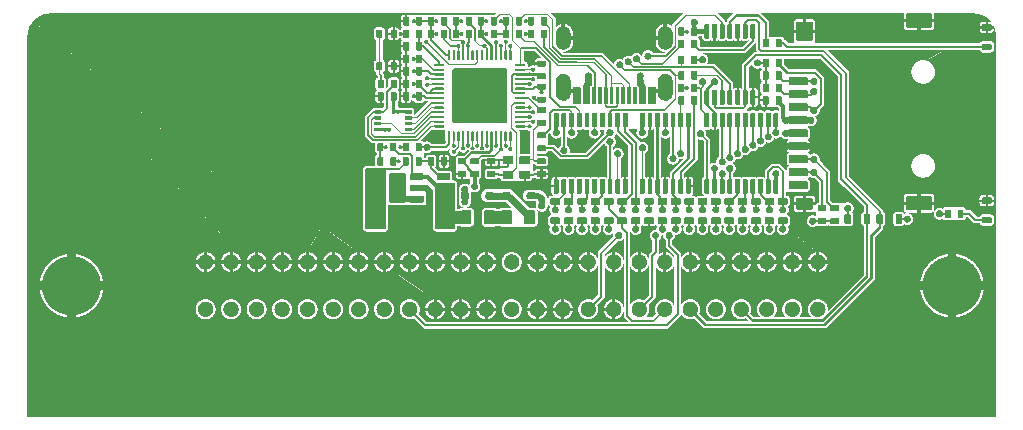
<source format=gtl>
%FSLAX46Y46*%
%MOMM*%
%LPD*%
G01*
%ADD10C,0.050000*%
D10*
%LPC*%
%LPC*%
G36*
X0003778447Y0036183180D02*
G01*
X0003718561Y0036178616D01*
X0003659105Y0036172570D01*
X0003600098Y0036165058D01*
X0003541558Y0036156100D01*
X0003483503Y0036145715D01*
X0003425949Y0036133920D01*
X0003368918Y0036120736D01*
X0003312426Y0036106180D01*
X0003256494Y0036090272D01*
X0003201134Y0036073029D01*
X0003146373Y0036054471D01*
X0003092221Y0036034615D01*
X0003038703Y0036013482D01*
X0002985833Y0035991089D01*
X0002933631Y0035967455D01*
X0002882116Y0035942598D01*
X0002831305Y0035916538D01*
X0002781217Y0035889292D01*
X0002731872Y0035860881D01*
X0002683286Y0035831321D01*
X0002635479Y0035800632D01*
X0002588468Y0035768832D01*
X0002542274Y0035735942D01*
X0002496913Y0035701978D01*
X0002452404Y0035666959D01*
X0002408766Y0035630904D01*
X0002366018Y0035593833D01*
X0002324178Y0035555764D01*
X0002283264Y0035516714D01*
X0002243294Y0035476703D01*
X0002204289Y0035435751D01*
X0002166265Y0035393876D01*
X0002129241Y0035351095D01*
X0002093236Y0035307428D01*
X0002058268Y0035262894D01*
X0002024355Y0035217512D01*
X0001991518Y0035171300D01*
X0001959772Y0035124276D01*
X0001929137Y0035076460D01*
X0001899632Y0035027872D01*
X0001871275Y0034978527D01*
X0001844083Y0034928445D01*
X0001818077Y0034877647D01*
X0001793274Y0034826151D01*
X0001769691Y0034773972D01*
X0001747350Y0034721134D01*
X0001726266Y0034667651D01*
X0001706459Y0034613544D01*
X0001687946Y0034558831D01*
X0001670748Y0034503533D01*
X0001654881Y0034447664D01*
X0001640365Y0034391245D01*
X0001627217Y0034334297D01*
X0001615456Y0034276832D01*
X0001605101Y0034218877D01*
X0001596169Y0034160441D01*
X0001588680Y0034101552D01*
X0001582652Y0034042221D01*
X0001578103Y0033982470D01*
X0001575052Y0033922316D01*
X0001573516Y0033861743D01*
X0001573387Y0033831316D01*
X0001573387Y0001083027D01*
X0084536060Y0001083027D01*
X0084536060Y0033831316D01*
X0084535931Y0033861825D01*
X0084534390Y0033922553D01*
X0084531329Y0033982851D01*
X0084526766Y0034042738D01*
X0084520719Y0034102193D01*
X0084513207Y0034161200D01*
X0084504249Y0034219740D01*
X0084493864Y0034277796D01*
X0084482070Y0034335349D01*
X0084468886Y0034392380D01*
X0084454330Y0034448872D01*
X0084438422Y0034504805D01*
X0084421178Y0034560164D01*
X0084402620Y0034614926D01*
X0084382765Y0034669077D01*
X0084361632Y0034722595D01*
X0084339238Y0034775467D01*
X0084315604Y0034827667D01*
X0084290748Y0034879183D01*
X0084264687Y0034929993D01*
X0084237442Y0034980081D01*
X0084209030Y0035029426D01*
X0084179470Y0035078012D01*
X0084148782Y0035125819D01*
X0084116982Y0035172830D01*
X0084084092Y0035219024D01*
X0084050127Y0035264385D01*
X0084015108Y0035308894D01*
X0083979055Y0035352531D01*
X0083941982Y0035395281D01*
X0083903913Y0035437120D01*
X0083864863Y0035478035D01*
X0083824854Y0035518003D01*
X0083783901Y0035557010D01*
X0083742026Y0035595033D01*
X0083699245Y0035632057D01*
X0083655579Y0035668062D01*
X0083611044Y0035703031D01*
X0083565662Y0035736943D01*
X0083519451Y0035769780D01*
X0083472425Y0035801527D01*
X0083424611Y0035832161D01*
X0083376022Y0035861666D01*
X0083326676Y0035890024D01*
X0083276597Y0035917215D01*
X0083225798Y0035943221D01*
X0083174301Y0035968024D01*
X0083122123Y0035991607D01*
X0083069285Y0036013948D01*
X0083015802Y0036035032D01*
X0082961695Y0036054839D01*
X0082906982Y0036073352D01*
X0082851685Y0036090550D01*
X0082795815Y0036106417D01*
X0082739397Y0036120933D01*
X0082682448Y0036134081D01*
X0082624984Y0036145842D01*
X0082567028Y0036156197D01*
X0082508593Y0036165129D01*
X0082449704Y0036172618D01*
X0082390373Y0036178646D01*
X0082330623Y0036183195D01*
X0082270469Y0036186246D01*
X0082209896Y0036187782D01*
X0082179469Y0036187911D01*
X0003929982Y0036187911D01*
X0082245399Y0036222171D01*
X0082271810Y0036221501D01*
X0082332855Y0036218405D01*
X0082393496Y0036213788D01*
X0082453712Y0036207670D01*
X0082513485Y0036200069D01*
X0082572796Y0036191003D01*
X0082631625Y0036180492D01*
X0082689954Y0036168554D01*
X0082747762Y0036155208D01*
X0082805031Y0036140472D01*
X0082861742Y0036124366D01*
X0082917876Y0036106908D01*
X0082973414Y0036088117D01*
X0083028337Y0036068011D01*
X0083082625Y0036046609D01*
X0083136259Y0036023931D01*
X0083189222Y0035999994D01*
X0083241493Y0035974818D01*
X0083293053Y0035948422D01*
X0083343885Y0035920823D01*
X0083393968Y0035892041D01*
X0083443284Y0035862094D01*
X0083491814Y0035831002D01*
X0083539540Y0035798783D01*
X0083586441Y0035765455D01*
X0083632499Y0035731037D01*
X0083677696Y0035695549D01*
X0083722012Y0035659008D01*
X0083765429Y0035621434D01*
X0083807928Y0035582844D01*
X0083849489Y0035543258D01*
X0083890094Y0035502695D01*
X0083929723Y0035461173D01*
X0083968359Y0035418710D01*
X0084005982Y0035375326D01*
X0084042573Y0035331039D01*
X0084078113Y0035285868D01*
X0084112584Y0035239830D01*
X0084145966Y0035192946D01*
X0084178240Y0035145234D01*
X0084209388Y0035096712D01*
X0084239390Y0035047398D01*
X0084268227Y0034997313D01*
X0084295882Y0034946474D01*
X0084322333Y0034894900D01*
X0084347564Y0034842610D01*
X0084371554Y0034789622D01*
X0084394285Y0034735956D01*
X0084415737Y0034681629D01*
X0084435892Y0034626662D01*
X0084454730Y0034571072D01*
X0084472233Y0034514878D01*
X0084488382Y0034458100D01*
X0084503158Y0034400755D01*
X0084516541Y0034342864D01*
X0084528512Y0034284444D01*
X0084539054Y0034225516D01*
X0084548146Y0034166096D01*
X0084555771Y0034106206D01*
X0084561908Y0034045863D01*
X0084566539Y0033985086D01*
X0084569645Y0033923895D01*
X0084571207Y0033862346D01*
X0084571338Y0033831395D01*
X0084571338Y0001047749D01*
X0001538110Y0001047749D01*
X0001538110Y0033831395D01*
X0001538240Y0033862264D01*
X0001539797Y0033923657D01*
X0001542893Y0033984703D01*
X0001547510Y0034045343D01*
X0001553628Y0034105560D01*
X0001561229Y0034165333D01*
X0001570295Y0034224644D01*
X0001580806Y0034283473D01*
X0001592744Y0034341802D01*
X0001606090Y0034399610D01*
X0001620826Y0034456880D01*
X0001636932Y0034513591D01*
X0001654390Y0034569725D01*
X0001673181Y0034625263D01*
X0001693287Y0034680186D01*
X0001714689Y0034734474D01*
X0001737367Y0034788108D01*
X0001761304Y0034841071D01*
X0001786480Y0034893342D01*
X0001812877Y0034944903D01*
X0001840475Y0034995734D01*
X0001869257Y0035045818D01*
X0001899204Y0035095134D01*
X0001930296Y0035143664D01*
X0001962516Y0035191389D01*
X0001995843Y0035238291D01*
X0002030261Y0035284349D01*
X0002065749Y0035329546D01*
X0002102290Y0035373863D01*
X0002139865Y0035417279D01*
X0002178454Y0035459778D01*
X0002218040Y0035501339D01*
X0002258603Y0035541944D01*
X0002300125Y0035581574D01*
X0002342588Y0035620209D01*
X0002385972Y0035657832D01*
X0002430259Y0035694423D01*
X0002475431Y0035729964D01*
X0002521468Y0035764434D01*
X0002568352Y0035797816D01*
X0002616064Y0035830090D01*
X0002664587Y0035861238D01*
X0002713900Y0035891240D01*
X0002763985Y0035920078D01*
X0002814824Y0035947732D01*
X0002866398Y0035974184D01*
X0002918689Y0035999414D01*
X0002971676Y0036023405D01*
X0003025343Y0036046135D01*
X0003079669Y0036067587D01*
X0003134637Y0036087742D01*
X0003190227Y0036106581D01*
X0003246420Y0036124084D01*
X0003303198Y0036140233D01*
X0003360543Y0036155008D01*
X0003418434Y0036168391D01*
X0003476854Y0036180363D01*
X0003535783Y0036190905D01*
X0003549651Y0036193027D01*
X0003899474Y0036187782D01*
X0003838745Y0036186241D01*
G37*
G36*
X0082210416Y0036223058D02*
G01*
X0082245399Y0036222171D01*
X0003929982Y0036187911D01*
X0003899474Y0036187782D01*
X0003549651Y0036193027D01*
X0003595202Y0036199997D01*
X0003655092Y0036207621D01*
X0003715436Y0036213758D01*
X0003776212Y0036218390D01*
X0003837403Y0036221496D01*
X0003898953Y0036223057D01*
X0003929903Y0036223188D01*
X0082179548Y0036223188D01*
G37*
%LPD*%
G36*
X0042558961Y0031044057D02*
G01*
X0042578640Y0031039985D01*
X0042596499Y0031032296D01*
X0042612209Y0031021444D01*
X0042625438Y0031007884D01*
X0042635856Y0030992071D01*
X0042643132Y0030974459D01*
X0042646935Y0030955505D01*
X0042647266Y0030945638D01*
X0042647266Y0026535919D01*
X0042646908Y0026525446D01*
X0042642835Y0026505768D01*
X0042635146Y0026487909D01*
X0042624294Y0026472199D01*
X0042610734Y0026458970D01*
X0042594921Y0026448552D01*
X0042577310Y0026441276D01*
X0042558355Y0026437473D01*
X0042548488Y0026437142D01*
X0038138770Y0026437142D01*
X0038128297Y0026437500D01*
X0038108619Y0026441572D01*
X0038090760Y0026449262D01*
X0038075051Y0026460114D01*
X0038061822Y0026473674D01*
X0038051405Y0026489487D01*
X0038044130Y0026507098D01*
X0038040327Y0026526052D01*
X0038039996Y0026535919D01*
X0038039996Y0030945638D01*
X0038040354Y0030956111D01*
X0038044426Y0030975789D01*
X0038052115Y0030993649D01*
X0038062966Y0031009358D01*
X0038076526Y0031022587D01*
X0038092338Y0031033005D01*
X0038109949Y0031040281D01*
X0038128903Y0031044085D01*
X0038138770Y0031044415D01*
X0042548488Y0031044415D01*
G37*
%LPD*%
G36*
X0060241052Y0022887953D02*
G01*
X0060270471Y0022885032D01*
X0060299290Y0022879272D01*
X0060327313Y0022870753D01*
X0060354341Y0022859558D01*
X0060380180Y0022845767D01*
X0060404631Y0022829463D01*
X0060427499Y0022810726D01*
X0060438199Y0022800374D01*
X0060448551Y0022789674D01*
X0060467289Y0022766805D01*
X0060483593Y0022742354D01*
X0060497384Y0022716515D01*
X0060508580Y0022689486D01*
X0060517099Y0022661464D01*
X0060522859Y0022632645D01*
X0060525780Y0022603226D01*
X0060526027Y0022588340D01*
X0060525780Y0022573454D01*
X0060522859Y0022544034D01*
X0060517099Y0022515215D01*
X0060508580Y0022487193D01*
X0060497384Y0022460164D01*
X0060483593Y0022434325D01*
X0060467289Y0022409874D01*
X0060448551Y0022387006D01*
X0060438199Y0022376305D01*
X0060427499Y0022365954D01*
X0060404631Y0022347217D01*
X0060380180Y0022330912D01*
X0060354341Y0022317122D01*
X0060327313Y0022305926D01*
X0060299290Y0022297408D01*
X0060270471Y0022291647D01*
X0060241052Y0022288726D01*
X0060226166Y0022288479D01*
X0060211280Y0022288726D01*
X0060181861Y0022291647D01*
X0060153043Y0022297408D01*
X0060125021Y0022305926D01*
X0060097992Y0022317122D01*
X0060072154Y0022330912D01*
X0060047702Y0022347217D01*
X0060024834Y0022365954D01*
X0060014133Y0022376305D01*
X0060003781Y0022387006D01*
X0059985044Y0022409874D01*
X0059968739Y0022434325D01*
X0059954948Y0022460164D01*
X0059943752Y0022487193D01*
X0059935234Y0022515215D01*
X0059929473Y0022544034D01*
X0059926552Y0022573454D01*
X0059926305Y0022588340D01*
X0059926552Y0022603226D01*
X0059929473Y0022632645D01*
X0059935234Y0022661464D01*
X0059943752Y0022689486D01*
X0059954948Y0022716515D01*
X0059968739Y0022742354D01*
X0059985044Y0022766805D01*
X0060003781Y0022789674D01*
X0060014133Y0022800374D01*
X0060024834Y0022810726D01*
X0060047702Y0022829463D01*
X0060072154Y0022845767D01*
X0060097992Y0022859558D01*
X0060125021Y0022870753D01*
X0060153043Y0022879272D01*
X0060181861Y0022885032D01*
X0060211280Y0022887953D01*
X0060226166Y0022888200D01*
G37*
%LPD*%
G36*
X0060890164Y0022429342D02*
G01*
X0060919584Y0022426421D01*
X0060948403Y0022420661D01*
X0060976425Y0022412142D01*
X0061003453Y0022400947D01*
X0061029290Y0022387157D01*
X0061053741Y0022370853D01*
X0061076609Y0022352117D01*
X0061087310Y0022341766D01*
X0061097663Y0022331065D01*
X0061116402Y0022308196D01*
X0061132707Y0022283744D01*
X0061146498Y0022257905D01*
X0061157693Y0022230876D01*
X0061166210Y0022202854D01*
X0061171970Y0022174035D01*
X0061174891Y0022144615D01*
X0061175137Y0022129729D01*
X0061174891Y0022114843D01*
X0061171970Y0022085424D01*
X0061166210Y0022056605D01*
X0061157693Y0022028583D01*
X0061146498Y0022001554D01*
X0061132707Y0021975716D01*
X0061116402Y0021951264D01*
X0061097663Y0021928395D01*
X0061087310Y0021917695D01*
X0061076609Y0021907343D01*
X0061053741Y0021888606D01*
X0061029290Y0021872302D01*
X0061003453Y0021858511D01*
X0060976425Y0021847315D01*
X0060948403Y0021838797D01*
X0060919584Y0021833036D01*
X0060890164Y0021830115D01*
X0060875277Y0021829869D01*
X0060860390Y0021830115D01*
X0060830970Y0021833036D01*
X0060802151Y0021838797D01*
X0060774128Y0021847315D01*
X0060747100Y0021858511D01*
X0060721261Y0021872302D01*
X0060696809Y0021888606D01*
X0060673940Y0021907343D01*
X0060663240Y0021917695D01*
X0060652889Y0021928395D01*
X0060634152Y0021951264D01*
X0060617847Y0021975716D01*
X0060604056Y0022001554D01*
X0060592860Y0022028583D01*
X0060584341Y0022056605D01*
X0060578580Y0022085424D01*
X0060575659Y0022114843D01*
X0060575412Y0022129729D01*
X0060575659Y0022144615D01*
X0060578580Y0022174035D01*
X0060584341Y0022202854D01*
X0060592860Y0022230876D01*
X0060604056Y0022257905D01*
X0060617847Y0022283744D01*
X0060634152Y0022308196D01*
X0060652889Y0022331065D01*
X0060663240Y0022341766D01*
X0060673940Y0022352117D01*
X0060696809Y0022370853D01*
X0060721261Y0022387157D01*
X0060747100Y0022400947D01*
X0060774128Y0022412142D01*
X0060802151Y0022420661D01*
X0060830970Y0022426421D01*
X0060860390Y0022429342D01*
X0060875277Y0022429588D01*
G37*
%LPD*%
G36*
X0061539273Y0022887953D02*
G01*
X0061568692Y0022885032D01*
X0061597511Y0022879272D01*
X0061625533Y0022870753D01*
X0061652562Y0022859558D01*
X0061678400Y0022845767D01*
X0061702853Y0022829463D01*
X0061725723Y0022810726D01*
X0061736424Y0022800374D01*
X0061746775Y0022789674D01*
X0061765511Y0022766805D01*
X0061781816Y0022742354D01*
X0061795606Y0022716515D01*
X0061806801Y0022689486D01*
X0061815320Y0022661464D01*
X0061821080Y0022632645D01*
X0061824001Y0022603226D01*
X0061824248Y0022588340D01*
X0061824001Y0022573454D01*
X0061821080Y0022544034D01*
X0061815320Y0022515215D01*
X0061806801Y0022487193D01*
X0061795606Y0022460164D01*
X0061781816Y0022434325D01*
X0061765511Y0022409874D01*
X0061746775Y0022387006D01*
X0061736424Y0022376305D01*
X0061725723Y0022365954D01*
X0061702853Y0022347217D01*
X0061678400Y0022330912D01*
X0061652562Y0022317122D01*
X0061625533Y0022305926D01*
X0061597511Y0022297408D01*
X0061568692Y0022291647D01*
X0061539273Y0022288726D01*
X0061524387Y0022288479D01*
X0061509501Y0022288726D01*
X0061480080Y0022291647D01*
X0061451260Y0022297408D01*
X0061423237Y0022305926D01*
X0061396207Y0022317122D01*
X0061370368Y0022330912D01*
X0061345917Y0022347217D01*
X0061323050Y0022365954D01*
X0061312350Y0022376305D01*
X0061301998Y0022387006D01*
X0061283260Y0022409874D01*
X0061266955Y0022434325D01*
X0061253162Y0022460164D01*
X0061241966Y0022487193D01*
X0061233446Y0022515215D01*
X0061227684Y0022544034D01*
X0061224763Y0022573454D01*
X0061224516Y0022588340D01*
X0061224763Y0022603226D01*
X0061227684Y0022632645D01*
X0061233446Y0022661464D01*
X0061241966Y0022689486D01*
X0061253162Y0022716515D01*
X0061266955Y0022742354D01*
X0061283260Y0022766805D01*
X0061301998Y0022789674D01*
X0061312350Y0022800374D01*
X0061323050Y0022810726D01*
X0061345917Y0022829463D01*
X0061370368Y0022845767D01*
X0061396207Y0022859558D01*
X0061423237Y0022870753D01*
X0061451260Y0022879272D01*
X0061480080Y0022885032D01*
X0061509501Y0022887953D01*
X0061524387Y0022888200D01*
G37*
%LPD*%
G36*
X0065440989Y0022429342D02*
G01*
X0065470411Y0022426421D01*
X0065499232Y0022420661D01*
X0065527256Y0022412142D01*
X0065554285Y0022400947D01*
X0065580124Y0022387157D01*
X0065604576Y0022370853D01*
X0065627443Y0022352117D01*
X0065638143Y0022341766D01*
X0065648494Y0022331065D01*
X0065667232Y0022308196D01*
X0065683538Y0022283744D01*
X0065697330Y0022257905D01*
X0065708527Y0022230876D01*
X0065717047Y0022202854D01*
X0065722809Y0022174035D01*
X0065725730Y0022144615D01*
X0065725977Y0022129729D01*
X0065725730Y0022114843D01*
X0065722809Y0022085424D01*
X0065717047Y0022056605D01*
X0065708527Y0022028583D01*
X0065697330Y0022001554D01*
X0065683538Y0021975716D01*
X0065667232Y0021951264D01*
X0065648494Y0021928395D01*
X0065638143Y0021917695D01*
X0065627443Y0021907343D01*
X0065604576Y0021888606D01*
X0065580124Y0021872302D01*
X0065554285Y0021858511D01*
X0065527256Y0021847315D01*
X0065499232Y0021838797D01*
X0065470411Y0021833036D01*
X0065440989Y0021830115D01*
X0065426102Y0021829869D01*
X0065411217Y0021830115D01*
X0065381799Y0021833036D01*
X0065352981Y0021838797D01*
X0065324960Y0021847315D01*
X0065297933Y0021858511D01*
X0065272096Y0021872302D01*
X0065247645Y0021888606D01*
X0065224779Y0021907343D01*
X0065214079Y0021917695D01*
X0065203726Y0021928395D01*
X0065184987Y0021951264D01*
X0065168681Y0021975716D01*
X0065154889Y0022001554D01*
X0065143692Y0022028583D01*
X0065135173Y0022056605D01*
X0065129413Y0022085424D01*
X0065126492Y0022114843D01*
X0065126245Y0022129729D01*
X0065126492Y0022144615D01*
X0065129413Y0022174035D01*
X0065135173Y0022202854D01*
X0065143692Y0022230876D01*
X0065154889Y0022257905D01*
X0065168681Y0022283744D01*
X0065184987Y0022308196D01*
X0065203726Y0022331065D01*
X0065214079Y0022341766D01*
X0065224779Y0022352117D01*
X0065247645Y0022370853D01*
X0065272096Y0022387157D01*
X0065297933Y0022400947D01*
X0065324960Y0022412142D01*
X0065352981Y0022420661D01*
X0065381799Y0022426421D01*
X0065411217Y0022429342D01*
X0065426102Y0022429588D01*
G37*
%LPD*%
G36*
X0066019544Y0017747987D02*
G01*
X0066048965Y0017745066D01*
X0066077785Y0017739306D01*
X0066105808Y0017730787D01*
X0066132837Y0017719592D01*
X0066158676Y0017705801D01*
X0066183128Y0017689497D01*
X0066205997Y0017670760D01*
X0066216698Y0017660408D01*
X0066227049Y0017649708D01*
X0066245787Y0017626839D01*
X0066262092Y0017602387D01*
X0066275882Y0017576548D01*
X0066287078Y0017549519D01*
X0066295597Y0017521497D01*
X0066301357Y0017492678D01*
X0066304278Y0017463259D01*
X0066304525Y0017448373D01*
X0066304278Y0017433487D01*
X0066301357Y0017404067D01*
X0066295597Y0017375248D01*
X0066287078Y0017347226D01*
X0066275882Y0017320197D01*
X0066262092Y0017294359D01*
X0066245787Y0017269907D01*
X0066227049Y0017247039D01*
X0066216698Y0017236338D01*
X0066205997Y0017225986D01*
X0066183128Y0017207249D01*
X0066158676Y0017190945D01*
X0066132837Y0017177154D01*
X0066105808Y0017165959D01*
X0066077785Y0017157440D01*
X0066048965Y0017151680D01*
X0066019544Y0017148759D01*
X0066004657Y0017148512D01*
X0065989772Y0017148759D01*
X0065960354Y0017151680D01*
X0065931536Y0017157440D01*
X0065903515Y0017165959D01*
X0065876487Y0017177154D01*
X0065850648Y0017190945D01*
X0065826197Y0017207249D01*
X0065803328Y0017225986D01*
X0065792627Y0017236338D01*
X0065782276Y0017247039D01*
X0065763538Y0017269907D01*
X0065747233Y0017294359D01*
X0065733442Y0017320197D01*
X0065722247Y0017347226D01*
X0065713728Y0017375248D01*
X0065707968Y0017404067D01*
X0065705047Y0017433487D01*
X0065704800Y0017448373D01*
X0065705047Y0017463259D01*
X0065707968Y0017492678D01*
X0065713728Y0017521497D01*
X0065722247Y0017549519D01*
X0065733442Y0017576548D01*
X0065747233Y0017602387D01*
X0065763538Y0017626839D01*
X0065782276Y0017649708D01*
X0065792627Y0017660408D01*
X0065803328Y0017670760D01*
X0065826197Y0017689497D01*
X0065850648Y0017705801D01*
X0065876487Y0017719592D01*
X0065903515Y0017730787D01*
X0065931536Y0017739306D01*
X0065960354Y0017745066D01*
X0065989772Y0017747987D01*
X0066004657Y0017748234D01*
G37*
%LPD*%
G36*
X0064890657Y0017747987D02*
G01*
X0064920075Y0017745066D01*
X0064948893Y0017739306D01*
X0064976915Y0017730787D01*
X0065003944Y0017719592D01*
X0065029784Y0017705801D01*
X0065054236Y0017689497D01*
X0065077105Y0017670760D01*
X0065087806Y0017660408D01*
X0065098158Y0017649708D01*
X0065116895Y0017626839D01*
X0065133200Y0017602387D01*
X0065146991Y0017576548D01*
X0065158187Y0017549519D01*
X0065166705Y0017521497D01*
X0065172466Y0017492678D01*
X0065175387Y0017463259D01*
X0065175634Y0017448373D01*
X0065175387Y0017433487D01*
X0065172466Y0017404067D01*
X0065166705Y0017375248D01*
X0065158187Y0017347226D01*
X0065146991Y0017320197D01*
X0065133200Y0017294359D01*
X0065116895Y0017269907D01*
X0065098158Y0017247039D01*
X0065087806Y0017236338D01*
X0065077105Y0017225986D01*
X0065054236Y0017207249D01*
X0065029784Y0017190945D01*
X0065003944Y0017177154D01*
X0064976915Y0017165959D01*
X0064948893Y0017157440D01*
X0064920075Y0017151680D01*
X0064890657Y0017148759D01*
X0064875773Y0017148512D01*
X0064860886Y0017148759D01*
X0064831465Y0017151680D01*
X0064802645Y0017157440D01*
X0064774623Y0017165959D01*
X0064747595Y0017177154D01*
X0064721756Y0017190945D01*
X0064697305Y0017207249D01*
X0064674437Y0017225986D01*
X0064663736Y0017236338D01*
X0064653384Y0017247039D01*
X0064634645Y0017269907D01*
X0064618340Y0017294359D01*
X0064604550Y0017320197D01*
X0064593354Y0017347226D01*
X0064584836Y0017375248D01*
X0064579076Y0017404067D01*
X0064576155Y0017433487D01*
X0064575908Y0017448373D01*
X0064576155Y0017463259D01*
X0064579076Y0017492678D01*
X0064584836Y0017521497D01*
X0064593354Y0017549519D01*
X0064604550Y0017576548D01*
X0064618340Y0017602387D01*
X0064634645Y0017626839D01*
X0064653384Y0017649708D01*
X0064663736Y0017660408D01*
X0064674437Y0017670760D01*
X0064697305Y0017689497D01*
X0064721756Y0017705801D01*
X0064747595Y0017719592D01*
X0064774623Y0017730787D01*
X0064802645Y0017739306D01*
X0064831465Y0017745066D01*
X0064860886Y0017747987D01*
X0064875773Y0017748234D01*
G37*
%LPD*%
G36*
X0063754715Y0017747987D02*
G01*
X0063784134Y0017745066D01*
X0063812951Y0017739306D01*
X0063840973Y0017730787D01*
X0063868000Y0017719592D01*
X0063893839Y0017705801D01*
X0063918291Y0017689497D01*
X0063941161Y0017670760D01*
X0063951863Y0017660408D01*
X0063962214Y0017649708D01*
X0063980950Y0017626839D01*
X0063997254Y0017602387D01*
X0064011043Y0017576548D01*
X0064022238Y0017549519D01*
X0064030756Y0017521497D01*
X0064036516Y0017492678D01*
X0064039436Y0017463259D01*
X0064039683Y0017448373D01*
X0064039436Y0017433487D01*
X0064036516Y0017404067D01*
X0064030756Y0017375248D01*
X0064022238Y0017347226D01*
X0064011043Y0017320197D01*
X0063997254Y0017294359D01*
X0063980950Y0017269907D01*
X0063962214Y0017247039D01*
X0063951863Y0017236338D01*
X0063941161Y0017225986D01*
X0063918291Y0017207249D01*
X0063893839Y0017190945D01*
X0063868000Y0017177154D01*
X0063840973Y0017165959D01*
X0063812951Y0017157440D01*
X0063784134Y0017151680D01*
X0063754715Y0017148759D01*
X0063739829Y0017148512D01*
X0063724943Y0017148759D01*
X0063695523Y0017151680D01*
X0063666703Y0017157440D01*
X0063638681Y0017165959D01*
X0063611651Y0017177154D01*
X0063585811Y0017190945D01*
X0063561358Y0017207249D01*
X0063538488Y0017225986D01*
X0063527786Y0017236338D01*
X0063517435Y0017247039D01*
X0063498700Y0017269907D01*
X0063482396Y0017294359D01*
X0063468606Y0017320197D01*
X0063457412Y0017347226D01*
X0063448893Y0017375248D01*
X0063443133Y0017404067D01*
X0063440212Y0017433487D01*
X0063439965Y0017448373D01*
X0063440212Y0017463259D01*
X0063443133Y0017492678D01*
X0063448893Y0017521497D01*
X0063457412Y0017549519D01*
X0063468606Y0017576548D01*
X0063482396Y0017602387D01*
X0063498700Y0017626839D01*
X0063517435Y0017649708D01*
X0063527786Y0017660408D01*
X0063538488Y0017670760D01*
X0063561358Y0017689497D01*
X0063585811Y0017705801D01*
X0063611651Y0017719592D01*
X0063638681Y0017730787D01*
X0063666703Y0017739306D01*
X0063695523Y0017745066D01*
X0063724943Y0017747987D01*
X0063739829Y0017748234D01*
G37*
%LPD*%
G36*
X0062622297Y0019384872D02*
G01*
X0062651717Y0019381951D01*
X0062680538Y0019376191D01*
X0062708561Y0019367672D01*
X0062735590Y0019356477D01*
X0062761429Y0019342687D01*
X0062785881Y0019326382D01*
X0062808748Y0019307645D01*
X0062819447Y0019297293D01*
X0062829799Y0019286593D01*
X0062848537Y0019263725D01*
X0062864843Y0019239273D01*
X0062878635Y0019213435D01*
X0062889832Y0019186406D01*
X0062898352Y0019158384D01*
X0062904113Y0019129565D01*
X0062907035Y0019100146D01*
X0062907282Y0019085260D01*
X0062907035Y0019070374D01*
X0062904113Y0019040955D01*
X0062898352Y0019012135D01*
X0062889832Y0018984113D01*
X0062878635Y0018957085D01*
X0062864843Y0018931246D01*
X0062848537Y0018906794D01*
X0062829799Y0018883926D01*
X0062819447Y0018873225D01*
X0062808748Y0018862873D01*
X0062785881Y0018844136D01*
X0062761429Y0018827832D01*
X0062735590Y0018814041D01*
X0062708561Y0018802846D01*
X0062680538Y0018794327D01*
X0062651717Y0018788567D01*
X0062622297Y0018785646D01*
X0062607410Y0018785399D01*
X0062592525Y0018785646D01*
X0062563107Y0018788567D01*
X0062534289Y0018794327D01*
X0062506268Y0018802846D01*
X0062479240Y0018814041D01*
X0062453403Y0018827832D01*
X0062428952Y0018844136D01*
X0062406084Y0018862873D01*
X0062395384Y0018873225D01*
X0062385032Y0018883926D01*
X0062366293Y0018906794D01*
X0062349988Y0018931246D01*
X0062336196Y0018957085D01*
X0062325000Y0018984113D01*
X0062316481Y0019012135D01*
X0062310721Y0019040955D01*
X0062307800Y0019070374D01*
X0062307553Y0019085260D01*
X0062307800Y0019100146D01*
X0062310721Y0019129565D01*
X0062316481Y0019158384D01*
X0062325000Y0019186406D01*
X0062336196Y0019213435D01*
X0062349988Y0019239273D01*
X0062366293Y0019263725D01*
X0062385032Y0019286593D01*
X0062395384Y0019297293D01*
X0062406084Y0019307645D01*
X0062428952Y0019326382D01*
X0062453403Y0019342687D01*
X0062479240Y0019356477D01*
X0062506268Y0019367672D01*
X0062534289Y0019376191D01*
X0062563107Y0019381951D01*
X0062592525Y0019384872D01*
X0062607410Y0019385119D01*
G37*
%LPD*%
G36*
X0062622297Y0017747987D02*
G01*
X0062651717Y0017745066D01*
X0062680538Y0017739306D01*
X0062708561Y0017730787D01*
X0062735590Y0017719592D01*
X0062761429Y0017705801D01*
X0062785881Y0017689497D01*
X0062808748Y0017670760D01*
X0062819447Y0017660408D01*
X0062829799Y0017649708D01*
X0062848537Y0017626839D01*
X0062864843Y0017602387D01*
X0062878635Y0017576548D01*
X0062889832Y0017549519D01*
X0062898352Y0017521497D01*
X0062904113Y0017492678D01*
X0062907035Y0017463259D01*
X0062907282Y0017448373D01*
X0062907035Y0017433487D01*
X0062904113Y0017404067D01*
X0062898352Y0017375248D01*
X0062889832Y0017347226D01*
X0062878635Y0017320197D01*
X0062864843Y0017294359D01*
X0062848537Y0017269907D01*
X0062829799Y0017247039D01*
X0062819447Y0017236338D01*
X0062808748Y0017225986D01*
X0062785881Y0017207249D01*
X0062761429Y0017190945D01*
X0062735590Y0017177154D01*
X0062708561Y0017165959D01*
X0062680538Y0017157440D01*
X0062651717Y0017151680D01*
X0062622297Y0017148759D01*
X0062607410Y0017148512D01*
X0062592525Y0017148759D01*
X0062563107Y0017151680D01*
X0062534289Y0017157440D01*
X0062506268Y0017165959D01*
X0062479240Y0017177154D01*
X0062453403Y0017190945D01*
X0062428952Y0017207249D01*
X0062406084Y0017225986D01*
X0062395384Y0017236338D01*
X0062385032Y0017247039D01*
X0062366293Y0017269907D01*
X0062349988Y0017294359D01*
X0062336196Y0017320197D01*
X0062325000Y0017347226D01*
X0062316481Y0017375248D01*
X0062310721Y0017404067D01*
X0062307800Y0017433487D01*
X0062307553Y0017448373D01*
X0062307800Y0017463259D01*
X0062310721Y0017492678D01*
X0062316481Y0017521497D01*
X0062325000Y0017549519D01*
X0062336196Y0017576548D01*
X0062349988Y0017602387D01*
X0062366293Y0017626839D01*
X0062385032Y0017649708D01*
X0062395384Y0017660408D01*
X0062406084Y0017670760D01*
X0062428952Y0017689497D01*
X0062453403Y0017705801D01*
X0062479240Y0017719592D01*
X0062506268Y0017730787D01*
X0062534289Y0017739306D01*
X0062563107Y0017745066D01*
X0062592525Y0017747987D01*
X0062607410Y0017748234D01*
G37*
%LPD*%
G36*
X0061489884Y0019384872D02*
G01*
X0061519303Y0019381951D01*
X0061548122Y0019376191D01*
X0061576144Y0019367672D01*
X0061603172Y0019356477D01*
X0061629010Y0019342687D01*
X0061653462Y0019326382D01*
X0061676331Y0019307645D01*
X0061687032Y0019297293D01*
X0061697383Y0019286593D01*
X0061716121Y0019263725D01*
X0061732426Y0019239273D01*
X0061746216Y0019213435D01*
X0061757412Y0019186406D01*
X0061765931Y0019158384D01*
X0061771691Y0019129565D01*
X0061774612Y0019100146D01*
X0061774859Y0019085260D01*
X0061774612Y0019070374D01*
X0061771691Y0019040955D01*
X0061765931Y0019012135D01*
X0061757412Y0018984113D01*
X0061746216Y0018957085D01*
X0061732426Y0018931246D01*
X0061716121Y0018906794D01*
X0061697383Y0018883926D01*
X0061687032Y0018873225D01*
X0061676331Y0018862873D01*
X0061653462Y0018844136D01*
X0061629010Y0018827832D01*
X0061603172Y0018814041D01*
X0061576144Y0018802846D01*
X0061548122Y0018794327D01*
X0061519303Y0018788567D01*
X0061489884Y0018785646D01*
X0061474998Y0018785399D01*
X0061460112Y0018785646D01*
X0061430692Y0018788567D01*
X0061401873Y0018794327D01*
X0061373851Y0018802846D01*
X0061346823Y0018814041D01*
X0061320984Y0018827832D01*
X0061296532Y0018844136D01*
X0061273663Y0018862873D01*
X0061262961Y0018873225D01*
X0061252610Y0018883926D01*
X0061233872Y0018906794D01*
X0061217568Y0018931246D01*
X0061203778Y0018957085D01*
X0061192583Y0018984113D01*
X0061184065Y0019012135D01*
X0061178305Y0019040955D01*
X0061175384Y0019070374D01*
X0061175137Y0019085260D01*
X0061175384Y0019100146D01*
X0061178305Y0019129565D01*
X0061184065Y0019158384D01*
X0061192583Y0019186406D01*
X0061203778Y0019213435D01*
X0061217568Y0019239273D01*
X0061233872Y0019263725D01*
X0061252610Y0019286593D01*
X0061262961Y0019297293D01*
X0061273663Y0019307645D01*
X0061296532Y0019326382D01*
X0061320984Y0019342687D01*
X0061346823Y0019356477D01*
X0061373851Y0019367672D01*
X0061401873Y0019376191D01*
X0061430692Y0019381951D01*
X0061460112Y0019384872D01*
X0061474998Y0019385119D01*
G37*
%LPD*%
G36*
X0061489884Y0017747987D02*
G01*
X0061519303Y0017745066D01*
X0061548122Y0017739306D01*
X0061576144Y0017730787D01*
X0061603172Y0017719592D01*
X0061629010Y0017705801D01*
X0061653462Y0017689497D01*
X0061676331Y0017670760D01*
X0061687032Y0017660408D01*
X0061697383Y0017649708D01*
X0061716121Y0017626839D01*
X0061732426Y0017602387D01*
X0061746216Y0017576548D01*
X0061757412Y0017549519D01*
X0061765931Y0017521497D01*
X0061771691Y0017492678D01*
X0061774612Y0017463259D01*
X0061774859Y0017448373D01*
X0061774612Y0017433487D01*
X0061771691Y0017404067D01*
X0061765931Y0017375248D01*
X0061757412Y0017347226D01*
X0061746216Y0017320197D01*
X0061732426Y0017294359D01*
X0061716121Y0017269907D01*
X0061697383Y0017247039D01*
X0061687032Y0017236338D01*
X0061676331Y0017225986D01*
X0061653462Y0017207249D01*
X0061629010Y0017190945D01*
X0061603172Y0017177154D01*
X0061576144Y0017165959D01*
X0061548122Y0017157440D01*
X0061519303Y0017151680D01*
X0061489884Y0017148759D01*
X0061474998Y0017148512D01*
X0061460112Y0017148759D01*
X0061430692Y0017151680D01*
X0061401873Y0017157440D01*
X0061373851Y0017165959D01*
X0061346823Y0017177154D01*
X0061320984Y0017190945D01*
X0061296532Y0017207249D01*
X0061273663Y0017225986D01*
X0061262961Y0017236338D01*
X0061252610Y0017247039D01*
X0061233872Y0017269907D01*
X0061217568Y0017294359D01*
X0061203778Y0017320197D01*
X0061192583Y0017347226D01*
X0061184065Y0017375248D01*
X0061178305Y0017404067D01*
X0061175384Y0017433487D01*
X0061175137Y0017448373D01*
X0061175384Y0017463259D01*
X0061178305Y0017492678D01*
X0061184065Y0017521497D01*
X0061192583Y0017549519D01*
X0061203778Y0017576548D01*
X0061217568Y0017602387D01*
X0061233872Y0017626839D01*
X0061252610Y0017649708D01*
X0061262961Y0017660408D01*
X0061273663Y0017670760D01*
X0061296532Y0017689497D01*
X0061320984Y0017705801D01*
X0061346823Y0017719592D01*
X0061373851Y0017730787D01*
X0061401873Y0017739306D01*
X0061430692Y0017745066D01*
X0061460112Y0017747987D01*
X0061474998Y0017748234D01*
G37*
%LPD*%
G36*
X0060357469Y0019384872D02*
G01*
X0060386889Y0019381951D01*
X0060415708Y0019376191D01*
X0060443731Y0019367672D01*
X0060470760Y0019356477D01*
X0060496598Y0019342687D01*
X0060521050Y0019326382D01*
X0060543919Y0019307645D01*
X0060554620Y0019297293D01*
X0060564970Y0019286593D01*
X0060583706Y0019263725D01*
X0060600010Y0019239273D01*
X0060613801Y0019213435D01*
X0060624998Y0019186406D01*
X0060633517Y0019158384D01*
X0060639279Y0019129565D01*
X0060642200Y0019100146D01*
X0060642447Y0019085260D01*
X0060642200Y0019070374D01*
X0060639279Y0019040955D01*
X0060633517Y0019012135D01*
X0060624998Y0018984113D01*
X0060613801Y0018957085D01*
X0060600010Y0018931246D01*
X0060583706Y0018906794D01*
X0060564970Y0018883926D01*
X0060554620Y0018873225D01*
X0060543919Y0018862873D01*
X0060521050Y0018844136D01*
X0060496598Y0018827832D01*
X0060470760Y0018814041D01*
X0060443731Y0018802846D01*
X0060415708Y0018794327D01*
X0060386889Y0018788567D01*
X0060357469Y0018785646D01*
X0060342583Y0018785399D01*
X0060327697Y0018785646D01*
X0060298278Y0018788567D01*
X0060269459Y0018794327D01*
X0060241437Y0018802846D01*
X0060214409Y0018814041D01*
X0060188570Y0018827832D01*
X0060164119Y0018844136D01*
X0060141250Y0018862873D01*
X0060130549Y0018873225D01*
X0060120198Y0018883926D01*
X0060101460Y0018906794D01*
X0060085155Y0018931246D01*
X0060071364Y0018957085D01*
X0060060169Y0018984113D01*
X0060051650Y0019012135D01*
X0060045890Y0019040955D01*
X0060042969Y0019070374D01*
X0060042722Y0019085260D01*
X0060042969Y0019100146D01*
X0060045890Y0019129565D01*
X0060051650Y0019158384D01*
X0060060169Y0019186406D01*
X0060071364Y0019213435D01*
X0060085155Y0019239273D01*
X0060101460Y0019263725D01*
X0060120198Y0019286593D01*
X0060130549Y0019297293D01*
X0060141250Y0019307645D01*
X0060164119Y0019326382D01*
X0060188570Y0019342687D01*
X0060214409Y0019356477D01*
X0060241437Y0019367672D01*
X0060269459Y0019376191D01*
X0060298278Y0019381951D01*
X0060327697Y0019384872D01*
X0060342583Y0019385119D01*
G37*
%LPD*%
G36*
X0060357469Y0017747987D02*
G01*
X0060386889Y0017745066D01*
X0060415708Y0017739306D01*
X0060443731Y0017730787D01*
X0060470760Y0017719592D01*
X0060496598Y0017705801D01*
X0060521050Y0017689497D01*
X0060543919Y0017670760D01*
X0060554620Y0017660408D01*
X0060564970Y0017649708D01*
X0060583706Y0017626839D01*
X0060600010Y0017602387D01*
X0060613801Y0017576548D01*
X0060624998Y0017549519D01*
X0060633517Y0017521497D01*
X0060639279Y0017492678D01*
X0060642200Y0017463259D01*
X0060642447Y0017448373D01*
X0060642200Y0017433487D01*
X0060639279Y0017404067D01*
X0060633517Y0017375248D01*
X0060624998Y0017347226D01*
X0060613801Y0017320197D01*
X0060600010Y0017294359D01*
X0060583706Y0017269907D01*
X0060564970Y0017247039D01*
X0060554620Y0017236338D01*
X0060543919Y0017225986D01*
X0060521050Y0017207249D01*
X0060496598Y0017190945D01*
X0060470760Y0017177154D01*
X0060443731Y0017165959D01*
X0060415708Y0017157440D01*
X0060386889Y0017151680D01*
X0060357469Y0017148759D01*
X0060342583Y0017148512D01*
X0060327697Y0017148759D01*
X0060298278Y0017151680D01*
X0060269459Y0017157440D01*
X0060241437Y0017165959D01*
X0060214409Y0017177154D01*
X0060188570Y0017190945D01*
X0060164119Y0017207249D01*
X0060141250Y0017225986D01*
X0060130549Y0017236338D01*
X0060120198Y0017247039D01*
X0060101460Y0017269907D01*
X0060085155Y0017294359D01*
X0060071364Y0017320197D01*
X0060060169Y0017347226D01*
X0060051650Y0017375248D01*
X0060045890Y0017404067D01*
X0060042969Y0017433487D01*
X0060042722Y0017448373D01*
X0060042969Y0017463259D01*
X0060045890Y0017492678D01*
X0060051650Y0017521497D01*
X0060060169Y0017549519D01*
X0060071364Y0017576548D01*
X0060085155Y0017602387D01*
X0060101460Y0017626839D01*
X0060120198Y0017649708D01*
X0060130549Y0017660408D01*
X0060141250Y0017670760D01*
X0060164119Y0017689497D01*
X0060188570Y0017705801D01*
X0060214409Y0017719592D01*
X0060241437Y0017730787D01*
X0060269459Y0017739306D01*
X0060298278Y0017745066D01*
X0060327697Y0017747987D01*
X0060342583Y0017748234D01*
G37*
%LPD*%
G36*
X0059221526Y0019384872D02*
G01*
X0059250946Y0019381951D01*
X0059279765Y0019376191D01*
X0059307787Y0019367672D01*
X0059334816Y0019356477D01*
X0059360655Y0019342687D01*
X0059385107Y0019326382D01*
X0059407975Y0019307645D01*
X0059418676Y0019297293D01*
X0059429027Y0019286593D01*
X0059447764Y0019263725D01*
X0059464069Y0019239273D01*
X0059477860Y0019213435D01*
X0059489055Y0019186406D01*
X0059497575Y0019158384D01*
X0059503336Y0019129565D01*
X0059506257Y0019100146D01*
X0059506504Y0019085260D01*
X0059506257Y0019070374D01*
X0059503336Y0019040955D01*
X0059497575Y0019012135D01*
X0059489055Y0018984113D01*
X0059477860Y0018957085D01*
X0059464069Y0018931246D01*
X0059447764Y0018906794D01*
X0059429027Y0018883926D01*
X0059418676Y0018873225D01*
X0059407975Y0018862873D01*
X0059385107Y0018844136D01*
X0059360655Y0018827832D01*
X0059334816Y0018814041D01*
X0059307787Y0018802846D01*
X0059279765Y0018794327D01*
X0059250946Y0018788567D01*
X0059221526Y0018785646D01*
X0059206639Y0018785399D01*
X0059191753Y0018785646D01*
X0059162335Y0018788567D01*
X0059133516Y0018794327D01*
X0059105494Y0018802846D01*
X0059078465Y0018814041D01*
X0059052627Y0018827832D01*
X0059028175Y0018844136D01*
X0059005307Y0018862873D01*
X0058994606Y0018873225D01*
X0058984254Y0018883926D01*
X0058965517Y0018906794D01*
X0058949212Y0018931246D01*
X0058935421Y0018957085D01*
X0058924225Y0018984113D01*
X0058915707Y0019012135D01*
X0058909946Y0019040955D01*
X0058907025Y0019070374D01*
X0058906778Y0019085260D01*
X0058907025Y0019100146D01*
X0058909946Y0019129565D01*
X0058915707Y0019158384D01*
X0058924225Y0019186406D01*
X0058935421Y0019213435D01*
X0058949212Y0019239273D01*
X0058965517Y0019263725D01*
X0058984254Y0019286593D01*
X0058994606Y0019297293D01*
X0059005307Y0019307645D01*
X0059028175Y0019326382D01*
X0059052627Y0019342687D01*
X0059078465Y0019356477D01*
X0059105494Y0019367672D01*
X0059133516Y0019376191D01*
X0059162335Y0019381951D01*
X0059191753Y0019384872D01*
X0059206639Y0019385119D01*
G37*
%LPD*%
G36*
X0059221526Y0017747987D02*
G01*
X0059250946Y0017745066D01*
X0059279765Y0017739306D01*
X0059307787Y0017730787D01*
X0059334816Y0017719592D01*
X0059360655Y0017705801D01*
X0059385107Y0017689497D01*
X0059407975Y0017670760D01*
X0059418676Y0017660408D01*
X0059429027Y0017649708D01*
X0059447764Y0017626839D01*
X0059464069Y0017602387D01*
X0059477860Y0017576548D01*
X0059489055Y0017549519D01*
X0059497575Y0017521497D01*
X0059503336Y0017492678D01*
X0059506257Y0017463259D01*
X0059506504Y0017448373D01*
X0059506257Y0017433487D01*
X0059503336Y0017404067D01*
X0059497575Y0017375248D01*
X0059489055Y0017347226D01*
X0059477860Y0017320197D01*
X0059464069Y0017294359D01*
X0059447764Y0017269907D01*
X0059429027Y0017247039D01*
X0059418676Y0017236338D01*
X0059407975Y0017225986D01*
X0059385107Y0017207249D01*
X0059360655Y0017190945D01*
X0059334816Y0017177154D01*
X0059307787Y0017165959D01*
X0059279765Y0017157440D01*
X0059250946Y0017151680D01*
X0059221526Y0017148759D01*
X0059206639Y0017148512D01*
X0059191753Y0017148759D01*
X0059162335Y0017151680D01*
X0059133516Y0017157440D01*
X0059105494Y0017165959D01*
X0059078465Y0017177154D01*
X0059052627Y0017190945D01*
X0059028175Y0017207249D01*
X0059005307Y0017225986D01*
X0058994606Y0017236338D01*
X0058984254Y0017247039D01*
X0058965517Y0017269907D01*
X0058949212Y0017294359D01*
X0058935421Y0017320197D01*
X0058924225Y0017347226D01*
X0058915707Y0017375248D01*
X0058909946Y0017404067D01*
X0058907025Y0017433487D01*
X0058906778Y0017448373D01*
X0058907025Y0017463259D01*
X0058909946Y0017492678D01*
X0058915707Y0017521497D01*
X0058924225Y0017549519D01*
X0058935421Y0017576548D01*
X0058949212Y0017602387D01*
X0058965517Y0017626839D01*
X0058984254Y0017649708D01*
X0058994606Y0017660408D01*
X0059005307Y0017670760D01*
X0059028175Y0017689497D01*
X0059052627Y0017705801D01*
X0059078465Y0017719592D01*
X0059105494Y0017730787D01*
X0059133516Y0017739306D01*
X0059162335Y0017745066D01*
X0059191753Y0017747987D01*
X0059206639Y0017748234D01*
G37*
%LPD*%
G36*
X0058089109Y0019384872D02*
G01*
X0058118528Y0019381951D01*
X0058147347Y0019376191D01*
X0058175369Y0019367672D01*
X0058202397Y0019356477D01*
X0058228236Y0019342687D01*
X0058252688Y0019326382D01*
X0058275556Y0019307645D01*
X0058286257Y0019297293D01*
X0058296609Y0019286593D01*
X0058315346Y0019263725D01*
X0058331651Y0019239273D01*
X0058345442Y0019213435D01*
X0058356637Y0019186406D01*
X0058365156Y0019158384D01*
X0058370917Y0019129565D01*
X0058373838Y0019100146D01*
X0058374084Y0019085260D01*
X0058373838Y0019070374D01*
X0058370917Y0019040955D01*
X0058365156Y0019012135D01*
X0058356637Y0018984113D01*
X0058345442Y0018957085D01*
X0058331651Y0018931246D01*
X0058315346Y0018906794D01*
X0058296609Y0018883926D01*
X0058286257Y0018873225D01*
X0058275556Y0018862873D01*
X0058252688Y0018844136D01*
X0058228236Y0018827832D01*
X0058202397Y0018814041D01*
X0058175369Y0018802846D01*
X0058147347Y0018794327D01*
X0058118528Y0018788567D01*
X0058089109Y0018785646D01*
X0058074224Y0018785399D01*
X0058059337Y0018785646D01*
X0058029917Y0018788567D01*
X0058001098Y0018794327D01*
X0057973075Y0018802846D01*
X0057946047Y0018814041D01*
X0057920208Y0018827832D01*
X0057895756Y0018844136D01*
X0057872888Y0018862873D01*
X0057862187Y0018873225D01*
X0057851835Y0018883926D01*
X0057833098Y0018906794D01*
X0057816793Y0018931246D01*
X0057803002Y0018957085D01*
X0057791806Y0018984113D01*
X0057783288Y0019012135D01*
X0057777527Y0019040955D01*
X0057774606Y0019070374D01*
X0057774359Y0019085260D01*
X0057774606Y0019100146D01*
X0057777527Y0019129565D01*
X0057783288Y0019158384D01*
X0057791806Y0019186406D01*
X0057803002Y0019213435D01*
X0057816793Y0019239273D01*
X0057833098Y0019263725D01*
X0057851835Y0019286593D01*
X0057862187Y0019297293D01*
X0057872888Y0019307645D01*
X0057895756Y0019326382D01*
X0057920208Y0019342687D01*
X0057946047Y0019356477D01*
X0057973075Y0019367672D01*
X0058001098Y0019376191D01*
X0058029917Y0019381951D01*
X0058059337Y0019384872D01*
X0058074224Y0019385119D01*
G37*
%LPD*%
G36*
X0058089109Y0017747987D02*
G01*
X0058118528Y0017745066D01*
X0058147347Y0017739306D01*
X0058175369Y0017730787D01*
X0058202397Y0017719592D01*
X0058228236Y0017705801D01*
X0058252688Y0017689497D01*
X0058275556Y0017670760D01*
X0058286257Y0017660408D01*
X0058296609Y0017649708D01*
X0058315346Y0017626839D01*
X0058331651Y0017602387D01*
X0058345442Y0017576548D01*
X0058356637Y0017549519D01*
X0058365156Y0017521497D01*
X0058370917Y0017492678D01*
X0058373838Y0017463259D01*
X0058374084Y0017448373D01*
X0058373838Y0017433487D01*
X0058370917Y0017404067D01*
X0058365156Y0017375248D01*
X0058356637Y0017347226D01*
X0058345442Y0017320197D01*
X0058331651Y0017294359D01*
X0058315346Y0017269907D01*
X0058296609Y0017247039D01*
X0058286257Y0017236338D01*
X0058275556Y0017225986D01*
X0058252688Y0017207249D01*
X0058228236Y0017190945D01*
X0058202397Y0017177154D01*
X0058175369Y0017165959D01*
X0058147347Y0017157440D01*
X0058118528Y0017151680D01*
X0058089109Y0017148759D01*
X0058074224Y0017148512D01*
X0058059337Y0017148759D01*
X0058029917Y0017151680D01*
X0058001098Y0017157440D01*
X0057973075Y0017165959D01*
X0057946047Y0017177154D01*
X0057920208Y0017190945D01*
X0057895756Y0017207249D01*
X0057872888Y0017225986D01*
X0057862187Y0017236338D01*
X0057851835Y0017247039D01*
X0057833098Y0017269907D01*
X0057816793Y0017294359D01*
X0057803002Y0017320197D01*
X0057791806Y0017347226D01*
X0057783288Y0017375248D01*
X0057777527Y0017404067D01*
X0057774606Y0017433487D01*
X0057774359Y0017448373D01*
X0057774606Y0017463259D01*
X0057777527Y0017492678D01*
X0057783288Y0017521497D01*
X0057791806Y0017549519D01*
X0057803002Y0017576548D01*
X0057816793Y0017602387D01*
X0057833098Y0017626839D01*
X0057851835Y0017649708D01*
X0057862187Y0017660408D01*
X0057872888Y0017670760D01*
X0057895756Y0017689497D01*
X0057920208Y0017705801D01*
X0057946047Y0017719592D01*
X0057973075Y0017730787D01*
X0058001098Y0017739306D01*
X0058029917Y0017745066D01*
X0058059337Y0017747987D01*
X0058074224Y0017748234D01*
G37*
%LPD*%
G36*
X0056956694Y0019384872D02*
G01*
X0056986114Y0019381951D01*
X0057014934Y0019376191D01*
X0057042956Y0019367672D01*
X0057069985Y0019356477D01*
X0057095824Y0019342687D01*
X0057120276Y0019326382D01*
X0057143144Y0019307645D01*
X0057153845Y0019297293D01*
X0057164197Y0019286593D01*
X0057182934Y0019263725D01*
X0057199239Y0019239273D01*
X0057213030Y0019213435D01*
X0057224225Y0019186406D01*
X0057232744Y0019158384D01*
X0057238505Y0019129565D01*
X0057241426Y0019100146D01*
X0057241672Y0019085260D01*
X0057241426Y0019070374D01*
X0057238505Y0019040955D01*
X0057232744Y0019012135D01*
X0057224225Y0018984113D01*
X0057213030Y0018957085D01*
X0057199239Y0018931246D01*
X0057182934Y0018906794D01*
X0057164197Y0018883926D01*
X0057153845Y0018873225D01*
X0057143144Y0018862873D01*
X0057120276Y0018844136D01*
X0057095824Y0018827832D01*
X0057069985Y0018814041D01*
X0057042956Y0018802846D01*
X0057014934Y0018794327D01*
X0056986114Y0018788567D01*
X0056956694Y0018785646D01*
X0056941808Y0018785399D01*
X0056926922Y0018785646D01*
X0056897503Y0018788567D01*
X0056868685Y0018794327D01*
X0056840663Y0018802846D01*
X0056813634Y0018814041D01*
X0056787796Y0018827832D01*
X0056763344Y0018844136D01*
X0056740475Y0018862873D01*
X0056729775Y0018873225D01*
X0056719423Y0018883926D01*
X0056700685Y0018906794D01*
X0056684381Y0018931246D01*
X0056670590Y0018957085D01*
X0056659394Y0018984113D01*
X0056650876Y0019012135D01*
X0056645115Y0019040955D01*
X0056642194Y0019070374D01*
X0056641947Y0019085260D01*
X0056642194Y0019100146D01*
X0056645115Y0019129565D01*
X0056650876Y0019158384D01*
X0056659394Y0019186406D01*
X0056670590Y0019213435D01*
X0056684381Y0019239273D01*
X0056700685Y0019263725D01*
X0056719423Y0019286593D01*
X0056729775Y0019297293D01*
X0056740475Y0019307645D01*
X0056763344Y0019326382D01*
X0056787796Y0019342687D01*
X0056813634Y0019356477D01*
X0056840663Y0019367672D01*
X0056868685Y0019376191D01*
X0056897503Y0019381951D01*
X0056926922Y0019384872D01*
X0056941808Y0019385119D01*
G37*
%LPD*%
G36*
X0056956694Y0017747987D02*
G01*
X0056986114Y0017745066D01*
X0057014934Y0017739306D01*
X0057042956Y0017730787D01*
X0057069985Y0017719592D01*
X0057095824Y0017705801D01*
X0057120276Y0017689497D01*
X0057143144Y0017670760D01*
X0057153845Y0017660408D01*
X0057164197Y0017649708D01*
X0057182934Y0017626839D01*
X0057199239Y0017602387D01*
X0057213030Y0017576548D01*
X0057224225Y0017549519D01*
X0057232744Y0017521497D01*
X0057238505Y0017492678D01*
X0057241426Y0017463259D01*
X0057241672Y0017448373D01*
X0057241426Y0017433487D01*
X0057238505Y0017404067D01*
X0057232744Y0017375248D01*
X0057224225Y0017347226D01*
X0057213030Y0017320197D01*
X0057199239Y0017294359D01*
X0057182934Y0017269907D01*
X0057164197Y0017247039D01*
X0057153845Y0017236338D01*
X0057143144Y0017225986D01*
X0057120276Y0017207249D01*
X0057095824Y0017190945D01*
X0057069985Y0017177154D01*
X0057042956Y0017165959D01*
X0057014934Y0017157440D01*
X0056986114Y0017151680D01*
X0056956694Y0017148759D01*
X0056941808Y0017148512D01*
X0056926922Y0017148759D01*
X0056897503Y0017151680D01*
X0056868685Y0017157440D01*
X0056840663Y0017165959D01*
X0056813634Y0017177154D01*
X0056787796Y0017190945D01*
X0056763344Y0017207249D01*
X0056740475Y0017225986D01*
X0056729775Y0017236338D01*
X0056719423Y0017247039D01*
X0056700685Y0017269907D01*
X0056684381Y0017294359D01*
X0056670590Y0017320197D01*
X0056659394Y0017347226D01*
X0056650876Y0017375248D01*
X0056645115Y0017404067D01*
X0056642194Y0017433487D01*
X0056641947Y0017448373D01*
X0056642194Y0017463259D01*
X0056645115Y0017492678D01*
X0056650876Y0017521497D01*
X0056659394Y0017549519D01*
X0056670590Y0017576548D01*
X0056684381Y0017602387D01*
X0056700685Y0017626839D01*
X0056719423Y0017649708D01*
X0056729775Y0017660408D01*
X0056740475Y0017670760D01*
X0056763344Y0017689497D01*
X0056787796Y0017705801D01*
X0056813634Y0017719592D01*
X0056840663Y0017730787D01*
X0056868685Y0017739306D01*
X0056897503Y0017745066D01*
X0056926922Y0017747987D01*
X0056941808Y0017748234D01*
G37*
%LPD*%
G36*
X0055824278Y0019384872D02*
G01*
X0055853697Y0019381951D01*
X0055882516Y0019376191D01*
X0055910538Y0019367672D01*
X0055937566Y0019356477D01*
X0055963405Y0019342687D01*
X0055987856Y0019326382D01*
X0056010725Y0019307645D01*
X0056021426Y0019297293D01*
X0056031778Y0019286593D01*
X0056050515Y0019263725D01*
X0056066820Y0019239273D01*
X0056080611Y0019213435D01*
X0056091806Y0019186406D01*
X0056100325Y0019158384D01*
X0056106085Y0019129565D01*
X0056109006Y0019100146D01*
X0056109253Y0019085260D01*
X0056109006Y0019070374D01*
X0056106085Y0019040955D01*
X0056100325Y0019012135D01*
X0056091806Y0018984113D01*
X0056080611Y0018957085D01*
X0056066820Y0018931246D01*
X0056050515Y0018906794D01*
X0056031778Y0018883926D01*
X0056021426Y0018873225D01*
X0056010725Y0018862873D01*
X0055987856Y0018844136D01*
X0055963405Y0018827832D01*
X0055937566Y0018814041D01*
X0055910538Y0018802846D01*
X0055882516Y0018794327D01*
X0055853697Y0018788567D01*
X0055824278Y0018785646D01*
X0055809392Y0018785399D01*
X0055794506Y0018785646D01*
X0055765086Y0018788567D01*
X0055736267Y0018794327D01*
X0055708244Y0018802846D01*
X0055681215Y0018814041D01*
X0055655377Y0018827832D01*
X0055630925Y0018844136D01*
X0055608056Y0018862873D01*
X0055597356Y0018873225D01*
X0055587004Y0018883926D01*
X0055568266Y0018906794D01*
X0055551961Y0018931246D01*
X0055538171Y0018957085D01*
X0055526975Y0018984113D01*
X0055518456Y0019012135D01*
X0055512696Y0019040955D01*
X0055509775Y0019070374D01*
X0055509528Y0019085260D01*
X0055509775Y0019100146D01*
X0055512696Y0019129565D01*
X0055518456Y0019158384D01*
X0055526975Y0019186406D01*
X0055538171Y0019213435D01*
X0055551961Y0019239273D01*
X0055568266Y0019263725D01*
X0055587004Y0019286593D01*
X0055597356Y0019297293D01*
X0055608056Y0019307645D01*
X0055630925Y0019326382D01*
X0055655377Y0019342687D01*
X0055681215Y0019356477D01*
X0055708244Y0019367672D01*
X0055736267Y0019376191D01*
X0055765086Y0019381951D01*
X0055794506Y0019384872D01*
X0055809392Y0019385119D01*
G37*
%LPD*%
G36*
X0055824278Y0017747987D02*
G01*
X0055853697Y0017745066D01*
X0055882516Y0017739306D01*
X0055910538Y0017730787D01*
X0055937566Y0017719592D01*
X0055963405Y0017705801D01*
X0055987856Y0017689497D01*
X0056010725Y0017670760D01*
X0056021426Y0017660408D01*
X0056031778Y0017649708D01*
X0056050515Y0017626839D01*
X0056066820Y0017602387D01*
X0056080611Y0017576548D01*
X0056091806Y0017549519D01*
X0056100325Y0017521497D01*
X0056106085Y0017492678D01*
X0056109006Y0017463259D01*
X0056109253Y0017448373D01*
X0056109006Y0017433487D01*
X0056106085Y0017404067D01*
X0056100325Y0017375248D01*
X0056091806Y0017347226D01*
X0056080611Y0017320197D01*
X0056066820Y0017294359D01*
X0056050515Y0017269907D01*
X0056031778Y0017247039D01*
X0056021426Y0017236338D01*
X0056010725Y0017225986D01*
X0055987856Y0017207249D01*
X0055963405Y0017190945D01*
X0055937566Y0017177154D01*
X0055910538Y0017165959D01*
X0055882516Y0017157440D01*
X0055853697Y0017151680D01*
X0055824278Y0017148759D01*
X0055809392Y0017148512D01*
X0055794506Y0017148759D01*
X0055765086Y0017151680D01*
X0055736267Y0017157440D01*
X0055708244Y0017165959D01*
X0055681215Y0017177154D01*
X0055655377Y0017190945D01*
X0055630925Y0017207249D01*
X0055608056Y0017225986D01*
X0055597356Y0017236338D01*
X0055587004Y0017247039D01*
X0055568266Y0017269907D01*
X0055551961Y0017294359D01*
X0055538171Y0017320197D01*
X0055526975Y0017347226D01*
X0055518456Y0017375248D01*
X0055512696Y0017404067D01*
X0055509775Y0017433487D01*
X0055509528Y0017448373D01*
X0055509775Y0017463259D01*
X0055512696Y0017492678D01*
X0055518456Y0017521497D01*
X0055526975Y0017549519D01*
X0055538171Y0017576548D01*
X0055551961Y0017602387D01*
X0055568266Y0017626839D01*
X0055587004Y0017649708D01*
X0055597356Y0017660408D01*
X0055608056Y0017670760D01*
X0055630925Y0017689497D01*
X0055655377Y0017705801D01*
X0055681215Y0017719592D01*
X0055708244Y0017730787D01*
X0055736267Y0017739306D01*
X0055765086Y0017745066D01*
X0055794506Y0017747987D01*
X0055809392Y0017748234D01*
G37*
%LPD*%
G36*
X0054688335Y0019384872D02*
G01*
X0054717754Y0019381951D01*
X0054746572Y0019376191D01*
X0054774594Y0019367672D01*
X0054801623Y0019356477D01*
X0054827461Y0019342687D01*
X0054851913Y0019326382D01*
X0054874782Y0019307645D01*
X0054885482Y0019297293D01*
X0054895834Y0019286593D01*
X0054914572Y0019263725D01*
X0054930876Y0019239273D01*
X0054944667Y0019213435D01*
X0054955863Y0019186406D01*
X0054964382Y0019158384D01*
X0054970142Y0019129565D01*
X0054973063Y0019100146D01*
X0054973310Y0019085260D01*
X0054973063Y0019070374D01*
X0054970142Y0019040955D01*
X0054964382Y0019012135D01*
X0054955863Y0018984113D01*
X0054944667Y0018957085D01*
X0054930876Y0018931246D01*
X0054914572Y0018906794D01*
X0054895834Y0018883926D01*
X0054885482Y0018873225D01*
X0054874782Y0018862873D01*
X0054851913Y0018844136D01*
X0054827461Y0018827832D01*
X0054801623Y0018814041D01*
X0054774594Y0018802846D01*
X0054746572Y0018794327D01*
X0054717754Y0018788567D01*
X0054688335Y0018785646D01*
X0054673449Y0018785399D01*
X0054658563Y0018785646D01*
X0054629143Y0018788567D01*
X0054600323Y0018794327D01*
X0054572301Y0018802846D01*
X0054545272Y0018814041D01*
X0054519433Y0018827832D01*
X0054494981Y0018844136D01*
X0054472113Y0018862873D01*
X0054461412Y0018873225D01*
X0054451060Y0018883926D01*
X0054432323Y0018906794D01*
X0054416018Y0018931246D01*
X0054402227Y0018957085D01*
X0054391032Y0018984113D01*
X0054382513Y0019012135D01*
X0054376752Y0019040955D01*
X0054373831Y0019070374D01*
X0054373585Y0019085260D01*
X0054373831Y0019100146D01*
X0054376752Y0019129565D01*
X0054382513Y0019158384D01*
X0054391032Y0019186406D01*
X0054402227Y0019213435D01*
X0054416018Y0019239273D01*
X0054432323Y0019263725D01*
X0054451060Y0019286593D01*
X0054461412Y0019297293D01*
X0054472113Y0019307645D01*
X0054494981Y0019326382D01*
X0054519433Y0019342687D01*
X0054545272Y0019356477D01*
X0054572301Y0019367672D01*
X0054600323Y0019376191D01*
X0054629143Y0019381951D01*
X0054658563Y0019384872D01*
X0054673449Y0019385119D01*
G37*
%LPD*%
G36*
X0051287560Y0017747987D02*
G01*
X0051316979Y0017745066D01*
X0051345798Y0017739306D01*
X0051373820Y0017730787D01*
X0051400848Y0017719592D01*
X0051426687Y0017705801D01*
X0051451138Y0017689497D01*
X0051474007Y0017670760D01*
X0051484708Y0017660408D01*
X0051495060Y0017649708D01*
X0051513797Y0017626839D01*
X0051530102Y0017602387D01*
X0051543893Y0017576548D01*
X0051555088Y0017549519D01*
X0051563607Y0017521497D01*
X0051569367Y0017492678D01*
X0051572288Y0017463259D01*
X0051572535Y0017448373D01*
X0051572288Y0017433487D01*
X0051569367Y0017404067D01*
X0051563607Y0017375248D01*
X0051555088Y0017347226D01*
X0051543893Y0017320197D01*
X0051530102Y0017294359D01*
X0051513797Y0017269907D01*
X0051495060Y0017247039D01*
X0051484708Y0017236338D01*
X0051474007Y0017225986D01*
X0051451138Y0017207249D01*
X0051426687Y0017190945D01*
X0051400848Y0017177154D01*
X0051373820Y0017165959D01*
X0051345798Y0017157440D01*
X0051316979Y0017151680D01*
X0051287560Y0017148759D01*
X0051272674Y0017148512D01*
X0051257788Y0017148759D01*
X0051228368Y0017151680D01*
X0051199549Y0017157440D01*
X0051171526Y0017165959D01*
X0051144497Y0017177154D01*
X0051118659Y0017190945D01*
X0051094207Y0017207249D01*
X0051071338Y0017225986D01*
X0051060638Y0017236338D01*
X0051050286Y0017247039D01*
X0051031548Y0017269907D01*
X0051015243Y0017294359D01*
X0051001453Y0017320197D01*
X0050990257Y0017347226D01*
X0050981738Y0017375248D01*
X0050975978Y0017404067D01*
X0050973057Y0017433487D01*
X0050972810Y0017448373D01*
X0050973057Y0017463259D01*
X0050975978Y0017492678D01*
X0050981738Y0017521497D01*
X0050990257Y0017549519D01*
X0051001453Y0017576548D01*
X0051015243Y0017602387D01*
X0051031548Y0017626839D01*
X0051050286Y0017649708D01*
X0051060638Y0017660408D01*
X0051071338Y0017670760D01*
X0051094207Y0017689497D01*
X0051118659Y0017705801D01*
X0051144497Y0017719592D01*
X0051171526Y0017730787D01*
X0051199549Y0017739306D01*
X0051228368Y0017745066D01*
X0051257788Y0017747987D01*
X0051272674Y0017748234D01*
G37*
%LPD*%
G36*
X0050155145Y0019384872D02*
G01*
X0050184565Y0019381951D01*
X0050213385Y0019376191D01*
X0050241407Y0019367672D01*
X0050268436Y0019356477D01*
X0050294274Y0019342687D01*
X0050318726Y0019326382D01*
X0050341595Y0019307645D01*
X0050352296Y0019297293D01*
X0050362647Y0019286593D01*
X0050381385Y0019263725D01*
X0050397690Y0019239273D01*
X0050411481Y0019213435D01*
X0050422676Y0019186406D01*
X0050431195Y0019158384D01*
X0050436955Y0019129565D01*
X0050439876Y0019100146D01*
X0050440123Y0019085260D01*
X0050439876Y0019070374D01*
X0050436955Y0019040955D01*
X0050431195Y0019012135D01*
X0050422676Y0018984113D01*
X0050411481Y0018957085D01*
X0050397690Y0018931246D01*
X0050381385Y0018906794D01*
X0050362647Y0018883926D01*
X0050352296Y0018873225D01*
X0050341595Y0018862873D01*
X0050318726Y0018844136D01*
X0050294274Y0018827832D01*
X0050268436Y0018814041D01*
X0050241407Y0018802846D01*
X0050213385Y0018794327D01*
X0050184565Y0018788567D01*
X0050155145Y0018785646D01*
X0050140259Y0018785399D01*
X0050125373Y0018785646D01*
X0050095954Y0018788567D01*
X0050067135Y0018794327D01*
X0050039113Y0018802846D01*
X0050012085Y0018814041D01*
X0049986247Y0018827832D01*
X0049961795Y0018844136D01*
X0049938926Y0018862873D01*
X0049928225Y0018873225D01*
X0049917874Y0018883926D01*
X0049899136Y0018906794D01*
X0049882831Y0018931246D01*
X0049869041Y0018957085D01*
X0049857845Y0018984113D01*
X0049849326Y0019012135D01*
X0049843566Y0019040955D01*
X0049840645Y0019070374D01*
X0049840398Y0019085260D01*
X0049840645Y0019100146D01*
X0049843566Y0019129565D01*
X0049849326Y0019158384D01*
X0049857845Y0019186406D01*
X0049869041Y0019213435D01*
X0049882831Y0019239273D01*
X0049899136Y0019263725D01*
X0049917874Y0019286593D01*
X0049928225Y0019297293D01*
X0049938926Y0019307645D01*
X0049961795Y0019326382D01*
X0049986247Y0019342687D01*
X0050012085Y0019356477D01*
X0050039113Y0019367672D01*
X0050067135Y0019376191D01*
X0050095954Y0019381951D01*
X0050125373Y0019384872D01*
X0050140259Y0019385119D01*
G37*
%LPD*%
G36*
X0050155145Y0017747987D02*
G01*
X0050184565Y0017745066D01*
X0050213385Y0017739306D01*
X0050241407Y0017730787D01*
X0050268436Y0017719592D01*
X0050294274Y0017705801D01*
X0050318726Y0017689497D01*
X0050341595Y0017670760D01*
X0050352296Y0017660408D01*
X0050362647Y0017649708D01*
X0050381385Y0017626839D01*
X0050397690Y0017602387D01*
X0050411481Y0017576548D01*
X0050422676Y0017549519D01*
X0050431195Y0017521497D01*
X0050436955Y0017492678D01*
X0050439876Y0017463259D01*
X0050440123Y0017448373D01*
X0050439876Y0017433487D01*
X0050436955Y0017404067D01*
X0050431195Y0017375248D01*
X0050422676Y0017347226D01*
X0050411481Y0017320197D01*
X0050397690Y0017294359D01*
X0050381385Y0017269907D01*
X0050362647Y0017247039D01*
X0050352296Y0017236338D01*
X0050341595Y0017225986D01*
X0050318726Y0017207249D01*
X0050294274Y0017190945D01*
X0050268436Y0017177154D01*
X0050241407Y0017165959D01*
X0050213385Y0017157440D01*
X0050184565Y0017151680D01*
X0050155145Y0017148759D01*
X0050140259Y0017148512D01*
X0050125373Y0017148759D01*
X0050095954Y0017151680D01*
X0050067135Y0017157440D01*
X0050039113Y0017165959D01*
X0050012085Y0017177154D01*
X0049986247Y0017190945D01*
X0049961795Y0017207249D01*
X0049938926Y0017225986D01*
X0049928225Y0017236338D01*
X0049917874Y0017247039D01*
X0049899136Y0017269907D01*
X0049882831Y0017294359D01*
X0049869041Y0017320197D01*
X0049857845Y0017347226D01*
X0049849326Y0017375248D01*
X0049843566Y0017404067D01*
X0049840645Y0017433487D01*
X0049840398Y0017448373D01*
X0049840645Y0017463259D01*
X0049843566Y0017492678D01*
X0049849326Y0017521497D01*
X0049857845Y0017549519D01*
X0049869041Y0017576548D01*
X0049882831Y0017602387D01*
X0049899136Y0017626839D01*
X0049917874Y0017649708D01*
X0049928225Y0017660408D01*
X0049938926Y0017670760D01*
X0049961795Y0017689497D01*
X0049986247Y0017705801D01*
X0050012085Y0017719592D01*
X0050039113Y0017730787D01*
X0050067135Y0017739306D01*
X0050095954Y0017745066D01*
X0050125373Y0017747987D01*
X0050140259Y0017748234D01*
G37*
%LPD*%
G36*
X0049022729Y0019384872D02*
G01*
X0049052148Y0019381951D01*
X0049080967Y0019376191D01*
X0049108989Y0019367672D01*
X0049136017Y0019356477D01*
X0049161855Y0019342687D01*
X0049186307Y0019326382D01*
X0049209176Y0019307645D01*
X0049219877Y0019297293D01*
X0049230228Y0019286593D01*
X0049248966Y0019263725D01*
X0049265271Y0019239273D01*
X0049279061Y0019213435D01*
X0049290257Y0019186406D01*
X0049298776Y0019158384D01*
X0049304536Y0019129565D01*
X0049307457Y0019100146D01*
X0049307704Y0019085260D01*
X0049307457Y0019070374D01*
X0049304536Y0019040955D01*
X0049298776Y0019012135D01*
X0049290257Y0018984113D01*
X0049279061Y0018957085D01*
X0049265271Y0018931246D01*
X0049248966Y0018906794D01*
X0049230228Y0018883926D01*
X0049219877Y0018873225D01*
X0049209176Y0018862873D01*
X0049186307Y0018844136D01*
X0049161855Y0018827832D01*
X0049136017Y0018814041D01*
X0049108989Y0018802846D01*
X0049080967Y0018794327D01*
X0049052148Y0018788567D01*
X0049022729Y0018785646D01*
X0049007843Y0018785399D01*
X0048992957Y0018785646D01*
X0048963537Y0018788567D01*
X0048934717Y0018794327D01*
X0048906695Y0018802846D01*
X0048879666Y0018814041D01*
X0048853828Y0018827832D01*
X0048829376Y0018844136D01*
X0048806507Y0018862873D01*
X0048795806Y0018873225D01*
X0048785455Y0018883926D01*
X0048766718Y0018906794D01*
X0048750414Y0018931246D01*
X0048736623Y0018957085D01*
X0048725427Y0018984113D01*
X0048716908Y0019012135D01*
X0048711147Y0019040955D01*
X0048708226Y0019070374D01*
X0048707979Y0019085260D01*
X0048708226Y0019100146D01*
X0048711147Y0019129565D01*
X0048716908Y0019158384D01*
X0048725427Y0019186406D01*
X0048736623Y0019213435D01*
X0048750414Y0019239273D01*
X0048766718Y0019263725D01*
X0048785455Y0019286593D01*
X0048795806Y0019297293D01*
X0048806507Y0019307645D01*
X0048829376Y0019326382D01*
X0048853828Y0019342687D01*
X0048879666Y0019356477D01*
X0048906695Y0019367672D01*
X0048934717Y0019376191D01*
X0048963537Y0019381951D01*
X0048992957Y0019384872D01*
X0049007843Y0019385119D01*
G37*
%LPD*%
G36*
X0049022729Y0017747987D02*
G01*
X0049052148Y0017745066D01*
X0049080967Y0017739306D01*
X0049108989Y0017730787D01*
X0049136017Y0017719592D01*
X0049161855Y0017705801D01*
X0049186307Y0017689497D01*
X0049209176Y0017670760D01*
X0049219877Y0017660408D01*
X0049230228Y0017649708D01*
X0049248966Y0017626839D01*
X0049265271Y0017602387D01*
X0049279061Y0017576548D01*
X0049290257Y0017549519D01*
X0049298776Y0017521497D01*
X0049304536Y0017492678D01*
X0049307457Y0017463259D01*
X0049307704Y0017448373D01*
X0049307457Y0017433487D01*
X0049304536Y0017404067D01*
X0049298776Y0017375248D01*
X0049290257Y0017347226D01*
X0049279061Y0017320197D01*
X0049265271Y0017294359D01*
X0049248966Y0017269907D01*
X0049230228Y0017247039D01*
X0049219877Y0017236338D01*
X0049209176Y0017225986D01*
X0049186307Y0017207249D01*
X0049161855Y0017190945D01*
X0049136017Y0017177154D01*
X0049108989Y0017165959D01*
X0049080967Y0017157440D01*
X0049052148Y0017151680D01*
X0049022729Y0017148759D01*
X0049007843Y0017148512D01*
X0048992957Y0017148759D01*
X0048963537Y0017151680D01*
X0048934717Y0017157440D01*
X0048906695Y0017165959D01*
X0048879666Y0017177154D01*
X0048853828Y0017190945D01*
X0048829376Y0017207249D01*
X0048806507Y0017225986D01*
X0048795806Y0017236338D01*
X0048785455Y0017247039D01*
X0048766718Y0017269907D01*
X0048750414Y0017294359D01*
X0048736623Y0017320197D01*
X0048725427Y0017347226D01*
X0048716908Y0017375248D01*
X0048711147Y0017404067D01*
X0048708226Y0017433487D01*
X0048707979Y0017448373D01*
X0048708226Y0017463259D01*
X0048711147Y0017492678D01*
X0048716908Y0017521497D01*
X0048725427Y0017549519D01*
X0048736623Y0017576548D01*
X0048750414Y0017602387D01*
X0048766718Y0017626839D01*
X0048785455Y0017649708D01*
X0048795806Y0017660408D01*
X0048806507Y0017670760D01*
X0048829376Y0017689497D01*
X0048853828Y0017705801D01*
X0048879666Y0017719592D01*
X0048906695Y0017730787D01*
X0048934717Y0017739306D01*
X0048963537Y0017745066D01*
X0048992957Y0017747987D01*
X0049007843Y0017748234D01*
G37*
%LPD*%
G36*
X0047890314Y0019384872D02*
G01*
X0047919734Y0019381951D01*
X0047948553Y0019376191D01*
X0047976576Y0019367672D01*
X0048003605Y0019356477D01*
X0048029443Y0019342687D01*
X0048053895Y0019326382D01*
X0048076764Y0019307645D01*
X0048087464Y0019297293D01*
X0048097816Y0019286593D01*
X0048116554Y0019263725D01*
X0048132858Y0019239273D01*
X0048146649Y0019213435D01*
X0048157845Y0019186406D01*
X0048166364Y0019158384D01*
X0048172124Y0019129565D01*
X0048175045Y0019100146D01*
X0048175292Y0019085260D01*
X0048175045Y0019070374D01*
X0048172124Y0019040955D01*
X0048166364Y0019012135D01*
X0048157845Y0018984113D01*
X0048146649Y0018957085D01*
X0048132858Y0018931246D01*
X0048116554Y0018906794D01*
X0048097816Y0018883926D01*
X0048087464Y0018873225D01*
X0048076764Y0018862873D01*
X0048053895Y0018844136D01*
X0048029443Y0018827832D01*
X0048003605Y0018814041D01*
X0047976576Y0018802846D01*
X0047948553Y0018794327D01*
X0047919734Y0018788567D01*
X0047890314Y0018785646D01*
X0047875428Y0018785399D01*
X0047860542Y0018785646D01*
X0047831123Y0018788567D01*
X0047802304Y0018794327D01*
X0047774282Y0018802846D01*
X0047747254Y0018814041D01*
X0047721415Y0018827832D01*
X0047696964Y0018844136D01*
X0047674095Y0018862873D01*
X0047663394Y0018873225D01*
X0047653042Y0018883926D01*
X0047634305Y0018906794D01*
X0047618000Y0018931246D01*
X0047604209Y0018957085D01*
X0047593014Y0018984113D01*
X0047584495Y0019012135D01*
X0047578735Y0019040955D01*
X0047575814Y0019070374D01*
X0047575567Y0019085260D01*
X0047575814Y0019100146D01*
X0047578735Y0019129565D01*
X0047584495Y0019158384D01*
X0047593014Y0019186406D01*
X0047604209Y0019213435D01*
X0047618000Y0019239273D01*
X0047634305Y0019263725D01*
X0047653042Y0019286593D01*
X0047663394Y0019297293D01*
X0047674095Y0019307645D01*
X0047696964Y0019326382D01*
X0047721415Y0019342687D01*
X0047747254Y0019356477D01*
X0047774282Y0019367672D01*
X0047802304Y0019376191D01*
X0047831123Y0019381951D01*
X0047860542Y0019384872D01*
X0047875428Y0019385119D01*
G37*
%LPD*%
G36*
X0047890314Y0017747987D02*
G01*
X0047919734Y0017745066D01*
X0047948553Y0017739306D01*
X0047976576Y0017730787D01*
X0048003605Y0017719592D01*
X0048029443Y0017705801D01*
X0048053895Y0017689497D01*
X0048076764Y0017670760D01*
X0048087464Y0017660408D01*
X0048097816Y0017649708D01*
X0048116554Y0017626839D01*
X0048132858Y0017602387D01*
X0048146649Y0017576548D01*
X0048157845Y0017549519D01*
X0048166364Y0017521497D01*
X0048172124Y0017492678D01*
X0048175045Y0017463259D01*
X0048175292Y0017448373D01*
X0048175045Y0017433487D01*
X0048172124Y0017404067D01*
X0048166364Y0017375248D01*
X0048157845Y0017347226D01*
X0048146649Y0017320197D01*
X0048132858Y0017294359D01*
X0048116554Y0017269907D01*
X0048097816Y0017247039D01*
X0048087464Y0017236338D01*
X0048076764Y0017225986D01*
X0048053895Y0017207249D01*
X0048029443Y0017190945D01*
X0048003605Y0017177154D01*
X0047976576Y0017165959D01*
X0047948553Y0017157440D01*
X0047919734Y0017151680D01*
X0047890314Y0017148759D01*
X0047875428Y0017148512D01*
X0047860542Y0017148759D01*
X0047831123Y0017151680D01*
X0047802304Y0017157440D01*
X0047774282Y0017165959D01*
X0047747254Y0017177154D01*
X0047721415Y0017190945D01*
X0047696964Y0017207249D01*
X0047674095Y0017225986D01*
X0047663394Y0017236338D01*
X0047653042Y0017247039D01*
X0047634305Y0017269907D01*
X0047618000Y0017294359D01*
X0047604209Y0017320197D01*
X0047593014Y0017347226D01*
X0047584495Y0017375248D01*
X0047578735Y0017404067D01*
X0047575814Y0017433487D01*
X0047575567Y0017448373D01*
X0047575814Y0017463259D01*
X0047578735Y0017492678D01*
X0047584495Y0017521497D01*
X0047593014Y0017549519D01*
X0047604209Y0017576548D01*
X0047618000Y0017602387D01*
X0047634305Y0017626839D01*
X0047653042Y0017649708D01*
X0047663394Y0017660408D01*
X0047674095Y0017670760D01*
X0047696964Y0017689497D01*
X0047721415Y0017705801D01*
X0047747254Y0017719592D01*
X0047774282Y0017730787D01*
X0047802304Y0017739306D01*
X0047831123Y0017745066D01*
X0047860542Y0017747987D01*
X0047875428Y0017748234D01*
G37*
%LPD*%
G36*
X0046754371Y0019384872D02*
G01*
X0046783791Y0019381951D01*
X0046812610Y0019376191D01*
X0046840632Y0019367672D01*
X0046867661Y0019356477D01*
X0046893500Y0019342687D01*
X0046917952Y0019326382D01*
X0046940820Y0019307645D01*
X0046951521Y0019297293D01*
X0046961873Y0019286593D01*
X0046980610Y0019263725D01*
X0046996915Y0019239273D01*
X0047010706Y0019213435D01*
X0047021901Y0019186406D01*
X0047030420Y0019158384D01*
X0047036181Y0019129565D01*
X0047039102Y0019100146D01*
X0047039349Y0019085260D01*
X0047039102Y0019070374D01*
X0047036181Y0019040955D01*
X0047030420Y0019012135D01*
X0047021901Y0018984113D01*
X0047010706Y0018957085D01*
X0046996915Y0018931246D01*
X0046980610Y0018906794D01*
X0046961873Y0018883926D01*
X0046951521Y0018873225D01*
X0046940820Y0018862873D01*
X0046917952Y0018844136D01*
X0046893500Y0018827832D01*
X0046867661Y0018814041D01*
X0046840632Y0018802846D01*
X0046812610Y0018794327D01*
X0046783791Y0018788567D01*
X0046754371Y0018785646D01*
X0046739484Y0018785399D01*
X0046724598Y0018785646D01*
X0046695179Y0018788567D01*
X0046666361Y0018794327D01*
X0046638339Y0018802846D01*
X0046611310Y0018814041D01*
X0046585472Y0018827832D01*
X0046561020Y0018844136D01*
X0046538152Y0018862873D01*
X0046527451Y0018873225D01*
X0046517099Y0018883926D01*
X0046498362Y0018906794D01*
X0046482057Y0018931246D01*
X0046468266Y0018957085D01*
X0046457070Y0018984113D01*
X0046448552Y0019012135D01*
X0046442791Y0019040955D01*
X0046439870Y0019070374D01*
X0046439623Y0019085260D01*
X0046439870Y0019100146D01*
X0046442791Y0019129565D01*
X0046448552Y0019158384D01*
X0046457070Y0019186406D01*
X0046468266Y0019213435D01*
X0046482057Y0019239273D01*
X0046498362Y0019263725D01*
X0046517099Y0019286593D01*
X0046527451Y0019297293D01*
X0046538152Y0019307645D01*
X0046561020Y0019326382D01*
X0046585472Y0019342687D01*
X0046611310Y0019356477D01*
X0046638339Y0019367672D01*
X0046666361Y0019376191D01*
X0046695179Y0019381951D01*
X0046724598Y0019384872D01*
X0046739484Y0019385119D01*
G37*
%LPD*%
G36*
X0046754371Y0017747987D02*
G01*
X0046783791Y0017745066D01*
X0046812610Y0017739306D01*
X0046840632Y0017730787D01*
X0046867661Y0017719592D01*
X0046893500Y0017705801D01*
X0046917952Y0017689497D01*
X0046940820Y0017670760D01*
X0046951521Y0017660408D01*
X0046961873Y0017649708D01*
X0046980610Y0017626839D01*
X0046996915Y0017602387D01*
X0047010706Y0017576548D01*
X0047021901Y0017549519D01*
X0047030420Y0017521497D01*
X0047036181Y0017492678D01*
X0047039102Y0017463259D01*
X0047039349Y0017448373D01*
X0047039102Y0017433487D01*
X0047036181Y0017404067D01*
X0047030420Y0017375248D01*
X0047021901Y0017347226D01*
X0047010706Y0017320197D01*
X0046996915Y0017294359D01*
X0046980610Y0017269907D01*
X0046961873Y0017247039D01*
X0046951521Y0017236338D01*
X0046940820Y0017225986D01*
X0046917952Y0017207249D01*
X0046893500Y0017190945D01*
X0046867661Y0017177154D01*
X0046840632Y0017165959D01*
X0046812610Y0017157440D01*
X0046783791Y0017151680D01*
X0046754371Y0017148759D01*
X0046739484Y0017148512D01*
X0046724598Y0017148759D01*
X0046695179Y0017151680D01*
X0046666361Y0017157440D01*
X0046638339Y0017165959D01*
X0046611310Y0017177154D01*
X0046585472Y0017190945D01*
X0046561020Y0017207249D01*
X0046538152Y0017225986D01*
X0046527451Y0017236338D01*
X0046517099Y0017247039D01*
X0046498362Y0017269907D01*
X0046482057Y0017294359D01*
X0046468266Y0017320197D01*
X0046457070Y0017347226D01*
X0046448552Y0017375248D01*
X0046442791Y0017404067D01*
X0046439870Y0017433487D01*
X0046439623Y0017448373D01*
X0046439870Y0017463259D01*
X0046442791Y0017492678D01*
X0046448552Y0017521497D01*
X0046457070Y0017549519D01*
X0046468266Y0017576548D01*
X0046482057Y0017602387D01*
X0046498362Y0017626839D01*
X0046517099Y0017649708D01*
X0046527451Y0017660408D01*
X0046538152Y0017670760D01*
X0046561020Y0017689497D01*
X0046585472Y0017705801D01*
X0046611310Y0017719592D01*
X0046638339Y0017730787D01*
X0046666361Y0017739306D01*
X0046695179Y0017745066D01*
X0046724598Y0017747987D01*
X0046739484Y0017748234D01*
G37*
%LPD*%
G36*
X0054688335Y0017747987D02*
G01*
X0054717754Y0017745066D01*
X0054746572Y0017739306D01*
X0054774594Y0017730787D01*
X0054801623Y0017719592D01*
X0054827461Y0017705801D01*
X0054851913Y0017689497D01*
X0054874782Y0017670760D01*
X0054885482Y0017660408D01*
X0054895834Y0017649708D01*
X0054914572Y0017626839D01*
X0054930876Y0017602387D01*
X0054944667Y0017576548D01*
X0054955863Y0017549519D01*
X0054964382Y0017521497D01*
X0054970142Y0017492678D01*
X0054973063Y0017463259D01*
X0054973310Y0017448373D01*
X0054973063Y0017433487D01*
X0054970142Y0017404067D01*
X0054964382Y0017375248D01*
X0054955863Y0017347226D01*
X0054944667Y0017320197D01*
X0054930876Y0017294359D01*
X0054914572Y0017269907D01*
X0054895834Y0017247039D01*
X0054885482Y0017236338D01*
X0054874782Y0017225986D01*
X0054851913Y0017207249D01*
X0054827461Y0017190945D01*
X0054801623Y0017177154D01*
X0054774594Y0017165959D01*
X0054746572Y0017157440D01*
X0054717754Y0017151680D01*
X0054688335Y0017148759D01*
X0054673449Y0017148512D01*
X0054658563Y0017148759D01*
X0054629143Y0017151680D01*
X0054600323Y0017157440D01*
X0054572301Y0017165959D01*
X0054545272Y0017177154D01*
X0054519433Y0017190945D01*
X0054494981Y0017207249D01*
X0054472113Y0017225986D01*
X0054461412Y0017236338D01*
X0054451060Y0017247039D01*
X0054432323Y0017269907D01*
X0054416018Y0017294359D01*
X0054402227Y0017320197D01*
X0054391032Y0017347226D01*
X0054382513Y0017375248D01*
X0054376752Y0017404067D01*
X0054373831Y0017433487D01*
X0054373585Y0017448373D01*
X0054373831Y0017463259D01*
X0054376752Y0017492678D01*
X0054382513Y0017521497D01*
X0054391032Y0017549519D01*
X0054402227Y0017576548D01*
X0054416018Y0017602387D01*
X0054432323Y0017626839D01*
X0054451060Y0017649708D01*
X0054461412Y0017660408D01*
X0054472113Y0017670760D01*
X0054494981Y0017689497D01*
X0054519433Y0017705801D01*
X0054545272Y0017719592D01*
X0054572301Y0017730787D01*
X0054600323Y0017739306D01*
X0054629143Y0017745066D01*
X0054658563Y0017747987D01*
X0054673449Y0017748234D01*
G37*
%LPD*%
G36*
X0056727388Y0023713453D02*
G01*
X0056756807Y0023710532D01*
X0056785626Y0023704771D01*
X0056813648Y0023696252D01*
X0056840676Y0023685057D01*
X0056866515Y0023671267D01*
X0056890967Y0023654962D01*
X0056913835Y0023636225D01*
X0056924536Y0023625874D01*
X0056934888Y0023615173D01*
X0056953625Y0023592305D01*
X0056969930Y0023567853D01*
X0056983721Y0023542014D01*
X0056994916Y0023514986D01*
X0057003435Y0023486964D01*
X0057009196Y0023458145D01*
X0057012117Y0023428725D01*
X0057012364Y0023413839D01*
X0057012117Y0023398953D01*
X0057009196Y0023369534D01*
X0057003435Y0023340715D01*
X0056994916Y0023312693D01*
X0056983721Y0023285664D01*
X0056969930Y0023259825D01*
X0056953625Y0023235374D01*
X0056934888Y0023212505D01*
X0056924536Y0023201805D01*
X0056913835Y0023191453D01*
X0056890967Y0023172716D01*
X0056866515Y0023156411D01*
X0056840676Y0023142621D01*
X0056813648Y0023131425D01*
X0056785626Y0023122907D01*
X0056756807Y0023117146D01*
X0056727388Y0023114225D01*
X0056712503Y0023113978D01*
X0056697616Y0023114225D01*
X0056668196Y0023117146D01*
X0056639377Y0023122907D01*
X0056611354Y0023131425D01*
X0056584326Y0023142621D01*
X0056558487Y0023156411D01*
X0056534035Y0023172716D01*
X0056511167Y0023191453D01*
X0056500466Y0023201805D01*
X0056490114Y0023212505D01*
X0056471377Y0023235374D01*
X0056455072Y0023259825D01*
X0056441281Y0023285664D01*
X0056430085Y0023312693D01*
X0056421567Y0023340715D01*
X0056415806Y0023369534D01*
X0056412885Y0023398953D01*
X0056412638Y0023413839D01*
X0056412885Y0023428725D01*
X0056415806Y0023458145D01*
X0056421567Y0023486964D01*
X0056430085Y0023514986D01*
X0056441281Y0023542014D01*
X0056455072Y0023567853D01*
X0056471377Y0023592305D01*
X0056490114Y0023615173D01*
X0056500466Y0023625874D01*
X0056511167Y0023636225D01*
X0056534035Y0023654962D01*
X0056558487Y0023671267D01*
X0056584326Y0023685057D01*
X0056611354Y0023696252D01*
X0056639377Y0023704771D01*
X0056668196Y0023710532D01*
X0056697616Y0023713453D01*
X0056712503Y0023713699D01*
G37*
%LPD*%
G36*
X0049580117Y0030264531D02*
G01*
X0049609537Y0030261610D01*
X0049638356Y0030255849D01*
X0049666378Y0030247330D01*
X0049693407Y0030236135D01*
X0049719245Y0030222344D01*
X0049743697Y0030206039D01*
X0049766565Y0030187302D01*
X0049777265Y0030176951D01*
X0049787617Y0030166250D01*
X0049806354Y0030143382D01*
X0049822659Y0030118930D01*
X0049836450Y0030093092D01*
X0049847645Y0030066063D01*
X0049856164Y0030038041D01*
X0049861925Y0030009222D01*
X0049864846Y0029979803D01*
X0049865092Y0029964917D01*
X0049864846Y0029950030D01*
X0049861925Y0029920611D01*
X0049856164Y0029891792D01*
X0049847645Y0029863770D01*
X0049836450Y0029836741D01*
X0049822659Y0029810902D01*
X0049806354Y0029786451D01*
X0049787617Y0029763583D01*
X0049777265Y0029752882D01*
X0049766565Y0029742531D01*
X0049743697Y0029723793D01*
X0049719245Y0029707489D01*
X0049693407Y0029693698D01*
X0049666378Y0029682502D01*
X0049638356Y0029673983D01*
X0049609537Y0029668223D01*
X0049580117Y0029665302D01*
X0049565232Y0029665055D01*
X0049550346Y0029665302D01*
X0049520927Y0029668223D01*
X0049492107Y0029673983D01*
X0049464085Y0029682502D01*
X0049437056Y0029693698D01*
X0049411218Y0029707489D01*
X0049386766Y0029723793D01*
X0049363898Y0029742531D01*
X0049353198Y0029752882D01*
X0049342846Y0029763583D01*
X0049324109Y0029786451D01*
X0049307804Y0029810902D01*
X0049294013Y0029836741D01*
X0049282818Y0029863770D01*
X0049274299Y0029891792D01*
X0049268539Y0029920611D01*
X0049265618Y0029950030D01*
X0049265371Y0029964917D01*
X0049265618Y0029979803D01*
X0049268539Y0030009222D01*
X0049274299Y0030038041D01*
X0049282818Y0030066063D01*
X0049294013Y0030093092D01*
X0049307804Y0030118930D01*
X0049324109Y0030143382D01*
X0049342846Y0030166250D01*
X0049353198Y0030176951D01*
X0049363898Y0030187302D01*
X0049386766Y0030206039D01*
X0049411218Y0030222344D01*
X0049437056Y0030236135D01*
X0049464085Y0030247330D01*
X0049492107Y0030255849D01*
X0049520927Y0030261610D01*
X0049550346Y0030264531D01*
X0049565232Y0030264777D01*
G37*
%LPD*%
G36*
X0053947503Y0030264531D02*
G01*
X0053976923Y0030261610D01*
X0054005742Y0030255849D01*
X0054033765Y0030247330D01*
X0054060793Y0030236135D01*
X0054086632Y0030222344D01*
X0054111084Y0030206039D01*
X0054133952Y0030187302D01*
X0054144653Y0030176951D01*
X0054155005Y0030166250D01*
X0054173742Y0030143382D01*
X0054190047Y0030118930D01*
X0054203838Y0030093092D01*
X0054215034Y0030066063D01*
X0054223552Y0030038041D01*
X0054229313Y0030009222D01*
X0054232234Y0029979803D01*
X0054232481Y0029964917D01*
X0054232234Y0029950030D01*
X0054229313Y0029920611D01*
X0054223552Y0029891792D01*
X0054215034Y0029863770D01*
X0054203838Y0029836741D01*
X0054190047Y0029810902D01*
X0054173742Y0029786451D01*
X0054155005Y0029763583D01*
X0054144653Y0029752882D01*
X0054133952Y0029742531D01*
X0054111084Y0029723793D01*
X0054086632Y0029707489D01*
X0054060793Y0029693698D01*
X0054033765Y0029682502D01*
X0054005742Y0029673983D01*
X0053976923Y0029668223D01*
X0053947503Y0029665302D01*
X0053932616Y0029665055D01*
X0053917731Y0029665302D01*
X0053888312Y0029668223D01*
X0053859493Y0029673983D01*
X0053831471Y0029682502D01*
X0053804443Y0029693698D01*
X0053778604Y0029707489D01*
X0053754152Y0029723793D01*
X0053731284Y0029742531D01*
X0053720583Y0029752882D01*
X0053710231Y0029763583D01*
X0053691494Y0029786451D01*
X0053675189Y0029810902D01*
X0053661398Y0029836741D01*
X0053650203Y0029863770D01*
X0053641684Y0029891792D01*
X0053635923Y0029920611D01*
X0053633002Y0029950030D01*
X0053632756Y0029964917D01*
X0053633002Y0029979803D01*
X0053635923Y0030009222D01*
X0053641684Y0030038041D01*
X0053650203Y0030066063D01*
X0053661398Y0030093092D01*
X0053675189Y0030118930D01*
X0053691494Y0030143382D01*
X0053710231Y0030166250D01*
X0053720583Y0030176951D01*
X0053731284Y0030187302D01*
X0053754152Y0030206039D01*
X0053778604Y0030222344D01*
X0053804443Y0030236135D01*
X0053831471Y0030247330D01*
X0053859493Y0030255849D01*
X0053888312Y0030261610D01*
X0053917731Y0030264531D01*
X0053932616Y0030264777D01*
G37*
%LPD*%
G36*
X0049580117Y0030712558D02*
G01*
X0049609537Y0030709637D01*
X0049638356Y0030703877D01*
X0049666378Y0030695358D01*
X0049693407Y0030684162D01*
X0049719245Y0030670371D01*
X0049743697Y0030654067D01*
X0049766565Y0030635330D01*
X0049777265Y0030624978D01*
X0049787617Y0030614278D01*
X0049806354Y0030591410D01*
X0049822659Y0030566958D01*
X0049836450Y0030541119D01*
X0049847645Y0030514091D01*
X0049856164Y0030486069D01*
X0049861925Y0030457249D01*
X0049864846Y0030427830D01*
X0049865092Y0030412944D01*
X0049864846Y0030398058D01*
X0049861925Y0030368638D01*
X0049856164Y0030339819D01*
X0049847645Y0030311797D01*
X0049836450Y0030284768D01*
X0049822659Y0030258930D01*
X0049806354Y0030234478D01*
X0049787617Y0030211610D01*
X0049777265Y0030200909D01*
X0049766565Y0030190558D01*
X0049743697Y0030171821D01*
X0049719245Y0030155516D01*
X0049693407Y0030141725D01*
X0049666378Y0030130530D01*
X0049638356Y0030122011D01*
X0049609537Y0030116250D01*
X0049580117Y0030113330D01*
X0049565232Y0030113083D01*
X0049550346Y0030113330D01*
X0049520927Y0030116250D01*
X0049492107Y0030122011D01*
X0049464085Y0030130530D01*
X0049437056Y0030141725D01*
X0049411218Y0030155516D01*
X0049386766Y0030171821D01*
X0049363898Y0030190558D01*
X0049353198Y0030200909D01*
X0049342846Y0030211610D01*
X0049324109Y0030234478D01*
X0049307804Y0030258930D01*
X0049294013Y0030284768D01*
X0049282818Y0030311797D01*
X0049274299Y0030339819D01*
X0049268539Y0030368638D01*
X0049265618Y0030398058D01*
X0049265371Y0030412944D01*
X0049265618Y0030427830D01*
X0049268539Y0030457249D01*
X0049274299Y0030486069D01*
X0049282818Y0030514091D01*
X0049294013Y0030541119D01*
X0049307804Y0030566958D01*
X0049324109Y0030591410D01*
X0049342846Y0030614278D01*
X0049353198Y0030624978D01*
X0049363898Y0030635330D01*
X0049386766Y0030654067D01*
X0049411218Y0030670371D01*
X0049437056Y0030684162D01*
X0049464085Y0030695358D01*
X0049492107Y0030703877D01*
X0049520927Y0030709637D01*
X0049550346Y0030712558D01*
X0049565232Y0030712805D01*
G37*
%LPD*%
G36*
X0053947503Y0030712558D02*
G01*
X0053976923Y0030709637D01*
X0054005742Y0030703877D01*
X0054033765Y0030695358D01*
X0054060793Y0030684162D01*
X0054086632Y0030670371D01*
X0054111084Y0030654067D01*
X0054133952Y0030635330D01*
X0054144653Y0030624978D01*
X0054155005Y0030614278D01*
X0054173742Y0030591410D01*
X0054190047Y0030566958D01*
X0054203838Y0030541119D01*
X0054215034Y0030514091D01*
X0054223552Y0030486069D01*
X0054229313Y0030457249D01*
X0054232234Y0030427830D01*
X0054232481Y0030412944D01*
X0054232234Y0030398058D01*
X0054229313Y0030368638D01*
X0054223552Y0030339819D01*
X0054215034Y0030311797D01*
X0054203838Y0030284768D01*
X0054190047Y0030258930D01*
X0054173742Y0030234478D01*
X0054155005Y0030211610D01*
X0054144653Y0030200909D01*
X0054133952Y0030190558D01*
X0054111084Y0030171821D01*
X0054086632Y0030155516D01*
X0054060793Y0030141725D01*
X0054033765Y0030130530D01*
X0054005742Y0030122011D01*
X0053976923Y0030116250D01*
X0053947503Y0030113330D01*
X0053932616Y0030113083D01*
X0053917731Y0030113330D01*
X0053888312Y0030116250D01*
X0053859493Y0030122011D01*
X0053831471Y0030130530D01*
X0053804443Y0030141725D01*
X0053778604Y0030155516D01*
X0053754152Y0030171821D01*
X0053731284Y0030190558D01*
X0053720583Y0030200909D01*
X0053710231Y0030211610D01*
X0053691494Y0030234478D01*
X0053675189Y0030258930D01*
X0053661398Y0030284768D01*
X0053650203Y0030311797D01*
X0053641684Y0030339819D01*
X0053635923Y0030368638D01*
X0053633002Y0030398058D01*
X0053632756Y0030412944D01*
X0053633002Y0030427830D01*
X0053635923Y0030457249D01*
X0053641684Y0030486069D01*
X0053650203Y0030514091D01*
X0053661398Y0030541119D01*
X0053675189Y0030566958D01*
X0053691494Y0030591410D01*
X0053710231Y0030614278D01*
X0053720583Y0030624978D01*
X0053731284Y0030635330D01*
X0053754152Y0030654067D01*
X0053778604Y0030670371D01*
X0053804443Y0030684162D01*
X0053831471Y0030695358D01*
X0053859493Y0030703877D01*
X0053888312Y0030709637D01*
X0053917731Y0030712558D01*
X0053932616Y0030712805D01*
G37*
%LPD*%
G36*
X0063754715Y0019384872D02*
G01*
X0063784134Y0019381951D01*
X0063812951Y0019376191D01*
X0063840973Y0019367672D01*
X0063868000Y0019356477D01*
X0063893839Y0019342687D01*
X0063918291Y0019326382D01*
X0063941161Y0019307645D01*
X0063951863Y0019297293D01*
X0063962214Y0019286593D01*
X0063980950Y0019263725D01*
X0063997254Y0019239273D01*
X0064011043Y0019213435D01*
X0064022238Y0019186406D01*
X0064030756Y0019158384D01*
X0064036516Y0019129565D01*
X0064039436Y0019100146D01*
X0064039683Y0019085260D01*
X0064039436Y0019070374D01*
X0064036516Y0019040955D01*
X0064030756Y0019012135D01*
X0064022238Y0018984113D01*
X0064011043Y0018957085D01*
X0063997254Y0018931246D01*
X0063980950Y0018906794D01*
X0063962214Y0018883926D01*
X0063951863Y0018873225D01*
X0063941161Y0018862873D01*
X0063918291Y0018844136D01*
X0063893839Y0018827832D01*
X0063868000Y0018814041D01*
X0063840973Y0018802846D01*
X0063812951Y0018794327D01*
X0063784134Y0018788567D01*
X0063754715Y0018785646D01*
X0063739829Y0018785399D01*
X0063724943Y0018785646D01*
X0063695523Y0018788567D01*
X0063666703Y0018794327D01*
X0063638681Y0018802846D01*
X0063611651Y0018814041D01*
X0063585811Y0018827832D01*
X0063561358Y0018844136D01*
X0063538488Y0018862873D01*
X0063527786Y0018873225D01*
X0063517435Y0018883926D01*
X0063498700Y0018906794D01*
X0063482396Y0018931246D01*
X0063468606Y0018957085D01*
X0063457412Y0018984113D01*
X0063448893Y0019012135D01*
X0063443133Y0019040955D01*
X0063440212Y0019070374D01*
X0063439965Y0019085260D01*
X0063440212Y0019100146D01*
X0063443133Y0019129565D01*
X0063448893Y0019158384D01*
X0063457412Y0019186406D01*
X0063468606Y0019213435D01*
X0063482396Y0019239273D01*
X0063498700Y0019263725D01*
X0063517435Y0019286593D01*
X0063527786Y0019297293D01*
X0063538488Y0019307645D01*
X0063561358Y0019326382D01*
X0063585811Y0019342687D01*
X0063611651Y0019356477D01*
X0063638681Y0019367672D01*
X0063666703Y0019376191D01*
X0063695523Y0019381951D01*
X0063724943Y0019384872D01*
X0063739829Y0019385119D01*
G37*
%LPD*%
G36*
X0039099678Y0020058662D02*
G01*
X0039129920Y0020055591D01*
X0039159200Y0020049600D01*
X0039187369Y0020040838D01*
X0039214275Y0020029458D01*
X0039239768Y0020015610D01*
X0039263697Y0019999444D01*
X0039285911Y0019981111D01*
X0039306260Y0019960762D01*
X0039324593Y0019938548D01*
X0039340759Y0019914619D01*
X0039354608Y0019889126D01*
X0039365988Y0019862220D01*
X0039374749Y0019834051D01*
X0039380741Y0019804771D01*
X0039383812Y0019774530D01*
X0039384074Y0019759065D01*
X0039383812Y0019743600D01*
X0039380741Y0019713359D01*
X0039374749Y0019684079D01*
X0039365988Y0019655911D01*
X0039354608Y0019629005D01*
X0039340759Y0019603512D01*
X0039324593Y0019579583D01*
X0039306260Y0019557368D01*
X0039285911Y0019537020D01*
X0039263697Y0019518687D01*
X0039239768Y0019502521D01*
X0039214275Y0019488672D01*
X0039187369Y0019477292D01*
X0039159200Y0019468530D01*
X0039129920Y0019462539D01*
X0039099678Y0019459468D01*
X0039084214Y0019459205D01*
X0039068749Y0019459468D01*
X0039038508Y0019462539D01*
X0039009228Y0019468530D01*
X0038981059Y0019477292D01*
X0038954153Y0019488672D01*
X0038928660Y0019502521D01*
X0038904731Y0019518687D01*
X0038882516Y0019537020D01*
X0038862167Y0019557368D01*
X0038843834Y0019579583D01*
X0038827668Y0019603512D01*
X0038813820Y0019629005D01*
X0038802439Y0019655911D01*
X0038793678Y0019684079D01*
X0038787686Y0019713359D01*
X0038784615Y0019743600D01*
X0038784353Y0019759065D01*
X0038784615Y0019774530D01*
X0038787686Y0019804771D01*
X0038793678Y0019834051D01*
X0038802439Y0019862220D01*
X0038813820Y0019889126D01*
X0038827668Y0019914619D01*
X0038843834Y0019938548D01*
X0038862167Y0019960762D01*
X0038882516Y0019981111D01*
X0038904731Y0019999444D01*
X0038928660Y0020015610D01*
X0038954153Y0020029458D01*
X0038981059Y0020040838D01*
X0039009228Y0020049600D01*
X0039038508Y0020055591D01*
X0039068749Y0020058662D01*
X0039084214Y0020058925D01*
G37*
%LPD*%
G36*
X0066284136Y0024754147D02*
G01*
X0066313554Y0024751226D01*
X0066342372Y0024745465D01*
X0066370393Y0024736947D01*
X0066397420Y0024725751D01*
X0066423257Y0024711961D01*
X0066447708Y0024695656D01*
X0066470574Y0024676919D01*
X0066481274Y0024666568D01*
X0066491627Y0024655867D01*
X0066510366Y0024632998D01*
X0066526672Y0024608547D01*
X0066540464Y0024582708D01*
X0066551660Y0024555679D01*
X0066560180Y0024527657D01*
X0066565940Y0024498838D01*
X0066568861Y0024469419D01*
X0066569108Y0024454533D01*
X0066568861Y0024439647D01*
X0066565940Y0024410228D01*
X0066560180Y0024381408D01*
X0066551660Y0024353386D01*
X0066540464Y0024326358D01*
X0066526672Y0024300519D01*
X0066510366Y0024276067D01*
X0066491627Y0024253199D01*
X0066481274Y0024242498D01*
X0066470574Y0024232147D01*
X0066447708Y0024213410D01*
X0066423257Y0024197105D01*
X0066397420Y0024183314D01*
X0066370393Y0024172119D01*
X0066342372Y0024163600D01*
X0066313554Y0024157840D01*
X0066284136Y0024154919D01*
X0066269251Y0024154672D01*
X0066254364Y0024154919D01*
X0066224943Y0024157840D01*
X0066196123Y0024163600D01*
X0066168100Y0024172119D01*
X0066141071Y0024183314D01*
X0066115232Y0024197105D01*
X0066090780Y0024213410D01*
X0066067911Y0024232147D01*
X0066057210Y0024242498D01*
X0066046859Y0024253199D01*
X0066028121Y0024276067D01*
X0066011816Y0024300519D01*
X0065998025Y0024326358D01*
X0065986830Y0024353386D01*
X0065978311Y0024381408D01*
X0065972551Y0024410228D01*
X0065969630Y0024439647D01*
X0065969383Y0024454533D01*
X0065969630Y0024469419D01*
X0065972551Y0024498838D01*
X0065978311Y0024527657D01*
X0065986830Y0024555679D01*
X0065998025Y0024582708D01*
X0066011816Y0024608547D01*
X0066028121Y0024632998D01*
X0066046859Y0024655867D01*
X0066057210Y0024666568D01*
X0066067911Y0024676919D01*
X0066090780Y0024695656D01*
X0066115232Y0024711961D01*
X0066141071Y0024725751D01*
X0066168100Y0024736947D01*
X0066196123Y0024745465D01*
X0066224943Y0024751226D01*
X0066254364Y0024754147D01*
X0066269251Y0024754394D01*
G37*
%LPD*%
G36*
X0068400795Y0024754147D02*
G01*
X0068430215Y0024751226D01*
X0068459036Y0024745465D01*
X0068487059Y0024736947D01*
X0068514088Y0024725751D01*
X0068539927Y0024711961D01*
X0068564379Y0024695656D01*
X0068587246Y0024676919D01*
X0068597945Y0024666568D01*
X0068608297Y0024655867D01*
X0068627035Y0024632998D01*
X0068643341Y0024608547D01*
X0068657133Y0024582708D01*
X0068668330Y0024555679D01*
X0068676850Y0024527657D01*
X0068682611Y0024498838D01*
X0068685533Y0024469419D01*
X0068685780Y0024454533D01*
X0068685533Y0024439647D01*
X0068682611Y0024410228D01*
X0068676850Y0024381408D01*
X0068668330Y0024353386D01*
X0068657133Y0024326358D01*
X0068643341Y0024300519D01*
X0068627035Y0024276067D01*
X0068608297Y0024253199D01*
X0068597945Y0024242498D01*
X0068587246Y0024232147D01*
X0068564379Y0024213410D01*
X0068539927Y0024197105D01*
X0068514088Y0024183314D01*
X0068487059Y0024172119D01*
X0068459036Y0024163600D01*
X0068430215Y0024157840D01*
X0068400795Y0024154919D01*
X0068385908Y0024154672D01*
X0068371023Y0024154919D01*
X0068341604Y0024157840D01*
X0068312785Y0024163600D01*
X0068284763Y0024172119D01*
X0068257734Y0024183314D01*
X0068231895Y0024197105D01*
X0068207443Y0024213410D01*
X0068184573Y0024232147D01*
X0068173872Y0024242498D01*
X0068163520Y0024253199D01*
X0068144784Y0024276067D01*
X0068128480Y0024300519D01*
X0068114690Y0024326358D01*
X0068103494Y0024353386D01*
X0068094976Y0024381408D01*
X0068089215Y0024410228D01*
X0068086294Y0024439647D01*
X0068086048Y0024454533D01*
X0068086294Y0024469419D01*
X0068089215Y0024498838D01*
X0068094976Y0024527657D01*
X0068103494Y0024555679D01*
X0068114690Y0024582708D01*
X0068128480Y0024608547D01*
X0068144784Y0024632998D01*
X0068163520Y0024655867D01*
X0068173872Y0024666568D01*
X0068184573Y0024676919D01*
X0068207443Y0024695656D01*
X0068231895Y0024711961D01*
X0068257734Y0024725751D01*
X0068284763Y0024736947D01*
X0068312785Y0024745465D01*
X0068341604Y0024751226D01*
X0068371023Y0024754147D01*
X0068385908Y0024754394D01*
G37*
%LPD*%
G36*
X0068400795Y0026951950D02*
G01*
X0068430215Y0026949030D01*
X0068459036Y0026943269D01*
X0068487059Y0026934750D01*
X0068514088Y0026923555D01*
X0068539927Y0026909764D01*
X0068564379Y0026893459D01*
X0068587246Y0026874722D01*
X0068597945Y0026864370D01*
X0068608297Y0026853670D01*
X0068627035Y0026830802D01*
X0068643341Y0026806350D01*
X0068657133Y0026780512D01*
X0068668330Y0026753483D01*
X0068676850Y0026725461D01*
X0068682611Y0026696642D01*
X0068685533Y0026667222D01*
X0068685780Y0026652336D01*
X0068685533Y0026637450D01*
X0068682611Y0026608031D01*
X0068676850Y0026579211D01*
X0068668330Y0026551189D01*
X0068657133Y0026524161D01*
X0068643341Y0026498322D01*
X0068627035Y0026473870D01*
X0068608297Y0026451002D01*
X0068597945Y0026440301D01*
X0068587246Y0026429950D01*
X0068564379Y0026411213D01*
X0068539927Y0026394909D01*
X0068514088Y0026381118D01*
X0068487059Y0026369923D01*
X0068459036Y0026361404D01*
X0068430215Y0026355643D01*
X0068400795Y0026352722D01*
X0068385908Y0026352475D01*
X0068371023Y0026352722D01*
X0068341604Y0026355643D01*
X0068312785Y0026361404D01*
X0068284763Y0026369923D01*
X0068257734Y0026381118D01*
X0068231895Y0026394909D01*
X0068207443Y0026411213D01*
X0068184573Y0026429950D01*
X0068173872Y0026440301D01*
X0068163520Y0026451002D01*
X0068144784Y0026473870D01*
X0068128480Y0026498322D01*
X0068114690Y0026524161D01*
X0068103494Y0026551189D01*
X0068094976Y0026579211D01*
X0068089215Y0026608031D01*
X0068086294Y0026637450D01*
X0068086048Y0026652336D01*
X0068086294Y0026667222D01*
X0068089215Y0026696642D01*
X0068094976Y0026725461D01*
X0068103494Y0026753483D01*
X0068114690Y0026780512D01*
X0068128480Y0026806350D01*
X0068144784Y0026830802D01*
X0068163520Y0026853670D01*
X0068173872Y0026864370D01*
X0068184573Y0026874722D01*
X0068207443Y0026893459D01*
X0068231895Y0026909764D01*
X0068257734Y0026923555D01*
X0068284763Y0026934750D01*
X0068312785Y0026943269D01*
X0068341604Y0026949030D01*
X0068371023Y0026951950D01*
X0068385908Y0026952197D01*
G37*
%LPD*%
G36*
X0066284136Y0026951950D02*
G01*
X0066313554Y0026949030D01*
X0066342372Y0026943269D01*
X0066370393Y0026934750D01*
X0066397420Y0026923555D01*
X0066423257Y0026909764D01*
X0066447708Y0026893459D01*
X0066470574Y0026874722D01*
X0066481274Y0026864370D01*
X0066491627Y0026853670D01*
X0066510366Y0026830802D01*
X0066526672Y0026806350D01*
X0066540464Y0026780512D01*
X0066551660Y0026753483D01*
X0066560180Y0026725461D01*
X0066565940Y0026696642D01*
X0066568861Y0026667222D01*
X0066569108Y0026652336D01*
X0066568861Y0026637450D01*
X0066565940Y0026608031D01*
X0066560180Y0026579211D01*
X0066551660Y0026551189D01*
X0066540464Y0026524161D01*
X0066526672Y0026498322D01*
X0066510366Y0026473870D01*
X0066491627Y0026451002D01*
X0066481274Y0026440301D01*
X0066470574Y0026429950D01*
X0066447708Y0026411213D01*
X0066423257Y0026394909D01*
X0066397420Y0026381118D01*
X0066370393Y0026369923D01*
X0066342372Y0026361404D01*
X0066313554Y0026355643D01*
X0066284136Y0026352722D01*
X0066269251Y0026352475D01*
X0066254364Y0026352722D01*
X0066224943Y0026355643D01*
X0066196123Y0026361404D01*
X0066168100Y0026369923D01*
X0066141071Y0026381118D01*
X0066115232Y0026394909D01*
X0066090780Y0026411213D01*
X0066067911Y0026429950D01*
X0066057210Y0026440301D01*
X0066046859Y0026451002D01*
X0066028121Y0026473870D01*
X0066011816Y0026498322D01*
X0065998025Y0026524161D01*
X0065986830Y0026551189D01*
X0065978311Y0026579211D01*
X0065972551Y0026608031D01*
X0065969630Y0026637450D01*
X0065969383Y0026652336D01*
X0065969630Y0026667222D01*
X0065972551Y0026696642D01*
X0065978311Y0026725461D01*
X0065986830Y0026753483D01*
X0065998025Y0026780512D01*
X0066011816Y0026806350D01*
X0066028121Y0026830802D01*
X0066046859Y0026853670D01*
X0066057210Y0026864370D01*
X0066067911Y0026874722D01*
X0066090780Y0026893459D01*
X0066115232Y0026909764D01*
X0066141071Y0026923555D01*
X0066168100Y0026934750D01*
X0066196123Y0026943269D01*
X0066224943Y0026949030D01*
X0066254364Y0026951950D01*
X0066269251Y0026952197D01*
G37*
%LPD*%
G36*
X0053555920Y0017747987D02*
G01*
X0053585340Y0017745066D01*
X0053614159Y0017739306D01*
X0053642182Y0017730787D01*
X0053669210Y0017719592D01*
X0053695049Y0017705801D01*
X0053719501Y0017689497D01*
X0053742369Y0017670760D01*
X0053753070Y0017660408D01*
X0053763422Y0017649708D01*
X0053782159Y0017626839D01*
X0053798464Y0017602387D01*
X0053812255Y0017576548D01*
X0053823451Y0017549519D01*
X0053831969Y0017521497D01*
X0053837730Y0017492678D01*
X0053840651Y0017463259D01*
X0053840898Y0017448373D01*
X0053840651Y0017433487D01*
X0053837730Y0017404067D01*
X0053831969Y0017375248D01*
X0053823451Y0017347226D01*
X0053812255Y0017320197D01*
X0053798464Y0017294359D01*
X0053782159Y0017269907D01*
X0053763422Y0017247039D01*
X0053753070Y0017236338D01*
X0053742369Y0017225986D01*
X0053719501Y0017207249D01*
X0053695049Y0017190945D01*
X0053669210Y0017177154D01*
X0053642182Y0017165959D01*
X0053614159Y0017157440D01*
X0053585340Y0017151680D01*
X0053555920Y0017148759D01*
X0053541033Y0017148512D01*
X0053526148Y0017148759D01*
X0053496729Y0017151680D01*
X0053467910Y0017157440D01*
X0053439888Y0017165959D01*
X0053412860Y0017177154D01*
X0053387021Y0017190945D01*
X0053362569Y0017207249D01*
X0053339701Y0017225986D01*
X0053329000Y0017236338D01*
X0053318648Y0017247039D01*
X0053299911Y0017269907D01*
X0053283606Y0017294359D01*
X0053269815Y0017320197D01*
X0053258620Y0017347226D01*
X0053250101Y0017375248D01*
X0053244340Y0017404067D01*
X0053241419Y0017433487D01*
X0053241173Y0017448373D01*
X0053241419Y0017463259D01*
X0053244340Y0017492678D01*
X0053250101Y0017521497D01*
X0053258620Y0017549519D01*
X0053269815Y0017576548D01*
X0053283606Y0017602387D01*
X0053299911Y0017626839D01*
X0053318648Y0017649708D01*
X0053329000Y0017660408D01*
X0053339701Y0017670760D01*
X0053362569Y0017689497D01*
X0053387021Y0017705801D01*
X0053412860Y0017719592D01*
X0053439888Y0017730787D01*
X0053467910Y0017739306D01*
X0053496729Y0017745066D01*
X0053526148Y0017747987D01*
X0053541033Y0017748234D01*
G37*
%LPD*%
G36*
X0053555920Y0019384872D02*
G01*
X0053585340Y0019381951D01*
X0053614159Y0019376191D01*
X0053642182Y0019367672D01*
X0053669210Y0019356477D01*
X0053695049Y0019342687D01*
X0053719501Y0019326382D01*
X0053742369Y0019307645D01*
X0053753070Y0019297293D01*
X0053763422Y0019286593D01*
X0053782159Y0019263725D01*
X0053798464Y0019239273D01*
X0053812255Y0019213435D01*
X0053823451Y0019186406D01*
X0053831969Y0019158384D01*
X0053837730Y0019129565D01*
X0053840651Y0019100146D01*
X0053840898Y0019085260D01*
X0053840651Y0019070374D01*
X0053837730Y0019040955D01*
X0053831969Y0019012135D01*
X0053823451Y0018984113D01*
X0053812255Y0018957085D01*
X0053798464Y0018931246D01*
X0053782159Y0018906794D01*
X0053763422Y0018883926D01*
X0053753070Y0018873225D01*
X0053742369Y0018862873D01*
X0053719501Y0018844136D01*
X0053695049Y0018827832D01*
X0053669210Y0018814041D01*
X0053642182Y0018802846D01*
X0053614159Y0018794327D01*
X0053585340Y0018788567D01*
X0053555920Y0018785646D01*
X0053541033Y0018785399D01*
X0053526148Y0018785646D01*
X0053496729Y0018788567D01*
X0053467910Y0018794327D01*
X0053439888Y0018802846D01*
X0053412860Y0018814041D01*
X0053387021Y0018827832D01*
X0053362569Y0018844136D01*
X0053339701Y0018862873D01*
X0053329000Y0018873225D01*
X0053318648Y0018883926D01*
X0053299911Y0018906794D01*
X0053283606Y0018931246D01*
X0053269815Y0018957085D01*
X0053258620Y0018984113D01*
X0053250101Y0019012135D01*
X0053244340Y0019040955D01*
X0053241419Y0019070374D01*
X0053241173Y0019085260D01*
X0053241419Y0019100146D01*
X0053244340Y0019129565D01*
X0053250101Y0019158384D01*
X0053258620Y0019186406D01*
X0053269815Y0019213435D01*
X0053283606Y0019239273D01*
X0053299911Y0019263725D01*
X0053318648Y0019286593D01*
X0053329000Y0019297293D01*
X0053339701Y0019307645D01*
X0053362569Y0019326382D01*
X0053387021Y0019342687D01*
X0053412860Y0019356477D01*
X0053439888Y0019367672D01*
X0053467910Y0019376191D01*
X0053496729Y0019381951D01*
X0053526148Y0019384872D01*
X0053541033Y0019385119D01*
G37*
%LPD*%
G36*
X0052423504Y0019384872D02*
G01*
X0052452923Y0019381951D01*
X0052481741Y0019376191D01*
X0052509763Y0019367672D01*
X0052536792Y0019356477D01*
X0052562630Y0019342687D01*
X0052587082Y0019326382D01*
X0052609950Y0019307645D01*
X0052620651Y0019297293D01*
X0052631003Y0019286593D01*
X0052649740Y0019263725D01*
X0052666045Y0019239273D01*
X0052679836Y0019213435D01*
X0052691032Y0019186406D01*
X0052699550Y0019158384D01*
X0052705311Y0019129565D01*
X0052708232Y0019100146D01*
X0052708479Y0019085260D01*
X0052708232Y0019070374D01*
X0052705311Y0019040955D01*
X0052699550Y0019012135D01*
X0052691032Y0018984113D01*
X0052679836Y0018957085D01*
X0052666045Y0018931246D01*
X0052649740Y0018906794D01*
X0052631003Y0018883926D01*
X0052620651Y0018873225D01*
X0052609950Y0018862873D01*
X0052587082Y0018844136D01*
X0052562630Y0018827832D01*
X0052536792Y0018814041D01*
X0052509763Y0018802846D01*
X0052481741Y0018794327D01*
X0052452923Y0018788567D01*
X0052423504Y0018785646D01*
X0052408618Y0018785399D01*
X0052393731Y0018785646D01*
X0052364311Y0018788567D01*
X0052335492Y0018794327D01*
X0052307470Y0018802846D01*
X0052280441Y0018814041D01*
X0052254602Y0018827832D01*
X0052230150Y0018844136D01*
X0052207282Y0018862873D01*
X0052196581Y0018873225D01*
X0052186230Y0018883926D01*
X0052167493Y0018906794D01*
X0052151188Y0018931246D01*
X0052137397Y0018957085D01*
X0052126202Y0018984113D01*
X0052117682Y0019012135D01*
X0052111922Y0019040955D01*
X0052109000Y0019070374D01*
X0052108753Y0019085260D01*
X0052109000Y0019100146D01*
X0052111922Y0019129565D01*
X0052117682Y0019158384D01*
X0052126202Y0019186406D01*
X0052137397Y0019213435D01*
X0052151188Y0019239273D01*
X0052167493Y0019263725D01*
X0052186230Y0019286593D01*
X0052196581Y0019297293D01*
X0052207282Y0019307645D01*
X0052230150Y0019326382D01*
X0052254602Y0019342687D01*
X0052280441Y0019356477D01*
X0052307470Y0019367672D01*
X0052335492Y0019376191D01*
X0052364311Y0019381951D01*
X0052393731Y0019384872D01*
X0052408618Y0019385119D01*
G37*
%LPD*%
G36*
X0065440989Y0025911256D02*
G01*
X0065470411Y0025908335D01*
X0065499232Y0025902575D01*
X0065527256Y0025894056D01*
X0065554285Y0025882861D01*
X0065580124Y0025869070D01*
X0065604576Y0025852766D01*
X0065627443Y0025834029D01*
X0065638143Y0025823677D01*
X0065648494Y0025812976D01*
X0065667232Y0025790108D01*
X0065683538Y0025765656D01*
X0065697330Y0025739818D01*
X0065708527Y0025712789D01*
X0065717047Y0025684767D01*
X0065722809Y0025655948D01*
X0065725730Y0025626529D01*
X0065725977Y0025611643D01*
X0065725730Y0025596757D01*
X0065722809Y0025567337D01*
X0065717047Y0025538518D01*
X0065708527Y0025510496D01*
X0065697330Y0025483467D01*
X0065683538Y0025457629D01*
X0065667232Y0025433177D01*
X0065648494Y0025410308D01*
X0065638143Y0025399608D01*
X0065627443Y0025389256D01*
X0065604576Y0025370519D01*
X0065580124Y0025354215D01*
X0065554285Y0025340424D01*
X0065527256Y0025329229D01*
X0065499232Y0025320710D01*
X0065470411Y0025314950D01*
X0065440989Y0025312029D01*
X0065426102Y0025311782D01*
X0065411217Y0025312029D01*
X0065381799Y0025314950D01*
X0065352981Y0025320710D01*
X0065324960Y0025329229D01*
X0065297933Y0025340424D01*
X0065272096Y0025354215D01*
X0065247645Y0025370519D01*
X0065224779Y0025389256D01*
X0065214079Y0025399608D01*
X0065203726Y0025410308D01*
X0065184987Y0025433177D01*
X0065168681Y0025457629D01*
X0065154889Y0025483467D01*
X0065143692Y0025510496D01*
X0065135173Y0025538518D01*
X0065129413Y0025567337D01*
X0065126492Y0025596757D01*
X0065126245Y0025611643D01*
X0065126492Y0025626529D01*
X0065129413Y0025655948D01*
X0065135173Y0025684767D01*
X0065143692Y0025712789D01*
X0065154889Y0025739818D01*
X0065168681Y0025765656D01*
X0065184987Y0025790108D01*
X0065203726Y0025812976D01*
X0065214079Y0025823677D01*
X0065224779Y0025834029D01*
X0065247645Y0025852766D01*
X0065272096Y0025869070D01*
X0065297933Y0025882861D01*
X0065324960Y0025894056D01*
X0065352981Y0025902575D01*
X0065381799Y0025908335D01*
X0065411217Y0025911256D01*
X0065426102Y0025911503D01*
G37*
%LPD*%
G36*
X0064791882Y0025558479D02*
G01*
X0064821301Y0025555558D01*
X0064850120Y0025549797D01*
X0064878142Y0025541279D01*
X0064905170Y0025530083D01*
X0064931008Y0025516293D01*
X0064955460Y0025499988D01*
X0064978328Y0025481251D01*
X0064989029Y0025470900D01*
X0064999381Y0025460199D01*
X0065018119Y0025437331D01*
X0065034424Y0025412879D01*
X0065048215Y0025387040D01*
X0065059410Y0025360012D01*
X0065067928Y0025331989D01*
X0065073688Y0025303170D01*
X0065076609Y0025273751D01*
X0065076856Y0025258865D01*
X0065076609Y0025243979D01*
X0065073688Y0025214560D01*
X0065067928Y0025185741D01*
X0065059410Y0025157719D01*
X0065048215Y0025130690D01*
X0065034424Y0025104851D01*
X0065018119Y0025080399D01*
X0064999381Y0025057531D01*
X0064989029Y0025046830D01*
X0064978328Y0025036479D01*
X0064955460Y0025017742D01*
X0064931008Y0025001437D01*
X0064905170Y0024987647D01*
X0064878142Y0024976451D01*
X0064850120Y0024967933D01*
X0064821301Y0024962172D01*
X0064791882Y0024959251D01*
X0064776995Y0024959005D01*
X0064762110Y0024959251D01*
X0064732691Y0024962172D01*
X0064703872Y0024967933D01*
X0064675850Y0024976451D01*
X0064648820Y0024987647D01*
X0064622981Y0025001437D01*
X0064598528Y0025017742D01*
X0064575659Y0025036479D01*
X0064564958Y0025046830D01*
X0064554608Y0025057531D01*
X0064535872Y0025080399D01*
X0064519567Y0025104851D01*
X0064505776Y0025130690D01*
X0064494580Y0025157719D01*
X0064486061Y0025185741D01*
X0064480299Y0025214560D01*
X0064477378Y0025243979D01*
X0064477131Y0025258865D01*
X0064477378Y0025273751D01*
X0064480299Y0025303170D01*
X0064486061Y0025331989D01*
X0064494580Y0025360012D01*
X0064505776Y0025387040D01*
X0064519567Y0025412879D01*
X0064535872Y0025437331D01*
X0064554608Y0025460199D01*
X0064564958Y0025470900D01*
X0064575659Y0025481251D01*
X0064598528Y0025499988D01*
X0064622981Y0025516293D01*
X0064648820Y0025530083D01*
X0064675850Y0025541279D01*
X0064703872Y0025549797D01*
X0064732691Y0025555558D01*
X0064762110Y0025558479D01*
X0064776995Y0025558725D01*
G37*
%LPD*%
G36*
X0064139240Y0025205701D02*
G01*
X0064168661Y0025202780D01*
X0064197482Y0025197020D01*
X0064225505Y0025188501D01*
X0064252534Y0025177306D01*
X0064278372Y0025163515D01*
X0064302824Y0025147211D01*
X0064325693Y0025128474D01*
X0064336394Y0025118122D01*
X0064346746Y0025107422D01*
X0064365483Y0025084553D01*
X0064381788Y0025060101D01*
X0064395579Y0025034263D01*
X0064406774Y0025007234D01*
X0064415293Y0024979212D01*
X0064421053Y0024950393D01*
X0064423974Y0024920974D01*
X0064424221Y0024906088D01*
X0064423974Y0024891202D01*
X0064421053Y0024861782D01*
X0064415293Y0024832963D01*
X0064406774Y0024804941D01*
X0064395579Y0024777912D01*
X0064381788Y0024752074D01*
X0064365483Y0024727622D01*
X0064346746Y0024704754D01*
X0064336394Y0024694053D01*
X0064325693Y0024683701D01*
X0064302824Y0024664964D01*
X0064278372Y0024648660D01*
X0064252534Y0024634869D01*
X0064225505Y0024623674D01*
X0064197482Y0024615155D01*
X0064168661Y0024609395D01*
X0064139240Y0024606474D01*
X0064124353Y0024606227D01*
X0064109468Y0024606474D01*
X0064080050Y0024609395D01*
X0064051232Y0024615155D01*
X0064023211Y0024623674D01*
X0063996183Y0024634869D01*
X0063970345Y0024648660D01*
X0063945893Y0024664964D01*
X0063923024Y0024683701D01*
X0063912324Y0024694053D01*
X0063901972Y0024704754D01*
X0063883234Y0024727622D01*
X0063866929Y0024752074D01*
X0063853139Y0024777912D01*
X0063841943Y0024804941D01*
X0063833424Y0024832963D01*
X0063827664Y0024861782D01*
X0063824743Y0024891202D01*
X0063824496Y0024906088D01*
X0063824743Y0024920974D01*
X0063827664Y0024950393D01*
X0063833424Y0024979212D01*
X0063841943Y0025007234D01*
X0063853139Y0025034263D01*
X0063866929Y0025060101D01*
X0063883234Y0025084553D01*
X0063901972Y0025107422D01*
X0063912324Y0025118122D01*
X0063923024Y0025128474D01*
X0063945893Y0025147211D01*
X0063970345Y0025163515D01*
X0063996183Y0025177306D01*
X0064023211Y0025188501D01*
X0064051232Y0025197020D01*
X0064080050Y0025202780D01*
X0064109468Y0025205701D01*
X0064124353Y0025205948D01*
G37*
%LPD*%
G36*
X0063490132Y0024852924D02*
G01*
X0063519550Y0024850003D01*
X0063548368Y0024844242D01*
X0063576389Y0024835724D01*
X0063603417Y0024824528D01*
X0063629255Y0024810738D01*
X0063653708Y0024794433D01*
X0063676578Y0024775696D01*
X0063687280Y0024765345D01*
X0063697631Y0024754644D01*
X0063716367Y0024731776D01*
X0063732671Y0024707324D01*
X0063746460Y0024681485D01*
X0063757655Y0024654457D01*
X0063766173Y0024626434D01*
X0063771933Y0024597616D01*
X0063774853Y0024568196D01*
X0063775100Y0024553310D01*
X0063774853Y0024538424D01*
X0063771933Y0024509005D01*
X0063766173Y0024480186D01*
X0063757655Y0024452164D01*
X0063746460Y0024425135D01*
X0063732671Y0024399296D01*
X0063716367Y0024374845D01*
X0063697631Y0024351976D01*
X0063687280Y0024341275D01*
X0063676578Y0024330924D01*
X0063653708Y0024312187D01*
X0063629255Y0024295882D01*
X0063603417Y0024282092D01*
X0063576389Y0024270897D01*
X0063548368Y0024262378D01*
X0063519550Y0024256617D01*
X0063490132Y0024253696D01*
X0063475246Y0024253450D01*
X0063460360Y0024253696D01*
X0063430940Y0024256617D01*
X0063402121Y0024262378D01*
X0063374098Y0024270897D01*
X0063347069Y0024282092D01*
X0063321231Y0024295882D01*
X0063296779Y0024312187D01*
X0063273910Y0024330924D01*
X0063263209Y0024341275D01*
X0063252858Y0024351976D01*
X0063234120Y0024374845D01*
X0063217815Y0024399296D01*
X0063204025Y0024425135D01*
X0063192829Y0024452164D01*
X0063184310Y0024480186D01*
X0063178550Y0024509005D01*
X0063175629Y0024538424D01*
X0063175382Y0024553310D01*
X0063175629Y0024568196D01*
X0063178550Y0024597616D01*
X0063184310Y0024626434D01*
X0063192829Y0024654457D01*
X0063204025Y0024681485D01*
X0063217815Y0024707324D01*
X0063234120Y0024731776D01*
X0063252858Y0024754644D01*
X0063263209Y0024765345D01*
X0063273910Y0024775696D01*
X0063296779Y0024794433D01*
X0063321231Y0024810738D01*
X0063347069Y0024824528D01*
X0063374098Y0024835724D01*
X0063402121Y0024844242D01*
X0063430940Y0024850003D01*
X0063460360Y0024852924D01*
X0063475246Y0024853171D01*
G37*
%LPD*%
G36*
X0062841025Y0024500146D02*
G01*
X0062870442Y0024497225D01*
X0062899260Y0024491465D01*
X0062927281Y0024482946D01*
X0062954309Y0024471751D01*
X0062980146Y0024457960D01*
X0063004596Y0024441656D01*
X0063027463Y0024422919D01*
X0063038162Y0024412567D01*
X0063048515Y0024401867D01*
X0063067255Y0024378998D01*
X0063083561Y0024354546D01*
X0063097353Y0024328708D01*
X0063108549Y0024301679D01*
X0063117068Y0024273657D01*
X0063122829Y0024244838D01*
X0063125750Y0024215419D01*
X0063125997Y0024200533D01*
X0063125750Y0024185647D01*
X0063122829Y0024156228D01*
X0063117068Y0024127408D01*
X0063108549Y0024099386D01*
X0063097353Y0024072358D01*
X0063083561Y0024046519D01*
X0063067255Y0024022067D01*
X0063048515Y0023999199D01*
X0063038162Y0023988498D01*
X0063027463Y0023978146D01*
X0063004596Y0023959409D01*
X0062980146Y0023943105D01*
X0062954309Y0023929314D01*
X0062927281Y0023918119D01*
X0062899260Y0023909600D01*
X0062870442Y0023903840D01*
X0062841025Y0023900919D01*
X0062826139Y0023900672D01*
X0062811252Y0023900919D01*
X0062781831Y0023903840D01*
X0062753010Y0023909600D01*
X0062724987Y0023918119D01*
X0062697958Y0023929314D01*
X0062672119Y0023943105D01*
X0062647667Y0023959409D01*
X0062624799Y0023978146D01*
X0062614099Y0023988498D01*
X0062603747Y0023999199D01*
X0062585009Y0024022067D01*
X0062568703Y0024046519D01*
X0062554911Y0024072358D01*
X0062543714Y0024099386D01*
X0062535194Y0024127408D01*
X0062529433Y0024156228D01*
X0062526511Y0024185647D01*
X0062526264Y0024200533D01*
X0062526511Y0024215419D01*
X0062529433Y0024244838D01*
X0062535194Y0024273657D01*
X0062543714Y0024301679D01*
X0062554911Y0024328708D01*
X0062568703Y0024354546D01*
X0062585009Y0024378998D01*
X0062603747Y0024401867D01*
X0062614099Y0024412567D01*
X0062624799Y0024422919D01*
X0062647667Y0024441656D01*
X0062672119Y0024457960D01*
X0062697958Y0024471751D01*
X0062724987Y0024482946D01*
X0062753010Y0024491465D01*
X0062781831Y0024497225D01*
X0062811252Y0024500146D01*
X0062826139Y0024500393D01*
G37*
%LPD*%
G36*
X0062191912Y0024147369D02*
G01*
X0062221333Y0024144448D01*
X0062250153Y0024138687D01*
X0062278175Y0024130169D01*
X0062305203Y0024118973D01*
X0062331041Y0024105183D01*
X0062355491Y0024088878D01*
X0062378359Y0024070141D01*
X0062389059Y0024059790D01*
X0062399410Y0024049089D01*
X0062418147Y0024026221D01*
X0062434451Y0024001769D01*
X0062448242Y0023975930D01*
X0062459438Y0023948902D01*
X0062467957Y0023920880D01*
X0062473718Y0023892061D01*
X0062476639Y0023862641D01*
X0062476886Y0023847756D01*
X0062476639Y0023832869D01*
X0062473718Y0023803450D01*
X0062467957Y0023774631D01*
X0062459438Y0023746609D01*
X0062448242Y0023719580D01*
X0062434451Y0023693741D01*
X0062418147Y0023669290D01*
X0062399410Y0023646421D01*
X0062389059Y0023635720D01*
X0062378359Y0023625369D01*
X0062355491Y0023606632D01*
X0062331041Y0023590328D01*
X0062305203Y0023576537D01*
X0062278175Y0023565342D01*
X0062250153Y0023556823D01*
X0062221333Y0023551062D01*
X0062191912Y0023548142D01*
X0062177025Y0023547895D01*
X0062162140Y0023548142D01*
X0062132722Y0023551062D01*
X0062103903Y0023556823D01*
X0062075880Y0023565342D01*
X0062048851Y0023576537D01*
X0062023012Y0023590328D01*
X0061998560Y0023606632D01*
X0061975692Y0023625369D01*
X0061964992Y0023635720D01*
X0061954641Y0023646421D01*
X0061935904Y0023669290D01*
X0061919600Y0023693741D01*
X0061905809Y0023719580D01*
X0061894613Y0023746609D01*
X0061886094Y0023774631D01*
X0061880333Y0023803450D01*
X0061877411Y0023832869D01*
X0061877165Y0023847756D01*
X0061877411Y0023862641D01*
X0061880333Y0023892061D01*
X0061886094Y0023920880D01*
X0061894613Y0023948902D01*
X0061905809Y0023975930D01*
X0061919600Y0024001769D01*
X0061935904Y0024026221D01*
X0061954641Y0024049089D01*
X0061964992Y0024059790D01*
X0061975692Y0024070141D01*
X0061998560Y0024088878D01*
X0062023012Y0024105183D01*
X0062048851Y0024118973D01*
X0062075880Y0024130169D01*
X0062103903Y0024138687D01*
X0062132722Y0024144448D01*
X0062162140Y0024147369D01*
X0062177025Y0024147616D01*
G37*
%LPD*%
G36*
X0061539273Y0023794591D02*
G01*
X0061568692Y0023791670D01*
X0061597511Y0023785910D01*
X0061625533Y0023777391D01*
X0061652562Y0023766196D01*
X0061678400Y0023752405D01*
X0061702853Y0023736101D01*
X0061725723Y0023717364D01*
X0061736424Y0023707013D01*
X0061746775Y0023696312D01*
X0061765511Y0023673443D01*
X0061781816Y0023648991D01*
X0061795606Y0023623153D01*
X0061806801Y0023596124D01*
X0061815320Y0023568102D01*
X0061821080Y0023539283D01*
X0061824001Y0023509864D01*
X0061824248Y0023494978D01*
X0061824001Y0023480092D01*
X0061821080Y0023450673D01*
X0061815320Y0023421854D01*
X0061806801Y0023393831D01*
X0061795606Y0023366803D01*
X0061781816Y0023340964D01*
X0061765511Y0023316512D01*
X0061746775Y0023293644D01*
X0061736424Y0023282943D01*
X0061725723Y0023272592D01*
X0061702853Y0023253855D01*
X0061678400Y0023237550D01*
X0061652562Y0023223760D01*
X0061625533Y0023212564D01*
X0061597511Y0023204046D01*
X0061568692Y0023198285D01*
X0061539273Y0023195364D01*
X0061524387Y0023195117D01*
X0061509501Y0023195364D01*
X0061480080Y0023198285D01*
X0061451260Y0023204046D01*
X0061423237Y0023212564D01*
X0061396207Y0023223760D01*
X0061370368Y0023237550D01*
X0061345917Y0023253855D01*
X0061323050Y0023272592D01*
X0061312350Y0023282943D01*
X0061301998Y0023293644D01*
X0061283260Y0023316512D01*
X0061266955Y0023340964D01*
X0061253162Y0023366803D01*
X0061241966Y0023393831D01*
X0061233446Y0023421854D01*
X0061227684Y0023450673D01*
X0061224763Y0023480092D01*
X0061224516Y0023494978D01*
X0061224763Y0023509864D01*
X0061227684Y0023539283D01*
X0061233446Y0023568102D01*
X0061241966Y0023596124D01*
X0061253162Y0023623153D01*
X0061266955Y0023648991D01*
X0061283260Y0023673443D01*
X0061301998Y0023696312D01*
X0061312350Y0023707013D01*
X0061323050Y0023717364D01*
X0061345917Y0023736101D01*
X0061370368Y0023752405D01*
X0061396207Y0023766196D01*
X0061423237Y0023777391D01*
X0061451260Y0023785910D01*
X0061480080Y0023791670D01*
X0061509501Y0023794591D01*
X0061524387Y0023794838D01*
G37*
%LPD*%
G36*
X0060890164Y0023441814D02*
G01*
X0060919584Y0023438893D01*
X0060948403Y0023433132D01*
X0060976425Y0023424614D01*
X0061003453Y0023413419D01*
X0061029290Y0023399628D01*
X0061053741Y0023383323D01*
X0061076609Y0023364587D01*
X0061087310Y0023354235D01*
X0061097663Y0023343534D01*
X0061116402Y0023320666D01*
X0061132707Y0023296214D01*
X0061146498Y0023270375D01*
X0061157693Y0023243347D01*
X0061166210Y0023215325D01*
X0061171970Y0023186506D01*
X0061174891Y0023157087D01*
X0061175137Y0023142201D01*
X0061174891Y0023127315D01*
X0061171970Y0023097895D01*
X0061166210Y0023069076D01*
X0061157693Y0023041054D01*
X0061146498Y0023014025D01*
X0061132707Y0022988187D01*
X0061116402Y0022963735D01*
X0061097663Y0022940866D01*
X0061087310Y0022930166D01*
X0061076609Y0022919814D01*
X0061053741Y0022901077D01*
X0061029290Y0022884773D01*
X0061003453Y0022870982D01*
X0060976425Y0022859787D01*
X0060948403Y0022851268D01*
X0060919584Y0022845508D01*
X0060890164Y0022842587D01*
X0060875277Y0022842340D01*
X0060860390Y0022842587D01*
X0060830970Y0022845508D01*
X0060802151Y0022851268D01*
X0060774128Y0022859787D01*
X0060747100Y0022870982D01*
X0060721261Y0022884773D01*
X0060696809Y0022901077D01*
X0060673940Y0022919814D01*
X0060663240Y0022930166D01*
X0060652889Y0022940866D01*
X0060634152Y0022963735D01*
X0060617847Y0022988187D01*
X0060604056Y0023014025D01*
X0060592860Y0023041054D01*
X0060584341Y0023069076D01*
X0060578580Y0023097895D01*
X0060575659Y0023127315D01*
X0060575412Y0023142201D01*
X0060575659Y0023157087D01*
X0060578580Y0023186506D01*
X0060584341Y0023215325D01*
X0060592860Y0023243347D01*
X0060604056Y0023270375D01*
X0060617847Y0023296214D01*
X0060634152Y0023320666D01*
X0060652889Y0023343534D01*
X0060663240Y0023354235D01*
X0060673940Y0023364587D01*
X0060696809Y0023383323D01*
X0060721261Y0023399628D01*
X0060747100Y0023413419D01*
X0060774128Y0023424614D01*
X0060802151Y0023433132D01*
X0060830970Y0023438893D01*
X0060860390Y0023441814D01*
X0060875277Y0023442061D01*
G37*
%LPD*%
G36*
X0039099678Y0021109938D02*
G01*
X0039129920Y0021106867D01*
X0039159200Y0021100875D01*
X0039187369Y0021092114D01*
X0039214275Y0021080734D01*
X0039239768Y0021066885D01*
X0039263697Y0021050719D01*
X0039285911Y0021032387D01*
X0039306260Y0021012038D01*
X0039324593Y0020989823D01*
X0039340759Y0020965895D01*
X0039354608Y0020940402D01*
X0039365988Y0020913496D01*
X0039374749Y0020885328D01*
X0039380741Y0020856047D01*
X0039383812Y0020825806D01*
X0039384074Y0020810342D01*
X0039383812Y0020794877D01*
X0039380741Y0020764636D01*
X0039374749Y0020735355D01*
X0039365988Y0020707186D01*
X0039354608Y0020680280D01*
X0039340759Y0020654787D01*
X0039324593Y0020630858D01*
X0039306260Y0020608644D01*
X0039285911Y0020588295D01*
X0039263697Y0020569962D01*
X0039239768Y0020553796D01*
X0039214275Y0020539947D01*
X0039187369Y0020528567D01*
X0039159200Y0020519806D01*
X0039129920Y0020513814D01*
X0039099678Y0020510743D01*
X0039084214Y0020510481D01*
X0039068749Y0020510743D01*
X0039038508Y0020513814D01*
X0039009228Y0020519806D01*
X0038981059Y0020528567D01*
X0038954153Y0020539947D01*
X0038928660Y0020553796D01*
X0038904731Y0020569962D01*
X0038882516Y0020588295D01*
X0038862167Y0020608644D01*
X0038843834Y0020630858D01*
X0038827668Y0020654787D01*
X0038813820Y0020680280D01*
X0038802439Y0020707186D01*
X0038793678Y0020735355D01*
X0038787686Y0020764636D01*
X0038784615Y0020794877D01*
X0038784353Y0020810342D01*
X0038784615Y0020825806D01*
X0038787686Y0020856047D01*
X0038793678Y0020885328D01*
X0038802439Y0020913496D01*
X0038813820Y0020940402D01*
X0038827668Y0020965895D01*
X0038843834Y0020989823D01*
X0038862167Y0021012038D01*
X0038882516Y0021032387D01*
X0038904731Y0021050719D01*
X0038928660Y0021066885D01*
X0038954153Y0021080734D01*
X0038981059Y0021092114D01*
X0039009228Y0021100875D01*
X0039038508Y0021106867D01*
X0039068749Y0021109938D01*
X0039084214Y0021110200D01*
G37*
%LPD*%
G36*
X0045600788Y0019712956D02*
G01*
X0045630207Y0019710035D01*
X0045659026Y0019704275D01*
X0045687048Y0019695756D01*
X0045714077Y0019684561D01*
X0045739916Y0019670770D01*
X0045764367Y0019654466D01*
X0045787235Y0019635729D01*
X0045797935Y0019625377D01*
X0045808287Y0019614677D01*
X0045827024Y0019591809D01*
X0045843329Y0019567357D01*
X0045857120Y0019541519D01*
X0045868316Y0019514490D01*
X0045876834Y0019486468D01*
X0045882595Y0019457648D01*
X0045885516Y0019428229D01*
X0045885763Y0019413343D01*
X0045885516Y0019398457D01*
X0045882595Y0019369038D01*
X0045876834Y0019340218D01*
X0045868316Y0019312196D01*
X0045857120Y0019285167D01*
X0045843329Y0019259328D01*
X0045827024Y0019234876D01*
X0045808287Y0019212007D01*
X0045797935Y0019201306D01*
X0045787235Y0019190955D01*
X0045764367Y0019172218D01*
X0045739916Y0019155914D01*
X0045714077Y0019142124D01*
X0045687048Y0019130928D01*
X0045659026Y0019122410D01*
X0045630207Y0019116649D01*
X0045600788Y0019113728D01*
X0045585902Y0019113481D01*
X0045571016Y0019113728D01*
X0045541597Y0019116649D01*
X0045512779Y0019122410D01*
X0045484757Y0019130928D01*
X0045457728Y0019142124D01*
X0045431890Y0019155914D01*
X0045407438Y0019172218D01*
X0045384569Y0019190955D01*
X0045373869Y0019201306D01*
X0045363517Y0019212007D01*
X0045344779Y0019234876D01*
X0045328475Y0019259328D01*
X0045314684Y0019285167D01*
X0045303488Y0019312196D01*
X0045294969Y0019340218D01*
X0045289209Y0019369038D01*
X0045286288Y0019398457D01*
X0045286041Y0019413343D01*
X0045286288Y0019428229D01*
X0045289209Y0019457648D01*
X0045294969Y0019486468D01*
X0045303488Y0019514490D01*
X0045314684Y0019541519D01*
X0045328475Y0019567357D01*
X0045344779Y0019591809D01*
X0045363517Y0019614677D01*
X0045373869Y0019625377D01*
X0045384569Y0019635729D01*
X0045407438Y0019654466D01*
X0045431890Y0019670770D01*
X0045457728Y0019684561D01*
X0045484757Y0019695756D01*
X0045512779Y0019704275D01*
X0045541597Y0019710035D01*
X0045571016Y0019712956D01*
X0045585902Y0019713203D01*
G37*
%LPD*%
G36*
X0045600788Y0020312677D02*
G01*
X0045630207Y0020309756D01*
X0045659026Y0020303996D01*
X0045687048Y0020295478D01*
X0045714077Y0020284283D01*
X0045739916Y0020270493D01*
X0045764367Y0020254189D01*
X0045787235Y0020235452D01*
X0045797935Y0020225101D01*
X0045808287Y0020214400D01*
X0045827024Y0020191531D01*
X0045843329Y0020167079D01*
X0045857120Y0020141240D01*
X0045868316Y0020114211D01*
X0045876834Y0020086189D01*
X0045882595Y0020057370D01*
X0045885516Y0020027951D01*
X0045885763Y0020013065D01*
X0045885516Y0019998179D01*
X0045882595Y0019968759D01*
X0045876834Y0019939940D01*
X0045868316Y0019911918D01*
X0045857120Y0019884890D01*
X0045843329Y0019859051D01*
X0045827024Y0019834599D01*
X0045808287Y0019811731D01*
X0045797935Y0019801030D01*
X0045787235Y0019790678D01*
X0045764367Y0019771941D01*
X0045739916Y0019755637D01*
X0045714077Y0019741846D01*
X0045687048Y0019730651D01*
X0045659026Y0019722132D01*
X0045630207Y0019716372D01*
X0045600788Y0019713451D01*
X0045585902Y0019713204D01*
X0045571016Y0019713451D01*
X0045541597Y0019716372D01*
X0045512779Y0019722132D01*
X0045484757Y0019730651D01*
X0045457728Y0019741846D01*
X0045431890Y0019755637D01*
X0045407438Y0019771941D01*
X0045384569Y0019790678D01*
X0045373869Y0019801030D01*
X0045363517Y0019811731D01*
X0045344779Y0019834599D01*
X0045328475Y0019859051D01*
X0045314684Y0019884890D01*
X0045303488Y0019911918D01*
X0045294969Y0019939940D01*
X0045289209Y0019968759D01*
X0045286288Y0019998179D01*
X0045286041Y0020013065D01*
X0045286288Y0020027951D01*
X0045289209Y0020057370D01*
X0045294969Y0020086189D01*
X0045303488Y0020114211D01*
X0045314684Y0020141240D01*
X0045328475Y0020167079D01*
X0045344779Y0020191531D01*
X0045363517Y0020214400D01*
X0045373869Y0020225101D01*
X0045384569Y0020235452D01*
X0045407438Y0020254189D01*
X0045431890Y0020270493D01*
X0045457728Y0020284283D01*
X0045484757Y0020295478D01*
X0045512779Y0020303996D01*
X0045541597Y0020309756D01*
X0045571016Y0020312677D01*
X0045585902Y0020312924D01*
G37*
%LPD*%
G36*
X0057365916Y0024136786D02*
G01*
X0057395336Y0024133865D01*
X0057424156Y0024128105D01*
X0057452178Y0024119586D01*
X0057479207Y0024108391D01*
X0057505046Y0024094600D01*
X0057529497Y0024078295D01*
X0057552366Y0024059558D01*
X0057563067Y0024049207D01*
X0057573418Y0024038506D01*
X0057592156Y0024015638D01*
X0057608461Y0023991186D01*
X0057622252Y0023965347D01*
X0057633447Y0023938319D01*
X0057641966Y0023910297D01*
X0057647726Y0023881478D01*
X0057650647Y0023852058D01*
X0057650894Y0023837172D01*
X0057650647Y0023822286D01*
X0057647726Y0023792867D01*
X0057641966Y0023764048D01*
X0057633447Y0023736026D01*
X0057622252Y0023708997D01*
X0057608461Y0023683159D01*
X0057592156Y0023658707D01*
X0057573418Y0023635838D01*
X0057563067Y0023625138D01*
X0057552366Y0023614786D01*
X0057529497Y0023596049D01*
X0057505046Y0023579744D01*
X0057479207Y0023565954D01*
X0057452178Y0023554758D01*
X0057424156Y0023546240D01*
X0057395336Y0023540479D01*
X0057365916Y0023537558D01*
X0057351030Y0023537311D01*
X0057336144Y0023537558D01*
X0057306725Y0023540479D01*
X0057277906Y0023546240D01*
X0057249885Y0023554758D01*
X0057222856Y0023565954D01*
X0057197018Y0023579744D01*
X0057172566Y0023596049D01*
X0057149697Y0023614786D01*
X0057138996Y0023625138D01*
X0057128645Y0023635838D01*
X0057109909Y0023658707D01*
X0057093604Y0023683159D01*
X0057079813Y0023708997D01*
X0057068617Y0023736026D01*
X0057060098Y0023764048D01*
X0057054337Y0023792867D01*
X0057051416Y0023822286D01*
X0057051169Y0023837172D01*
X0057051416Y0023852058D01*
X0057054337Y0023881478D01*
X0057060098Y0023910297D01*
X0057068617Y0023938319D01*
X0057079813Y0023965347D01*
X0057093604Y0023991186D01*
X0057109909Y0024015638D01*
X0057128645Y0024038506D01*
X0057138996Y0024049207D01*
X0057149697Y0024059558D01*
X0057172566Y0024078295D01*
X0057197018Y0024094600D01*
X0057222856Y0024108391D01*
X0057249885Y0024119586D01*
X0057277906Y0024128105D01*
X0057306725Y0024133865D01*
X0057336144Y0024136786D01*
X0057351030Y0024137033D01*
G37*
%LPD*%
G36*
X0059041609Y0025823062D02*
G01*
X0059071029Y0025820141D01*
X0059099849Y0025814380D01*
X0059127871Y0025805862D01*
X0059154900Y0025794666D01*
X0059180738Y0025780876D01*
X0059205190Y0025764571D01*
X0059228059Y0025745834D01*
X0059238760Y0025735483D01*
X0059249111Y0025724782D01*
X0059267849Y0025701914D01*
X0059284154Y0025677462D01*
X0059297945Y0025651623D01*
X0059309140Y0025624595D01*
X0059317659Y0025596572D01*
X0059323419Y0025567754D01*
X0059326340Y0025538334D01*
X0059326587Y0025523448D01*
X0059326340Y0025508562D01*
X0059323419Y0025479143D01*
X0059317659Y0025450324D01*
X0059309140Y0025422302D01*
X0059297945Y0025395273D01*
X0059284154Y0025369434D01*
X0059267849Y0025344983D01*
X0059249111Y0025322114D01*
X0059238760Y0025311413D01*
X0059228059Y0025301062D01*
X0059205190Y0025282325D01*
X0059180738Y0025266020D01*
X0059154900Y0025252230D01*
X0059127871Y0025241035D01*
X0059099849Y0025232516D01*
X0059071029Y0025226755D01*
X0059041609Y0025223834D01*
X0059026723Y0025223588D01*
X0059011837Y0025223834D01*
X0058982418Y0025226755D01*
X0058953599Y0025232516D01*
X0058925577Y0025241035D01*
X0058898549Y0025252230D01*
X0058872710Y0025266020D01*
X0058848259Y0025282325D01*
X0058825390Y0025301062D01*
X0058814689Y0025311413D01*
X0058804338Y0025322114D01*
X0058785602Y0025344983D01*
X0058769297Y0025369434D01*
X0058755506Y0025395273D01*
X0058744310Y0025422302D01*
X0058735791Y0025450324D01*
X0058730030Y0025479143D01*
X0058727109Y0025508562D01*
X0058726862Y0025523448D01*
X0058727109Y0025538334D01*
X0058730030Y0025567754D01*
X0058735791Y0025596572D01*
X0058744310Y0025624595D01*
X0058755506Y0025651623D01*
X0058769297Y0025677462D01*
X0058785602Y0025701914D01*
X0058804338Y0025724782D01*
X0058814689Y0025735483D01*
X0058825390Y0025745834D01*
X0058848259Y0025764571D01*
X0058872710Y0025780876D01*
X0058898549Y0025794666D01*
X0058925577Y0025805862D01*
X0058953599Y0025814380D01*
X0058982418Y0025820141D01*
X0059011837Y0025823062D01*
X0059026723Y0025823309D01*
G37*
%LPD*%
G36*
X0066284136Y0025854812D02*
G01*
X0066313554Y0025851891D01*
X0066342372Y0025846130D01*
X0066370393Y0025837612D01*
X0066397420Y0025826416D01*
X0066423257Y0025812626D01*
X0066447708Y0025796321D01*
X0066470574Y0025777584D01*
X0066481274Y0025767233D01*
X0066491627Y0025756532D01*
X0066510366Y0025733664D01*
X0066526672Y0025709212D01*
X0066540464Y0025683373D01*
X0066551660Y0025656345D01*
X0066560180Y0025628323D01*
X0066565940Y0025599504D01*
X0066568861Y0025570084D01*
X0066569108Y0025555198D01*
X0066568861Y0025540312D01*
X0066565940Y0025510893D01*
X0066560180Y0025482074D01*
X0066551660Y0025454052D01*
X0066540464Y0025427023D01*
X0066526672Y0025401184D01*
X0066510366Y0025376733D01*
X0066491627Y0025353864D01*
X0066481274Y0025343164D01*
X0066470574Y0025332812D01*
X0066447708Y0025314075D01*
X0066423257Y0025297771D01*
X0066397420Y0025283980D01*
X0066370393Y0025272785D01*
X0066342372Y0025264266D01*
X0066313554Y0025258505D01*
X0066284136Y0025255584D01*
X0066269251Y0025255338D01*
X0066254364Y0025255584D01*
X0066224943Y0025258505D01*
X0066196123Y0025264266D01*
X0066168100Y0025272785D01*
X0066141071Y0025283980D01*
X0066115232Y0025297771D01*
X0066090780Y0025314075D01*
X0066067911Y0025332812D01*
X0066057210Y0025343164D01*
X0066046859Y0025353864D01*
X0066028121Y0025376733D01*
X0066011816Y0025401184D01*
X0065998025Y0025427023D01*
X0065986830Y0025454052D01*
X0065978311Y0025482074D01*
X0065972551Y0025510893D01*
X0065969630Y0025540312D01*
X0065969383Y0025555198D01*
X0065969630Y0025570084D01*
X0065972551Y0025599504D01*
X0065978311Y0025628323D01*
X0065986830Y0025656345D01*
X0065998025Y0025683373D01*
X0066011816Y0025709212D01*
X0066028121Y0025733664D01*
X0066046859Y0025756532D01*
X0066057210Y0025767233D01*
X0066067911Y0025777584D01*
X0066090780Y0025796321D01*
X0066115232Y0025812626D01*
X0066141071Y0025826416D01*
X0066168100Y0025837612D01*
X0066196123Y0025846130D01*
X0066224943Y0025851891D01*
X0066254364Y0025854812D01*
X0066269251Y0025855059D01*
G37*
%LPD*%
G36*
X0068651266Y0027802144D02*
G01*
X0068680685Y0027799223D01*
X0068709504Y0027793463D01*
X0068737526Y0027784944D01*
X0068764554Y0027773748D01*
X0068790393Y0027759958D01*
X0068814844Y0027743653D01*
X0068837713Y0027724916D01*
X0068848414Y0027714565D01*
X0068858766Y0027703864D01*
X0068877503Y0027680996D01*
X0068893808Y0027656544D01*
X0068907599Y0027630706D01*
X0068918794Y0027603677D01*
X0068927313Y0027575655D01*
X0068933073Y0027546836D01*
X0068935994Y0027517416D01*
X0068936241Y0027502530D01*
X0068935994Y0027487644D01*
X0068933073Y0027458224D01*
X0068927313Y0027429405D01*
X0068918794Y0027401382D01*
X0068907599Y0027374354D01*
X0068893808Y0027348515D01*
X0068877503Y0027324064D01*
X0068858766Y0027301196D01*
X0068848414Y0027290495D01*
X0068837713Y0027280144D01*
X0068814844Y0027261407D01*
X0068790393Y0027245102D01*
X0068764554Y0027231311D01*
X0068737526Y0027220116D01*
X0068709504Y0027211597D01*
X0068680685Y0027205836D01*
X0068651266Y0027202915D01*
X0068636380Y0027202668D01*
X0068621493Y0027202915D01*
X0068592073Y0027205836D01*
X0068563253Y0027211597D01*
X0068535231Y0027220116D01*
X0068508202Y0027231311D01*
X0068482364Y0027245102D01*
X0068457913Y0027261407D01*
X0068435044Y0027280144D01*
X0068424344Y0027290495D01*
X0068413991Y0027301196D01*
X0068395253Y0027324064D01*
X0068378948Y0027348515D01*
X0068365157Y0027374354D01*
X0068353962Y0027401382D01*
X0068345444Y0027429405D01*
X0068339684Y0027458224D01*
X0068336763Y0027487644D01*
X0068336516Y0027502530D01*
X0068336763Y0027517416D01*
X0068339684Y0027546836D01*
X0068345444Y0027575655D01*
X0068353962Y0027603677D01*
X0068365157Y0027630706D01*
X0068378948Y0027656544D01*
X0068395253Y0027680996D01*
X0068413991Y0027703864D01*
X0068424344Y0027714565D01*
X0068435044Y0027724916D01*
X0068457913Y0027743653D01*
X0068482364Y0027759958D01*
X0068508202Y0027773748D01*
X0068535231Y0027784944D01*
X0068563253Y0027793463D01*
X0068592073Y0027799223D01*
X0068621493Y0027802144D01*
X0068636380Y0027802391D01*
G37*
%LPD*%
G36*
X0068654795Y0029407282D02*
G01*
X0068684215Y0029404361D01*
X0068713034Y0029398600D01*
X0068741056Y0029390082D01*
X0068768085Y0029378886D01*
X0068793923Y0029365095D01*
X0068818374Y0029348791D01*
X0068841241Y0029330054D01*
X0068851942Y0029319702D01*
X0068862294Y0029309002D01*
X0068881032Y0029286134D01*
X0068897338Y0029261682D01*
X0068911129Y0029235844D01*
X0068922325Y0029208815D01*
X0068930844Y0029180792D01*
X0068936605Y0029151973D01*
X0068939526Y0029122553D01*
X0068939773Y0029107667D01*
X0068939526Y0029092781D01*
X0068936605Y0029063362D01*
X0068930844Y0029034543D01*
X0068922325Y0029006520D01*
X0068911129Y0028979492D01*
X0068897338Y0028953653D01*
X0068881032Y0028929202D01*
X0068862294Y0028906333D01*
X0068851942Y0028895632D01*
X0068841241Y0028885281D01*
X0068818374Y0028866544D01*
X0068793923Y0028850240D01*
X0068768085Y0028836449D01*
X0068741056Y0028825253D01*
X0068713034Y0028816735D01*
X0068684215Y0028810974D01*
X0068654795Y0028808053D01*
X0068639908Y0028807806D01*
X0068625022Y0028808053D01*
X0068595603Y0028810974D01*
X0068566784Y0028816735D01*
X0068538762Y0028825253D01*
X0068511733Y0028836449D01*
X0068485894Y0028850240D01*
X0068461443Y0028866544D01*
X0068438575Y0028885281D01*
X0068427875Y0028895632D01*
X0068417524Y0028906333D01*
X0068398787Y0028929202D01*
X0068382482Y0028953653D01*
X0068368690Y0028979492D01*
X0068357493Y0029006520D01*
X0068348974Y0029034543D01*
X0068343212Y0029063362D01*
X0068340291Y0029092781D01*
X0068340044Y0029107667D01*
X0068340291Y0029122553D01*
X0068343212Y0029151973D01*
X0068348974Y0029180792D01*
X0068357493Y0029208815D01*
X0068368690Y0029235844D01*
X0068382482Y0029261682D01*
X0068398787Y0029286134D01*
X0068417524Y0029309002D01*
X0068427875Y0029319702D01*
X0068438575Y0029330054D01*
X0068461443Y0029348791D01*
X0068485894Y0029365095D01*
X0068511733Y0029378886D01*
X0068538762Y0029390082D01*
X0068566784Y0029398600D01*
X0068595603Y0029404361D01*
X0068625022Y0029407282D01*
X0068639908Y0029407528D01*
G37*
%LPD*%
G36*
X0068647739Y0030253947D02*
G01*
X0068677159Y0030251027D01*
X0068705978Y0030245266D01*
X0068734001Y0030236747D01*
X0068761030Y0030225552D01*
X0068786868Y0030211761D01*
X0068811320Y0030195456D01*
X0068834189Y0030176719D01*
X0068844890Y0030166368D01*
X0068855241Y0030155667D01*
X0068873979Y0030132799D01*
X0068890284Y0030108348D01*
X0068904074Y0030082509D01*
X0068915270Y0030055481D01*
X0068923789Y0030027458D01*
X0068929549Y0029998639D01*
X0068932470Y0029969219D01*
X0068932717Y0029954333D01*
X0068932470Y0029939447D01*
X0068929549Y0029910028D01*
X0068923789Y0029881208D01*
X0068915270Y0029853186D01*
X0068904074Y0029826157D01*
X0068890284Y0029800319D01*
X0068873979Y0029775867D01*
X0068855241Y0029752999D01*
X0068844890Y0029742299D01*
X0068834189Y0029731947D01*
X0068811320Y0029713210D01*
X0068786868Y0029696906D01*
X0068761030Y0029683115D01*
X0068734001Y0029671919D01*
X0068705978Y0029663401D01*
X0068677159Y0029657640D01*
X0068647739Y0029654720D01*
X0068632853Y0029654473D01*
X0068617966Y0029654720D01*
X0068588545Y0029657640D01*
X0068559726Y0029663401D01*
X0068531704Y0029671919D01*
X0068504677Y0029683115D01*
X0068478839Y0029696906D01*
X0068454388Y0029713210D01*
X0068431520Y0029731947D01*
X0068420819Y0029742299D01*
X0068410467Y0029752999D01*
X0068391729Y0029775867D01*
X0068375424Y0029800319D01*
X0068361633Y0029826157D01*
X0068350438Y0029853186D01*
X0068341919Y0029881208D01*
X0068336159Y0029910028D01*
X0068333239Y0029939447D01*
X0068332992Y0029954333D01*
X0068333239Y0029969219D01*
X0068336159Y0029998639D01*
X0068341919Y0030027458D01*
X0068350438Y0030055481D01*
X0068361633Y0030082509D01*
X0068375424Y0030108348D01*
X0068391729Y0030132799D01*
X0068410467Y0030155667D01*
X0068420819Y0030166368D01*
X0068431520Y0030176719D01*
X0068454388Y0030195456D01*
X0068478839Y0030211761D01*
X0068504677Y0030225552D01*
X0068531704Y0030236747D01*
X0068559726Y0030245266D01*
X0068588545Y0030251027D01*
X0068617966Y0030253947D01*
X0068632853Y0030254194D01*
G37*
%LPD*%
G36*
X0068647739Y0023653481D02*
G01*
X0068677159Y0023650560D01*
X0068705978Y0023644800D01*
X0068734001Y0023636281D01*
X0068761030Y0023625086D01*
X0068786868Y0023611295D01*
X0068811320Y0023594991D01*
X0068834189Y0023576254D01*
X0068844890Y0023565902D01*
X0068855241Y0023555202D01*
X0068873979Y0023532333D01*
X0068890284Y0023507881D01*
X0068904074Y0023482043D01*
X0068915270Y0023455014D01*
X0068923789Y0023426992D01*
X0068929549Y0023398173D01*
X0068932470Y0023368753D01*
X0068932717Y0023353867D01*
X0068932470Y0023338981D01*
X0068929549Y0023309562D01*
X0068923789Y0023280743D01*
X0068915270Y0023252721D01*
X0068904074Y0023225692D01*
X0068890284Y0023199854D01*
X0068873979Y0023175402D01*
X0068855241Y0023152534D01*
X0068844890Y0023141833D01*
X0068834189Y0023131482D01*
X0068811320Y0023112745D01*
X0068786868Y0023096440D01*
X0068761030Y0023082650D01*
X0068734001Y0023071454D01*
X0068705978Y0023062936D01*
X0068677159Y0023057175D01*
X0068647739Y0023054254D01*
X0068632853Y0023054007D01*
X0068617966Y0023054254D01*
X0068588545Y0023057175D01*
X0068559726Y0023062936D01*
X0068531704Y0023071454D01*
X0068504677Y0023082650D01*
X0068478839Y0023096440D01*
X0068454388Y0023112745D01*
X0068431520Y0023131482D01*
X0068420819Y0023141833D01*
X0068410467Y0023152534D01*
X0068391729Y0023175402D01*
X0068375424Y0023199854D01*
X0068361633Y0023225692D01*
X0068350438Y0023252721D01*
X0068341919Y0023280743D01*
X0068336159Y0023309562D01*
X0068333239Y0023338981D01*
X0068332992Y0023353867D01*
X0068333239Y0023368753D01*
X0068336159Y0023398173D01*
X0068341919Y0023426992D01*
X0068350438Y0023455014D01*
X0068361633Y0023482043D01*
X0068375424Y0023507881D01*
X0068391729Y0023532333D01*
X0068410467Y0023555202D01*
X0068420819Y0023565902D01*
X0068431520Y0023576254D01*
X0068454388Y0023594991D01*
X0068478839Y0023611295D01*
X0068504677Y0023625086D01*
X0068531704Y0023636281D01*
X0068559726Y0023644800D01*
X0068588545Y0023650560D01*
X0068617966Y0023653481D01*
X0068632853Y0023653728D01*
G37*
%LPD*%
G36*
X0068647739Y0022552814D02*
G01*
X0068677159Y0022549893D01*
X0068705978Y0022544133D01*
X0068734001Y0022535614D01*
X0068761030Y0022524419D01*
X0068786868Y0022510629D01*
X0068811320Y0022494325D01*
X0068834189Y0022475588D01*
X0068844890Y0022465237D01*
X0068855241Y0022454536D01*
X0068873979Y0022431667D01*
X0068890284Y0022407215D01*
X0068904074Y0022381376D01*
X0068915270Y0022354348D01*
X0068923789Y0022326326D01*
X0068929549Y0022297507D01*
X0068932470Y0022268087D01*
X0068932717Y0022253201D01*
X0068932470Y0022238315D01*
X0068929549Y0022208896D01*
X0068923789Y0022180077D01*
X0068915270Y0022152054D01*
X0068904074Y0022125026D01*
X0068890284Y0022099187D01*
X0068873979Y0022074735D01*
X0068855241Y0022051867D01*
X0068844890Y0022041166D01*
X0068834189Y0022030815D01*
X0068811320Y0022012078D01*
X0068786868Y0021995774D01*
X0068761030Y0021981983D01*
X0068734001Y0021970788D01*
X0068705978Y0021962269D01*
X0068677159Y0021956508D01*
X0068647739Y0021953587D01*
X0068632853Y0021953341D01*
X0068617966Y0021953587D01*
X0068588545Y0021956508D01*
X0068559726Y0021962269D01*
X0068531704Y0021970788D01*
X0068504677Y0021981983D01*
X0068478839Y0021995774D01*
X0068454388Y0022012078D01*
X0068431520Y0022030815D01*
X0068420819Y0022041166D01*
X0068410467Y0022051867D01*
X0068391729Y0022074735D01*
X0068375424Y0022099187D01*
X0068361633Y0022125026D01*
X0068350438Y0022152054D01*
X0068341919Y0022180077D01*
X0068336159Y0022208896D01*
X0068333239Y0022238315D01*
X0068332992Y0022253201D01*
X0068333239Y0022268087D01*
X0068336159Y0022297507D01*
X0068341919Y0022326326D01*
X0068350438Y0022354348D01*
X0068361633Y0022381376D01*
X0068375424Y0022407215D01*
X0068391729Y0022431667D01*
X0068410467Y0022454536D01*
X0068420819Y0022465237D01*
X0068431520Y0022475588D01*
X0068454388Y0022494325D01*
X0068478839Y0022510629D01*
X0068504677Y0022524419D01*
X0068531704Y0022535614D01*
X0068559726Y0022544133D01*
X0068588545Y0022549893D01*
X0068617966Y0022552814D01*
X0068632853Y0022553061D01*
G37*
%LPD*%
%LPD*%
G36*
X0044569903Y0027675391D02*
G01*
X0043973709Y0027675391D01*
X0043973709Y0027802391D01*
X0044569903Y0027802391D01*
G37*
%LPD*%
%LPD*%
G36*
X0044866236Y0027276752D02*
G01*
X0043832598Y0027276752D01*
X0043832598Y0027403752D01*
X0044866236Y0027403752D01*
G37*
%LPD*%
%LPD*%
G36*
X0044569903Y0026878114D02*
G01*
X0043839654Y0026878114D01*
X0043839654Y0027005114D01*
X0044569903Y0027005114D01*
G37*
%LPD*%
%LPD*%
G36*
X0044866236Y0026475948D02*
G01*
X0043906681Y0026475948D01*
X0043906681Y0026602947D01*
X0044866236Y0026602947D01*
G37*
%LPD*%
%LPD*%
G36*
X0044569903Y0026077309D02*
G01*
X0043620929Y0026077309D01*
X0043620929Y0026204309D01*
X0044569903Y0026204309D01*
G37*
%LPD*%
%LPD*%
G36*
X0042604932Y0024514505D02*
G01*
X0042477933Y0024514505D01*
X0042477933Y0025304726D01*
X0042604932Y0025304726D01*
G37*
%LPD*%
%LPD*%
G36*
X0043007099Y0024214644D02*
G01*
X0042880099Y0024214644D01*
X0042880099Y0025304726D01*
X0043007099Y0025304726D01*
G37*
%LPD*%
%LPD*%
G36*
X0045433248Y0027663848D02*
G01*
X0045343445Y0027574045D01*
X0044441298Y0028476196D01*
X0043779678Y0028476196D01*
X0043779678Y0028603196D01*
X0044493904Y0028603196D01*
G37*
%LPD*%
%LPD*%
G36*
X0045482786Y0026339474D02*
G01*
X0044972069Y0025825352D01*
X0044972069Y0023325645D01*
X0044845069Y0023325645D01*
X0044845069Y0025877710D01*
X0045392685Y0026428978D01*
G37*
%LPD*%
%LPD*%
G36*
X0045065399Y0023258617D02*
G01*
X0045709374Y0023258617D01*
X0045709374Y0023131617D01*
X0045012794Y0023131617D01*
X0044882267Y0023262145D01*
X0044174792Y0023262145D01*
X0044174792Y0023389145D01*
X0044934872Y0023389145D01*
G37*
%LPD*%
%LPD*%
G36*
X0043779678Y0028077557D02*
G01*
X0043287401Y0028077557D01*
X0043112932Y0027903089D01*
X0043112932Y0026071862D01*
X0043518626Y0025666168D01*
X0043518626Y0022593906D01*
X0042949836Y0022021472D01*
X0042859747Y0022110987D01*
X0043391626Y0022646274D01*
X0043391626Y0025613562D01*
X0042985932Y0026019257D01*
X0042985932Y0027955694D01*
X0043234796Y0028204557D01*
X0043779678Y0028204557D01*
G37*
%LPD*%
%LPD*%
G36*
X0042030787Y0022090924D02*
G01*
X0042527321Y0022090924D01*
X0042527321Y0021963924D01*
X0041979635Y0021963924D01*
X0041887913Y0022052117D01*
X0041324350Y0022052117D01*
X0041324350Y0022179116D01*
X0041939065Y0022179116D01*
G37*
%LPD*%
%LPD*%
G36*
X0033191066Y0027375530D02*
G01*
X0032926483Y0027375530D01*
X0032926483Y0028730195D01*
X0033191066Y0028730195D01*
G37*
%LPD*%
%LPD*%
G36*
X0034314662Y0027243238D02*
G01*
X0033058775Y0027243238D01*
X0033058775Y0027507822D01*
X0034314662Y0027507822D01*
G37*
%LPD*%
%LPD*%
G36*
X0066198688Y0027949536D02*
G01*
X0066198688Y0026972343D01*
X0066404553Y0026766479D01*
X0066155102Y0026517027D01*
X0065845911Y0026826217D01*
X0065845911Y0027803412D01*
X0065587130Y0028062193D01*
X0065836581Y0028311644D01*
G37*
%LPD*%
%LPD*%
G36*
X0068385908Y0026387753D02*
G01*
X0066269251Y0026387753D01*
X0066269251Y0026916919D01*
X0068385908Y0026916919D01*
G37*
%LPD*%
%LPD*%
G36*
X0068385908Y0024189950D02*
G01*
X0066269251Y0024189950D01*
X0066269251Y0024719116D01*
X0068385908Y0024719116D01*
G37*
%LPD*%
%LPD*%
G36*
X0031919304Y0030643304D02*
G01*
X0032035720Y0030523360D01*
X0032035720Y0029725028D01*
X0031908720Y0029725028D01*
X0031908720Y0030471861D01*
X0031792304Y0030591806D01*
X0031792304Y0033975996D01*
X0031919304Y0033975996D01*
G37*
%LPD*%
%LPD*%
G36*
X0036773521Y0028074029D02*
G01*
X0036288296Y0028074029D01*
X0035025350Y0026811086D01*
X0034314662Y0026811086D01*
X0034314662Y0026938086D01*
X0034972745Y0026938086D01*
X0036235691Y0028201029D01*
X0036773521Y0028201029D01*
G37*
%LPD*%
%LPD*%
G36*
X0036904049Y0027675391D02*
G01*
X0036270610Y0027675391D01*
X0034898306Y0026306614D01*
X0034127687Y0026306614D01*
X0034127687Y0026433614D01*
X0034845796Y0026433614D01*
X0036218100Y0027802391D01*
X0036904049Y0027802391D01*
G37*
%LPD*%
%LPD*%
G36*
X0036904049Y0027276752D02*
G01*
X0036256593Y0027276752D01*
X0034796093Y0025812726D01*
X0034244107Y0025812726D01*
X0034244107Y0025939726D01*
X0034743398Y0025939726D01*
X0036203898Y0027403752D01*
X0036904049Y0027403752D01*
G37*
%LPD*%
%LPD*%
G36*
X0036904049Y0026878114D02*
G01*
X0036224843Y0026878114D01*
X0034813733Y0025463476D01*
X0033734421Y0025463476D01*
X0032894811Y0026306614D01*
X0031637085Y0026306614D01*
X0031637085Y0026433614D01*
X0032947572Y0026433614D01*
X0033787182Y0025590476D01*
X0034761035Y0025590476D01*
X0036172145Y0027005114D01*
X0036904049Y0027005114D01*
G37*
%LPD*%
%LPD*%
G36*
X0031693526Y0026807559D02*
G01*
X0031388218Y0026807559D01*
X0031234915Y0026654256D01*
X0031234915Y0025592084D01*
X0031504638Y0025322365D01*
X0034873970Y0025322365D01*
X0036154553Y0026602947D01*
X0036904049Y0026602947D01*
X0036904049Y0026475948D01*
X0036207158Y0026475948D01*
X0034926576Y0025195365D01*
X0031452033Y0025195365D01*
X0031107915Y0025539479D01*
X0031107915Y0026706861D01*
X0031335613Y0026934559D01*
X0031693526Y0026934559D01*
G37*
%LPD*%
%LPD*%
G36*
X0033004895Y0029479044D02*
G01*
X0032571945Y0029046087D01*
X0032571945Y0027659671D01*
X0032217245Y0027304975D01*
X0031345884Y0027304975D01*
X0030963278Y0026922367D01*
X0030963278Y0025479195D01*
X0031370579Y0025071893D01*
X0035001028Y0025071893D01*
X0036136970Y0026204309D01*
X0036904049Y0026204309D01*
X0036904049Y0026077309D01*
X0036189459Y0026077309D01*
X0035053518Y0024944893D01*
X0031317974Y0024944893D01*
X0030836278Y0025426590D01*
X0030836278Y0026974972D01*
X0031293279Y0027431974D01*
X0032164640Y0027431974D01*
X0032444945Y0027712277D01*
X0032444945Y0029098691D01*
X0032915092Y0029568846D01*
G37*
%LPD*%
%LPD*%
G36*
X0032681303Y0025740407D02*
G01*
X0031795833Y0025740407D01*
X0031795833Y0026004990D01*
X0032681303Y0026004990D01*
G37*
%LPD*%
%LPD*%
G36*
X0035836985Y0028627891D02*
G01*
X0036904049Y0028627891D01*
X0036904049Y0028451502D01*
X0035762733Y0028451502D01*
X0035611035Y0028606723D01*
X0035143689Y0028606723D01*
X0035143689Y0028783112D01*
X0035685287Y0028783112D01*
G37*
%LPD*%
%LPD*%
G36*
X0036904049Y0029675638D02*
G01*
X0036327102Y0029675638D01*
X0036256549Y0029605084D01*
X0035902161Y0029605084D01*
X0035902161Y0029732083D01*
X0036203943Y0029732083D01*
X0036274497Y0029802638D01*
X0036904049Y0029802638D01*
G37*
%LPD*%
%LPD*%
G36*
X0039193575Y0017914037D02*
G01*
X0037429687Y0017914037D01*
X0037429687Y0018972370D01*
X0039193575Y0018972370D01*
G37*
%LPD*%
%LPD*%
G36*
X0042594346Y0017914037D02*
G01*
X0041183236Y0017914037D01*
X0041183236Y0018972370D01*
X0042594346Y0018972370D01*
G37*
%LPD*%
%ADD11C,0.611029*%
D11*
X0041024486Y0020284703D02*
G01*
X0042781321Y0020284703D01*
X0044495821Y0018573733D01*
%LPD*%
%LPD*%
G36*
X0036230246Y0023089284D02*
G01*
X0035171912Y0023089284D01*
X0035171912Y0023265673D01*
X0036230246Y0023265673D01*
G37*
%LPD*%
%LPD*%
G36*
X0036325494Y0022663677D02*
G01*
X0037015801Y0021973372D01*
X0036891075Y0021848646D01*
X0036149105Y0022590614D01*
X0036149105Y0023177478D01*
X0036325494Y0023177478D01*
G37*
%LPD*%
%LPD*%
G36*
X0033589194Y0023858339D02*
G01*
X0034502345Y0023858339D01*
X0034723884Y0023641415D01*
X0034723884Y0021918063D01*
X0034547496Y0021918063D01*
X0034547496Y0023567263D01*
X0034430368Y0023681950D01*
X0033516132Y0023681950D01*
X0032968186Y0024229892D01*
X0033092912Y0024354618D01*
G37*
%LPD*%
%LPD*%
G36*
X0032018079Y0023177478D02*
G01*
X0031841691Y0023177478D01*
X0031841691Y0024373394D01*
X0032018079Y0024373394D01*
G37*
%LPD*%
%LPD*%
G36*
X0049829815Y0029756777D02*
G01*
X0049815798Y0029671801D01*
X0049752320Y0029569688D01*
X0049635787Y0029453156D01*
X0049635787Y0029015945D01*
X0049106621Y0029015945D01*
X0049106621Y0029562750D01*
X0049120638Y0029647726D01*
X0049184116Y0029749839D01*
X0049300648Y0029866371D01*
X0049300648Y0030412944D01*
X0049829815Y0030412944D01*
G37*
%LPD*%
%LPD*%
G36*
X0054197199Y0029866371D02*
G01*
X0054313732Y0029749839D01*
X0054363907Y0029679841D01*
X0054391227Y0029562750D01*
X0054391227Y0029015945D01*
X0053862061Y0029015945D01*
X0053862061Y0029453156D01*
X0053745528Y0029569688D01*
X0053695353Y0029639686D01*
X0053668033Y0029756777D01*
X0053668033Y0030412944D01*
X0054197199Y0030412944D01*
G37*
%LPD*%
%LPD*%
G36*
X0043779678Y0030451749D02*
G01*
X0043265359Y0030451749D01*
X0043141154Y0030330029D01*
X0043141154Y0029165365D01*
X0043279991Y0029026529D01*
X0043656209Y0029026529D01*
X0043656209Y0028850140D01*
X0043206928Y0028850140D01*
X0042964765Y0029092303D01*
X0042964765Y0030404137D01*
X0043193338Y0030628138D01*
X0043779678Y0030628138D01*
G37*
%LPD*%
%LPD*%
G36*
X0048221149Y0019769648D02*
G01*
X0048044761Y0019769648D01*
X0048044761Y0021096090D01*
X0048221149Y0021096090D01*
G37*
%LPD*%
%LPD*%
G36*
X0049512315Y0020033478D02*
G01*
X0049307169Y0019824311D01*
X0049181239Y0019947820D01*
X0049335926Y0020105540D01*
X0049335926Y0021071397D01*
X0049512315Y0021071397D01*
G37*
%LPD*%
%LPD*%
G36*
X0046827679Y0019085260D02*
G01*
X0046651290Y0019085260D01*
X0046651290Y0019790815D01*
X0046827679Y0019790815D01*
G37*
%LPD*%
%LPD*%
G36*
X0047963622Y0019085260D02*
G01*
X0047787233Y0019085260D01*
X0047787233Y0019688509D01*
X0047963622Y0019688509D01*
G37*
%LPD*%
%LPD*%
G36*
X0049096038Y0019085260D02*
G01*
X0048919649Y0019085260D01*
X0048919649Y0019639121D01*
X0049096038Y0019639121D01*
G37*
%LPD*%
%LPD*%
G36*
X0050228453Y0019085260D02*
G01*
X0050052064Y0019085260D01*
X0050052064Y0019921343D01*
X0050228453Y0019921343D01*
G37*
%LPD*%
%LPD*%
G36*
X0062914334Y0019886066D02*
G01*
X0062737945Y0019886066D01*
X0062737945Y0021071397D01*
X0062914334Y0021071397D01*
G37*
%LPD*%
%LPD*%
G36*
X0063563441Y0019879009D02*
G01*
X0063387052Y0019879009D01*
X0063387052Y0021071397D01*
X0063563441Y0021071397D01*
G37*
%LPD*%
%LPD*%
G36*
X0061563193Y0019085260D02*
G01*
X0061386804Y0019085260D01*
X0061386804Y0019790815D01*
X0061563193Y0019790815D01*
G37*
%LPD*%
%LPD*%
G36*
X0062695605Y0019085260D02*
G01*
X0062519216Y0019085260D01*
X0062519216Y0019790815D01*
X0062695605Y0019790815D01*
G37*
%LPD*%
%LPD*%
G36*
X0063828024Y0019085260D02*
G01*
X0063651635Y0019085260D01*
X0063651635Y0019790815D01*
X0063828024Y0019790815D01*
G37*
%LPD*%
%LPD*%
G36*
X0041430184Y0024160474D02*
G01*
X0041113937Y0023844228D01*
X0039706355Y0023844228D01*
X0039054854Y0023192727D01*
X0038930129Y0023317452D01*
X0039633293Y0024020616D01*
X0041040875Y0024020616D01*
X0041253795Y0024233537D01*
X0041253795Y0025304726D01*
X0041430184Y0025304726D01*
G37*
%LPD*%
%LPD*%
G36*
X0035959859Y0029030056D02*
G01*
X0036904049Y0029030056D01*
X0036904049Y0028853668D01*
X0035886796Y0028853668D01*
X0035173049Y0029567415D01*
X0035297774Y0029692141D01*
G37*
%LPD*%
%LPD*%
G36*
X0036904049Y0029252307D02*
G01*
X0036376139Y0029252307D01*
X0036279633Y0029155802D01*
X0036279633Y0028927751D01*
X0036103244Y0028927751D01*
X0036103244Y0029228866D01*
X0036303078Y0029428696D01*
X0036904049Y0029428696D01*
G37*
%LPD*%
%LPD*%
G36*
X0036333806Y0030628138D02*
G01*
X0036904049Y0030628138D01*
X0036904049Y0030451749D01*
X0036260744Y0030451749D01*
X0035999685Y0030712805D01*
X0035171912Y0030712805D01*
X0035171912Y0030889193D01*
X0036072747Y0030889193D01*
G37*
%LPD*%
%LPD*%
G36*
X0036495980Y0031030304D02*
G01*
X0036904049Y0031030304D01*
X0036904049Y0030853916D01*
X0036423118Y0030853916D01*
X0035512953Y0031760554D01*
X0035133108Y0031760554D01*
X0035133108Y0031936942D01*
X0035585815Y0031936942D01*
G37*
%LPD*%
%LPD*%
G36*
X0037831854Y0024633196D02*
G01*
X0037473278Y0024274616D01*
X0035171912Y0024274616D01*
X0035171912Y0024451005D01*
X0037400215Y0024451005D01*
X0037655465Y0024706258D01*
X0037655465Y0025304726D01*
X0037831854Y0025304726D01*
G37*
%LPD*%
%LPD*%
G36*
X0051360869Y0019192347D02*
G01*
X0052269897Y0018283318D01*
X0052145172Y0018158592D01*
X0051184480Y0019119284D01*
X0051184480Y0019790815D01*
X0051360869Y0019790815D01*
G37*
%LPD*%
%LPD*%
G36*
X0054761643Y0019085260D02*
G01*
X0054585255Y0019085260D01*
X0054585255Y0019741425D01*
X0054761643Y0019741425D01*
G37*
%LPD*%
%LPD*%
G36*
X0058592806Y0023377308D02*
G01*
X0057456863Y0022241365D01*
X0057456863Y0021099619D01*
X0057280474Y0021099619D01*
X0057280474Y0022314427D01*
X0058416418Y0023450371D01*
X0058416418Y0028345667D01*
X0058592806Y0028345667D01*
G37*
%LPD*%
%LPD*%
G36*
X0058109501Y0023405530D02*
G01*
X0056811280Y0022107309D01*
X0056811280Y0021434758D01*
X0056634892Y0021434758D01*
X0056634892Y0022180372D01*
X0057933113Y0023478593D01*
X0057933113Y0026719364D01*
X0058109501Y0026719364D01*
G37*
%LPD*%
%LPD*%
G36*
X0056800697Y0020412575D02*
G01*
X0057037058Y0020172686D01*
X0057037058Y0019187565D01*
X0056860669Y0019187565D01*
X0056860669Y0020100388D01*
X0056624308Y0020340276D01*
X0056624308Y0021071397D01*
X0056800697Y0021071397D01*
G37*
%LPD*%
%LPD*%
G36*
X0055488365Y0020381207D02*
G01*
X0055675337Y0020194235D01*
X0055675337Y0019695566D01*
X0055498948Y0019695566D01*
X0055498948Y0020121172D01*
X0055311976Y0020308144D01*
X0055311976Y0026737004D01*
X0055488365Y0026737004D01*
G37*
%LPD*%
%LPD*%
G36*
X0055897587Y0019236955D02*
G01*
X0055721198Y0019236955D01*
X0055721198Y0019790815D01*
X0055897587Y0019790815D01*
G37*
%LPD*%
%LPD*%
G36*
X0052771979Y0025725785D02*
G01*
X0053682144Y0024815619D01*
X0053682144Y0019737898D01*
X0053505756Y0019737898D01*
X0053505756Y0024742557D01*
X0052595590Y0025652723D01*
X0052595590Y0026948669D01*
X0052771979Y0026948669D01*
G37*
%LPD*%
%LPD*%
G36*
X0052115813Y0025849257D02*
G01*
X0053315256Y0024649814D01*
X0053315256Y0020421034D01*
X0052746147Y0019851924D01*
X0052621421Y0019976650D01*
X0053138867Y0020494096D01*
X0053138867Y0024576751D01*
X0051939424Y0025776195D01*
X0051939424Y0026881642D01*
X0052115813Y0026881642D01*
G37*
%LPD*%
%LPD*%
G36*
X0053629228Y0019173454D02*
G01*
X0053452839Y0019173454D01*
X0053452839Y0019790815D01*
X0053629228Y0019790815D01*
G37*
%LPD*%
%LPD*%
G36*
X0057425113Y0023826589D02*
G01*
X0057298113Y0023826589D01*
X0057298113Y0028201029D01*
X0057425113Y0028201029D01*
G37*
%LPD*%
%LPD*%
G36*
X0035295384Y0032917664D02*
G01*
X0035118995Y0032917664D01*
X0035118995Y0033975996D01*
X0035295384Y0033975996D01*
G37*
%LPD*%
%LPD*%
G36*
X0036992243Y0031673613D02*
G01*
X0036992243Y0031340749D01*
X0036815855Y0031340749D01*
X0036815855Y0031600550D01*
X0035579880Y0032836525D01*
X0035164856Y0032836525D01*
X0035164856Y0033012914D01*
X0035652943Y0033012914D01*
G37*
%LPD*%
%LPD*%
G36*
X0042206298Y0024214644D02*
G01*
X0042079298Y0024214644D01*
X0042079298Y0025188310D01*
X0042206298Y0025188310D01*
G37*
%LPD*%
%LPD*%
G36*
X0041804124Y0024514505D02*
G01*
X0041677124Y0024514505D01*
X0041677124Y0025191838D01*
X0041804124Y0025191838D01*
G37*
%LPD*%
%LPD*%
G36*
X0060963471Y0023142201D02*
G01*
X0060787082Y0023142201D01*
X0060787082Y0026327781D01*
X0060963471Y0026327781D01*
G37*
%LPD*%
%LPD*%
G36*
X0061612581Y0023494978D02*
G01*
X0061436193Y0023494978D01*
X0061436193Y0026278392D01*
X0061612581Y0026278392D01*
G37*
%LPD*%
%LPD*%
G36*
X0062265220Y0023847756D02*
G01*
X0062088831Y0023847756D01*
X0062088831Y0026448717D01*
X0062265220Y0026448717D01*
G37*
G36*
X0062265220Y0026535919D02*
G01*
X0062088831Y0026535919D01*
X0062088831Y0026625106D01*
X0062265220Y0026625106D01*
G37*
%LPD*%
%LPD*%
G36*
X0062914334Y0024200533D02*
G01*
X0062737945Y0024200533D01*
X0062737945Y0026250170D01*
X0062914334Y0026250170D01*
G37*
%LPD*%
%LPD*%
G36*
X0063563441Y0024553310D02*
G01*
X0063387052Y0024553310D01*
X0063387052Y0026486531D01*
X0063563441Y0026486531D01*
G37*
%LPD*%
%LPD*%
G36*
X0064212548Y0024906088D02*
G01*
X0064036159Y0024906088D01*
X0064036159Y0026391281D01*
X0064212548Y0026391281D01*
G37*
%LPD*%
%LPD*%
G36*
X0064865190Y0025258865D02*
G01*
X0064688801Y0025258865D01*
X0064688801Y0026493586D01*
X0064865190Y0026493586D01*
G37*
%LPD*%
%LPD*%
G36*
X0065514296Y0025611643D02*
G01*
X0065337908Y0025611643D01*
X0065337908Y0026669975D01*
X0065514296Y0026669975D01*
G37*
%LPD*%
%LPD*%
G36*
X0041006851Y0024510977D02*
G01*
X0040879851Y0024510977D01*
X0040879851Y0025304726D01*
X0041006851Y0025304726D01*
G37*
%LPD*%
%LPD*%
G36*
X0040604684Y0024288727D02*
G01*
X0040477684Y0024288727D01*
X0040477684Y0025308254D01*
X0040604684Y0025308254D01*
G37*
%LPD*%
%LPD*%
G36*
X0040206046Y0024510977D02*
G01*
X0040079046Y0024510977D01*
X0040079046Y0025124810D01*
X0040206046Y0025124810D01*
G37*
%LPD*%
%LPD*%
G36*
X0039803880Y0024285200D02*
G01*
X0039676880Y0024285200D01*
X0039676880Y0025255338D01*
X0039803880Y0025255338D01*
G37*
%LPD*%
%LPD*%
G36*
X0039405241Y0024510977D02*
G01*
X0039278241Y0024510977D01*
X0039278241Y0025191838D01*
X0039405241Y0025191838D01*
G37*
%LPD*%
%LPD*%
G36*
X0039006599Y0024288727D02*
G01*
X0038879599Y0024288727D01*
X0038879599Y0025244754D01*
X0039006599Y0025244754D01*
G37*
%LPD*%
%LPD*%
G36*
X0038604436Y0024375314D02*
G01*
X0038187199Y0023958076D01*
X0038097397Y0024047879D01*
X0038477436Y0024427919D01*
X0038477436Y0025237699D01*
X0038604436Y0025237699D01*
G37*
%LPD*%
%LPD*%
G36*
X0038205798Y0024510977D02*
G01*
X0038078798Y0024510977D01*
X0038078798Y0025382337D01*
X0038205798Y0025382337D01*
G37*
%LPD*%
%ADD12C,0.519374*%
D12*
X0045585902Y0019413343D02*
G01*
X0045585902Y0020013065D01*
X0045310736Y0020288231D01*
X0044488764Y0020288231D01*
%LPD*%
%LPD*%
G36*
X0066092852Y0022406149D02*
G01*
X0066092852Y0019790815D01*
X0065916463Y0019790815D01*
X0065916463Y0022333087D01*
X0065654154Y0022595396D01*
X0065176887Y0022595396D01*
X0064872245Y0022290753D01*
X0064872245Y0021314813D01*
X0064695856Y0021314813D01*
X0064695856Y0022363815D01*
X0065103825Y0022771784D01*
X0065727217Y0022771784D01*
G37*
%LPD*%
%LPD*%
G36*
X0060314360Y0021071397D02*
G01*
X0060137972Y0021071397D01*
X0060137972Y0022588340D01*
X0060314360Y0022588340D01*
G37*
%LPD*%
%LPD*%
G36*
X0058162418Y0019085260D02*
G01*
X0057986029Y0019085260D01*
X0057986029Y0019737898D01*
X0058162418Y0019737898D01*
G37*
%LPD*%
%LPD*%
G36*
X0060963471Y0021346563D02*
G01*
X0060787082Y0021346563D01*
X0060787082Y0022129729D01*
X0060963471Y0022129729D01*
G37*
%LPD*%
%LPD*%
G36*
X0061612581Y0021307758D02*
G01*
X0061436193Y0021307758D01*
X0061436193Y0022588340D01*
X0061612581Y0022588340D01*
G37*
%LPD*%
%LPD*%
G36*
X0059294834Y0019166399D02*
G01*
X0059118445Y0019166399D01*
X0059118445Y0019790815D01*
X0059294834Y0019790815D01*
G37*
%LPD*%
%LPD*%
G36*
X0060430777Y0019085260D02*
G01*
X0060254388Y0019085260D01*
X0060254388Y0019790815D01*
X0060430777Y0019790815D01*
G37*
%LPD*%
%LPD*%
G36*
X0056776003Y0023413839D02*
G01*
X0056649003Y0023413839D01*
X0056649003Y0026669975D01*
X0056776003Y0026669975D01*
G37*
%LPD*%
%LPD*%
G36*
X0059647611Y0024992481D02*
G01*
X0059647611Y0021417119D01*
X0059520611Y0021417119D01*
X0059520611Y0024939639D01*
X0058981964Y0025474877D01*
X0059071481Y0025564964D01*
G37*
%LPD*%
%LPD*%
G36*
X0068632853Y0023265673D02*
G01*
X0067708576Y0023265673D01*
X0067708576Y0023442061D01*
X0068632853Y0023442061D01*
G37*
%LPD*%
%LPD*%
G36*
X0068632853Y0022165007D02*
G01*
X0067832048Y0022165007D01*
X0067832048Y0022341396D01*
X0068632853Y0022341396D01*
G37*
%LPD*%
%LPD*%
G36*
X0068698743Y0027564893D02*
G01*
X0068574018Y0027440167D01*
X0068310572Y0027703613D01*
X0067655659Y0027703613D01*
X0067655659Y0027880002D01*
X0068383634Y0027880002D01*
G37*
%LPD*%
%LPD*%
G36*
X0068632853Y0029866139D02*
G01*
X0067863798Y0029866139D01*
X0067863798Y0030042528D01*
X0068632853Y0030042528D01*
G37*
%LPD*%
%LPD*%
G36*
X0068702271Y0029045304D02*
G01*
X0068373047Y0028716084D01*
X0067443996Y0028716084D01*
X0067443996Y0028892473D01*
X0068299985Y0028892473D01*
X0068577546Y0029170030D01*
G37*
%LPD*%
%LPD*%
G36*
X0066446300Y0032963525D02*
G01*
X0083128478Y0032963525D01*
X0083128478Y0032787136D01*
X0066374423Y0032787136D01*
X0066063976Y0033090524D01*
X0065662467Y0033090524D01*
X0065662467Y0033266913D01*
X0066135853Y0033266913D01*
G37*
%LPD*%
G36*
X0035911258Y0029841290D02*
G01*
X0035929047Y0029839484D01*
X0035946271Y0029835959D01*
X0035962841Y0029830805D01*
X0035978669Y0029824111D01*
X0035993664Y0029815965D01*
X0036007740Y0029806456D01*
X0036020808Y0029795672D01*
X0036032777Y0029783702D01*
X0036043561Y0029770635D01*
X0036053071Y0029756559D01*
X0036061217Y0029741563D01*
X0036067911Y0029725736D01*
X0036073065Y0029709166D01*
X0036076589Y0029691942D01*
X0036078395Y0029674154D01*
X0036078550Y0029665057D01*
X0036078395Y0029655960D01*
X0036076589Y0029638171D01*
X0036073065Y0029620947D01*
X0036067911Y0029604377D01*
X0036061217Y0029588550D01*
X0036053071Y0029573554D01*
X0036043561Y0029559478D01*
X0036032777Y0029546411D01*
X0036020808Y0029534441D01*
X0036007740Y0029523656D01*
X0035993664Y0029514147D01*
X0035978669Y0029506000D01*
X0035962841Y0029499306D01*
X0035946271Y0029494152D01*
X0035929047Y0029490628D01*
X0035911258Y0029488821D01*
X0035902161Y0029488667D01*
X0035893064Y0029488821D01*
X0035875275Y0029490628D01*
X0035858051Y0029494152D01*
X0035841481Y0029499306D01*
X0035825653Y0029506000D01*
X0035810657Y0029514147D01*
X0035796582Y0029523656D01*
X0035783514Y0029534441D01*
X0035771544Y0029546411D01*
X0035760761Y0029559478D01*
X0035751251Y0029573554D01*
X0035743105Y0029588550D01*
X0035736411Y0029604377D01*
X0035731257Y0029620947D01*
X0035727733Y0029638171D01*
X0035725926Y0029655960D01*
X0035725772Y0029665057D01*
X0035725926Y0029674154D01*
X0035727733Y0029691942D01*
X0035731257Y0029709166D01*
X0035736411Y0029725736D01*
X0035743105Y0029741563D01*
X0035751251Y0029756559D01*
X0035760761Y0029770635D01*
X0035771544Y0029783702D01*
X0035783514Y0029795672D01*
X0035796582Y0029806456D01*
X0035810657Y0029815965D01*
X0035825653Y0029824111D01*
X0035841481Y0029830805D01*
X0035858051Y0029835959D01*
X0035875275Y0029839484D01*
X0035893064Y0029841290D01*
X0035902161Y0029841444D01*
G37*
%LPD*%
G36*
X0044579000Y0027915125D02*
G01*
X0044596788Y0027913319D01*
X0044614012Y0027909794D01*
X0044630581Y0027904640D01*
X0044646408Y0027897946D01*
X0044661404Y0027889800D01*
X0044675479Y0027880290D01*
X0044688546Y0027869506D01*
X0044700516Y0027857536D01*
X0044711300Y0027844469D01*
X0044720809Y0027830393D01*
X0044728955Y0027815397D01*
X0044735649Y0027799570D01*
X0044740803Y0027783000D01*
X0044744327Y0027765777D01*
X0044746134Y0027747988D01*
X0044746288Y0027738891D01*
X0044746134Y0027729794D01*
X0044744327Y0027712005D01*
X0044740803Y0027694781D01*
X0044735649Y0027678212D01*
X0044728955Y0027662384D01*
X0044720809Y0027647389D01*
X0044711300Y0027633313D01*
X0044700516Y0027620245D01*
X0044688546Y0027608275D01*
X0044675479Y0027597491D01*
X0044661404Y0027587982D01*
X0044646408Y0027579835D01*
X0044630581Y0027573141D01*
X0044614012Y0027567987D01*
X0044596788Y0027564463D01*
X0044579000Y0027562656D01*
X0044569903Y0027562502D01*
X0044560806Y0027562656D01*
X0044543016Y0027564463D01*
X0044525792Y0027567987D01*
X0044509223Y0027573141D01*
X0044493395Y0027579835D01*
X0044478399Y0027587982D01*
X0044464324Y0027597491D01*
X0044451256Y0027608275D01*
X0044439286Y0027620245D01*
X0044428502Y0027633313D01*
X0044418993Y0027647389D01*
X0044410847Y0027662384D01*
X0044404153Y0027678212D01*
X0044398999Y0027694781D01*
X0044395475Y0027712005D01*
X0044393668Y0027729794D01*
X0044393514Y0027738891D01*
X0044393668Y0027747988D01*
X0044395475Y0027765777D01*
X0044398999Y0027783000D01*
X0044404153Y0027799570D01*
X0044410847Y0027815397D01*
X0044418993Y0027830393D01*
X0044428502Y0027844469D01*
X0044439286Y0027857536D01*
X0044451256Y0027869506D01*
X0044464324Y0027880290D01*
X0044478399Y0027889800D01*
X0044493395Y0027897946D01*
X0044509223Y0027904640D01*
X0044525792Y0027909794D01*
X0044543016Y0027913319D01*
X0044560806Y0027915125D01*
X0044569903Y0027915280D01*
G37*
%LPD*%
G36*
X0044875333Y0027516487D02*
G01*
X0044893122Y0027514680D01*
X0044910346Y0027511156D01*
X0044926916Y0027506002D01*
X0044942744Y0027499308D01*
X0044957739Y0027491161D01*
X0044971815Y0027481652D01*
X0044984883Y0027470868D01*
X0044996852Y0027458898D01*
X0045007636Y0027445831D01*
X0045017146Y0027431755D01*
X0045025292Y0027416759D01*
X0045031986Y0027400932D01*
X0045037140Y0027384362D01*
X0045040664Y0027367138D01*
X0045042470Y0027349349D01*
X0045042625Y0027340252D01*
X0045042470Y0027331155D01*
X0045040664Y0027313367D01*
X0045037140Y0027296143D01*
X0045031986Y0027279573D01*
X0045025292Y0027263746D01*
X0045017146Y0027248750D01*
X0045007636Y0027234674D01*
X0044996852Y0027221607D01*
X0044984883Y0027209637D01*
X0044971815Y0027198853D01*
X0044957739Y0027189343D01*
X0044942744Y0027181197D01*
X0044926916Y0027174503D01*
X0044910346Y0027169349D01*
X0044893122Y0027165824D01*
X0044875333Y0027164018D01*
X0044866236Y0027163864D01*
X0044857139Y0027164018D01*
X0044839350Y0027165824D01*
X0044822127Y0027169349D01*
X0044805557Y0027174503D01*
X0044789730Y0027181197D01*
X0044774734Y0027189343D01*
X0044760658Y0027198853D01*
X0044747591Y0027209637D01*
X0044735621Y0027221607D01*
X0044724837Y0027234674D01*
X0044715327Y0027248750D01*
X0044707181Y0027263746D01*
X0044700486Y0027279573D01*
X0044695333Y0027296143D01*
X0044691808Y0027313367D01*
X0044690001Y0027331155D01*
X0044689847Y0027340252D01*
X0044690001Y0027349349D01*
X0044691808Y0027367138D01*
X0044695333Y0027384362D01*
X0044700486Y0027400932D01*
X0044707181Y0027416759D01*
X0044715327Y0027431755D01*
X0044724837Y0027445831D01*
X0044735621Y0027458898D01*
X0044747591Y0027470868D01*
X0044760658Y0027481652D01*
X0044774734Y0027491161D01*
X0044789730Y0027499308D01*
X0044805557Y0027506002D01*
X0044822127Y0027511156D01*
X0044839350Y0027514680D01*
X0044857139Y0027516487D01*
X0044866236Y0027516641D01*
G37*
%LPD*%
G36*
X0044579000Y0027117849D02*
G01*
X0044596788Y0027116042D01*
X0044614012Y0027112518D01*
X0044630581Y0027107364D01*
X0044646408Y0027100669D01*
X0044661404Y0027092523D01*
X0044675479Y0027083014D01*
X0044688546Y0027072229D01*
X0044700516Y0027060259D01*
X0044711300Y0027047192D01*
X0044720809Y0027033116D01*
X0044728955Y0027018120D01*
X0044735649Y0027002293D01*
X0044740803Y0026985723D01*
X0044744327Y0026968500D01*
X0044746134Y0026950711D01*
X0044746288Y0026941614D01*
X0044746134Y0026932517D01*
X0044744327Y0026914728D01*
X0044740803Y0026897504D01*
X0044735649Y0026880934D01*
X0044728955Y0026865107D01*
X0044720809Y0026850111D01*
X0044711300Y0026836036D01*
X0044700516Y0026822968D01*
X0044688546Y0026810998D01*
X0044675479Y0026800214D01*
X0044661404Y0026790705D01*
X0044646408Y0026782559D01*
X0044630581Y0026775864D01*
X0044614012Y0026770711D01*
X0044596788Y0026767186D01*
X0044579000Y0026765380D01*
X0044569903Y0026765225D01*
X0044560806Y0026765380D01*
X0044543016Y0026767186D01*
X0044525792Y0026770711D01*
X0044509223Y0026775864D01*
X0044493395Y0026782559D01*
X0044478399Y0026790705D01*
X0044464324Y0026800214D01*
X0044451256Y0026810998D01*
X0044439286Y0026822968D01*
X0044428502Y0026836036D01*
X0044418993Y0026850111D01*
X0044410847Y0026865107D01*
X0044404153Y0026880934D01*
X0044398999Y0026897504D01*
X0044395475Y0026914728D01*
X0044393668Y0026932517D01*
X0044393514Y0026941614D01*
X0044393668Y0026950711D01*
X0044395475Y0026968500D01*
X0044398999Y0026985723D01*
X0044404153Y0027002293D01*
X0044410847Y0027018120D01*
X0044418993Y0027033116D01*
X0044428502Y0027047192D01*
X0044439286Y0027060259D01*
X0044451256Y0027072229D01*
X0044464324Y0027083014D01*
X0044478399Y0027092523D01*
X0044493395Y0027100669D01*
X0044509223Y0027107364D01*
X0044525792Y0027112518D01*
X0044543016Y0027116042D01*
X0044560806Y0027117849D01*
X0044569903Y0027118003D01*
G37*
%LPD*%
G36*
X0044875333Y0026715682D02*
G01*
X0044893122Y0026713875D01*
X0044910346Y0026710351D01*
X0044926916Y0026705197D01*
X0044942744Y0026698503D01*
X0044957739Y0026690357D01*
X0044971815Y0026680847D01*
X0044984883Y0026670063D01*
X0044996852Y0026658093D01*
X0045007636Y0026645026D01*
X0045017146Y0026630950D01*
X0045025292Y0026615954D01*
X0045031986Y0026600127D01*
X0045037140Y0026583557D01*
X0045040664Y0026566333D01*
X0045042470Y0026548544D01*
X0045042625Y0026539447D01*
X0045042470Y0026530351D01*
X0045040664Y0026512562D01*
X0045037140Y0026495338D01*
X0045031986Y0026478768D01*
X0045025292Y0026462941D01*
X0045017146Y0026447945D01*
X0045007636Y0026433869D01*
X0044996852Y0026420802D01*
X0044984883Y0026408832D01*
X0044971815Y0026398048D01*
X0044957739Y0026388538D01*
X0044942744Y0026380392D01*
X0044926916Y0026373698D01*
X0044910346Y0026368544D01*
X0044893122Y0026365020D01*
X0044875333Y0026363213D01*
X0044866236Y0026363059D01*
X0044857139Y0026363213D01*
X0044839350Y0026365020D01*
X0044822127Y0026368544D01*
X0044805557Y0026373698D01*
X0044789730Y0026380392D01*
X0044774734Y0026388538D01*
X0044760658Y0026398048D01*
X0044747591Y0026408832D01*
X0044735621Y0026420802D01*
X0044724837Y0026433869D01*
X0044715327Y0026447945D01*
X0044707181Y0026462941D01*
X0044700486Y0026478768D01*
X0044695333Y0026495338D01*
X0044691808Y0026512562D01*
X0044690001Y0026530351D01*
X0044689847Y0026539447D01*
X0044690001Y0026548544D01*
X0044691808Y0026566333D01*
X0044695333Y0026583557D01*
X0044700486Y0026600127D01*
X0044707181Y0026615954D01*
X0044715327Y0026630950D01*
X0044724837Y0026645026D01*
X0044735621Y0026658093D01*
X0044747591Y0026670063D01*
X0044760658Y0026680847D01*
X0044774734Y0026690357D01*
X0044789730Y0026698503D01*
X0044805557Y0026705197D01*
X0044822127Y0026710351D01*
X0044839350Y0026713875D01*
X0044857139Y0026715682D01*
X0044866236Y0026715836D01*
G37*
%LPD*%
G36*
X0044579000Y0026317043D02*
G01*
X0044596788Y0026315237D01*
X0044614012Y0026311712D01*
X0044630581Y0026306559D01*
X0044646408Y0026299864D01*
X0044661404Y0026291718D01*
X0044675479Y0026282208D01*
X0044688546Y0026271424D01*
X0044700516Y0026259454D01*
X0044711300Y0026246387D01*
X0044720809Y0026232311D01*
X0044728955Y0026217315D01*
X0044735649Y0026201488D01*
X0044740803Y0026184918D01*
X0044744327Y0026167695D01*
X0044746134Y0026149906D01*
X0044746288Y0026140809D01*
X0044746134Y0026131712D01*
X0044744327Y0026113923D01*
X0044740803Y0026096699D01*
X0044735649Y0026080130D01*
X0044728955Y0026064302D01*
X0044720809Y0026049307D01*
X0044711300Y0026035231D01*
X0044700516Y0026022163D01*
X0044688546Y0026010193D01*
X0044675479Y0025999409D01*
X0044661404Y0025989900D01*
X0044646408Y0025981754D01*
X0044630581Y0025975059D01*
X0044614012Y0025969906D01*
X0044596788Y0025966381D01*
X0044579000Y0025964574D01*
X0044569903Y0025964420D01*
X0044560806Y0025964574D01*
X0044543016Y0025966381D01*
X0044525792Y0025969906D01*
X0044509223Y0025975059D01*
X0044493395Y0025981754D01*
X0044478399Y0025989900D01*
X0044464324Y0025999409D01*
X0044451256Y0026010193D01*
X0044439286Y0026022163D01*
X0044428502Y0026035231D01*
X0044418993Y0026049307D01*
X0044410847Y0026064302D01*
X0044404153Y0026080130D01*
X0044398999Y0026096699D01*
X0044395475Y0026113923D01*
X0044393668Y0026131712D01*
X0044393514Y0026140809D01*
X0044393668Y0026149906D01*
X0044395475Y0026167695D01*
X0044398999Y0026184918D01*
X0044404153Y0026201488D01*
X0044410847Y0026217315D01*
X0044418993Y0026232311D01*
X0044428502Y0026246387D01*
X0044439286Y0026259454D01*
X0044451256Y0026271424D01*
X0044464324Y0026282208D01*
X0044478399Y0026291718D01*
X0044493395Y0026299864D01*
X0044509223Y0026306559D01*
X0044525792Y0026311712D01*
X0044543016Y0026315237D01*
X0044560806Y0026317043D01*
X0044569903Y0026317198D01*
G37*
%LPD*%
G36*
X0042952696Y0024390879D02*
G01*
X0042970485Y0024389072D01*
X0042987709Y0024385548D01*
X0043004279Y0024380394D01*
X0043020106Y0024373699D01*
X0043035102Y0024365553D01*
X0043049178Y0024356044D01*
X0043062245Y0024345260D01*
X0043074215Y0024333290D01*
X0043084999Y0024320222D01*
X0043094509Y0024306146D01*
X0043102655Y0024291150D01*
X0043109349Y0024275323D01*
X0043114502Y0024258754D01*
X0043118027Y0024241530D01*
X0043119833Y0024223741D01*
X0043119988Y0024214644D01*
X0043119833Y0024205547D01*
X0043118027Y0024187758D01*
X0043114502Y0024170535D01*
X0043109349Y0024153965D01*
X0043102655Y0024138138D01*
X0043094509Y0024123142D01*
X0043084999Y0024109066D01*
X0043074215Y0024095999D01*
X0043062245Y0024084029D01*
X0043049178Y0024073244D01*
X0043035102Y0024063735D01*
X0043020106Y0024055589D01*
X0043004279Y0024048894D01*
X0042987709Y0024043741D01*
X0042970485Y0024040216D01*
X0042952696Y0024038410D01*
X0042943599Y0024038255D01*
X0042934502Y0024038410D01*
X0042916713Y0024040216D01*
X0042899490Y0024043741D01*
X0042882920Y0024048894D01*
X0042867093Y0024055589D01*
X0042852098Y0024063735D01*
X0042838022Y0024073244D01*
X0042824955Y0024084029D01*
X0042812986Y0024095999D01*
X0042802202Y0024109066D01*
X0042792692Y0024123142D01*
X0042784546Y0024138138D01*
X0042777852Y0024153965D01*
X0042772699Y0024170535D01*
X0042769174Y0024187758D01*
X0042767368Y0024205547D01*
X0042767214Y0024214644D01*
X0042767368Y0024223741D01*
X0042769174Y0024241530D01*
X0042772699Y0024258754D01*
X0042777852Y0024275323D01*
X0042784546Y0024291150D01*
X0042792692Y0024306146D01*
X0042802202Y0024320222D01*
X0042812986Y0024333290D01*
X0042824955Y0024345260D01*
X0042838022Y0024356044D01*
X0042852098Y0024365553D01*
X0042867093Y0024373699D01*
X0042882920Y0024380394D01*
X0042899490Y0024385548D01*
X0042916713Y0024389072D01*
X0042934502Y0024390879D01*
X0042943599Y0024391033D01*
G37*
%LPD*%
G36*
X0042550529Y0024690739D02*
G01*
X0042568318Y0024688933D01*
X0042585542Y0024685408D01*
X0042602112Y0024680255D01*
X0042617939Y0024673560D01*
X0042632934Y0024665414D01*
X0042647010Y0024655904D01*
X0042660078Y0024645120D01*
X0042672048Y0024633150D01*
X0042682832Y0024620083D01*
X0042692342Y0024606007D01*
X0042700488Y0024591011D01*
X0042707182Y0024575184D01*
X0042712336Y0024558614D01*
X0042715860Y0024541391D01*
X0042717667Y0024523602D01*
X0042717821Y0024514505D01*
X0042717667Y0024505408D01*
X0042715860Y0024487619D01*
X0042712336Y0024470395D01*
X0042707182Y0024453825D01*
X0042700488Y0024437998D01*
X0042692342Y0024423002D01*
X0042682832Y0024408926D01*
X0042672048Y0024395859D01*
X0042660078Y0024383889D01*
X0042647010Y0024373105D01*
X0042632934Y0024363596D01*
X0042617939Y0024355449D01*
X0042602112Y0024348755D01*
X0042585542Y0024343601D01*
X0042568318Y0024340077D01*
X0042550529Y0024338270D01*
X0042541433Y0024338116D01*
X0042532335Y0024338270D01*
X0042514545Y0024340077D01*
X0042497321Y0024343601D01*
X0042480751Y0024348755D01*
X0042464923Y0024355449D01*
X0042449927Y0024363596D01*
X0042435852Y0024373105D01*
X0042422785Y0024383889D01*
X0042410815Y0024395859D01*
X0042400031Y0024408926D01*
X0042390522Y0024423002D01*
X0042382376Y0024437998D01*
X0042375682Y0024453825D01*
X0042370529Y0024470395D01*
X0042367004Y0024487619D01*
X0042365198Y0024505408D01*
X0042365044Y0024514505D01*
X0042365198Y0024523602D01*
X0042367004Y0024541391D01*
X0042370529Y0024558614D01*
X0042375682Y0024575184D01*
X0042382376Y0024591011D01*
X0042390522Y0024606007D01*
X0042400031Y0024620083D01*
X0042410815Y0024633150D01*
X0042422785Y0024645120D01*
X0042435852Y0024655904D01*
X0042449927Y0024665414D01*
X0042464923Y0024673560D01*
X0042480751Y0024680255D01*
X0042497321Y0024685408D01*
X0042514545Y0024688933D01*
X0042532335Y0024690739D01*
X0042541433Y0024690894D01*
G37*
%LPD*%
G36*
X0042151894Y0024390879D02*
G01*
X0042169683Y0024389072D01*
X0042186906Y0024385548D01*
X0042203475Y0024380394D01*
X0042219302Y0024373699D01*
X0042234298Y0024365553D01*
X0042248373Y0024356044D01*
X0042261440Y0024345260D01*
X0042273410Y0024333290D01*
X0042284194Y0024320222D01*
X0042293704Y0024306146D01*
X0042301850Y0024291150D01*
X0042308544Y0024275323D01*
X0042313698Y0024258754D01*
X0042317222Y0024241530D01*
X0042319029Y0024223741D01*
X0042319183Y0024214644D01*
X0042319029Y0024205547D01*
X0042317222Y0024187758D01*
X0042313698Y0024170535D01*
X0042308544Y0024153965D01*
X0042301850Y0024138138D01*
X0042293704Y0024123142D01*
X0042284194Y0024109066D01*
X0042273410Y0024095999D01*
X0042261440Y0024084029D01*
X0042248373Y0024073244D01*
X0042234298Y0024063735D01*
X0042219302Y0024055589D01*
X0042203475Y0024048894D01*
X0042186906Y0024043741D01*
X0042169683Y0024040216D01*
X0042151894Y0024038410D01*
X0042142798Y0024038255D01*
X0042133700Y0024038410D01*
X0042115910Y0024040216D01*
X0042098685Y0024043741D01*
X0042082115Y0024048894D01*
X0042066287Y0024055589D01*
X0042051291Y0024063735D01*
X0042037214Y0024073244D01*
X0042024146Y0024084029D01*
X0042012176Y0024095999D01*
X0042001392Y0024109066D01*
X0041991882Y0024123142D01*
X0041983735Y0024138138D01*
X0041977041Y0024153965D01*
X0041971887Y0024170535D01*
X0041968363Y0024187758D01*
X0041966556Y0024205547D01*
X0041966402Y0024214644D01*
X0041966556Y0024223741D01*
X0041968363Y0024241530D01*
X0041971887Y0024258754D01*
X0041977041Y0024275323D01*
X0041983735Y0024291150D01*
X0041991882Y0024306146D01*
X0042001392Y0024320222D01*
X0042012176Y0024333290D01*
X0042024146Y0024345260D01*
X0042037214Y0024356044D01*
X0042051291Y0024365553D01*
X0042066287Y0024373699D01*
X0042082115Y0024380394D01*
X0042098685Y0024385548D01*
X0042115910Y0024389072D01*
X0042133700Y0024390879D01*
X0042142798Y0024391033D01*
G37*
%LPD*%
G36*
X0041749721Y0024690739D02*
G01*
X0041767511Y0024688933D01*
X0041784736Y0024685408D01*
X0041801306Y0024680255D01*
X0041817134Y0024673560D01*
X0041832131Y0024665414D01*
X0041846207Y0024655904D01*
X0041859275Y0024645120D01*
X0041871245Y0024633150D01*
X0041882030Y0024620083D01*
X0041891540Y0024606007D01*
X0041899686Y0024591011D01*
X0041906381Y0024575184D01*
X0041911535Y0024558614D01*
X0041915059Y0024541391D01*
X0041916866Y0024523602D01*
X0041917020Y0024514505D01*
X0041916866Y0024505408D01*
X0041915059Y0024487619D01*
X0041911535Y0024470395D01*
X0041906381Y0024453825D01*
X0041899686Y0024437998D01*
X0041891540Y0024423002D01*
X0041882030Y0024408926D01*
X0041871245Y0024395859D01*
X0041859275Y0024383889D01*
X0041846207Y0024373105D01*
X0041832131Y0024363596D01*
X0041817134Y0024355449D01*
X0041801306Y0024348755D01*
X0041784736Y0024343601D01*
X0041767511Y0024340077D01*
X0041749721Y0024338270D01*
X0041740624Y0024338116D01*
X0041731527Y0024338270D01*
X0041713739Y0024340077D01*
X0041696515Y0024343601D01*
X0041679946Y0024348755D01*
X0041664119Y0024355449D01*
X0041649123Y0024363596D01*
X0041635048Y0024373105D01*
X0041621981Y0024383889D01*
X0041610011Y0024395859D01*
X0041599227Y0024408926D01*
X0041589718Y0024423002D01*
X0041581572Y0024437998D01*
X0041574878Y0024453825D01*
X0041569724Y0024470395D01*
X0041566200Y0024487619D01*
X0041564393Y0024505408D01*
X0041564239Y0024514505D01*
X0041564393Y0024523602D01*
X0041566200Y0024541391D01*
X0041569724Y0024558614D01*
X0041574878Y0024575184D01*
X0041581572Y0024591011D01*
X0041589718Y0024606007D01*
X0041599227Y0024620083D01*
X0041610011Y0024633150D01*
X0041621981Y0024645120D01*
X0041635048Y0024655904D01*
X0041649123Y0024665414D01*
X0041664119Y0024673560D01*
X0041679946Y0024680255D01*
X0041696515Y0024685408D01*
X0041713739Y0024688933D01*
X0041731527Y0024690739D01*
X0041740624Y0024690894D01*
G37*
%LPD*%
G36*
X0032337622Y0026048933D02*
G01*
X0032355411Y0026047126D01*
X0032372635Y0026043602D01*
X0032389205Y0026038448D01*
X0032405032Y0026031754D01*
X0032420028Y0026023607D01*
X0032434104Y0026014098D01*
X0032447171Y0026003314D01*
X0032459141Y0025991344D01*
X0032469925Y0025978276D01*
X0032479435Y0025964200D01*
X0032487581Y0025949205D01*
X0032494275Y0025933377D01*
X0032499429Y0025916808D01*
X0032502953Y0025899584D01*
X0032504760Y0025881795D01*
X0032504914Y0025872698D01*
X0032504760Y0025863601D01*
X0032502953Y0025845812D01*
X0032499429Y0025828589D01*
X0032494275Y0025812019D01*
X0032487581Y0025796192D01*
X0032479435Y0025781196D01*
X0032469925Y0025767120D01*
X0032459141Y0025754053D01*
X0032447171Y0025742083D01*
X0032434104Y0025731299D01*
X0032420028Y0025721789D01*
X0032405032Y0025713643D01*
X0032389205Y0025706949D01*
X0032372635Y0025701795D01*
X0032355411Y0025698270D01*
X0032337622Y0025696464D01*
X0032328525Y0025696309D01*
X0032319428Y0025696464D01*
X0032301639Y0025698270D01*
X0032284415Y0025701795D01*
X0032267845Y0025706949D01*
X0032252018Y0025713643D01*
X0032237023Y0025721789D01*
X0032222947Y0025731299D01*
X0032209880Y0025742083D01*
X0032197911Y0025754053D01*
X0032187127Y0025767120D01*
X0032177618Y0025781196D01*
X0032169472Y0025796192D01*
X0032162778Y0025812019D01*
X0032157625Y0025828589D01*
X0032154101Y0025845812D01*
X0032152294Y0025863601D01*
X0032152140Y0025872698D01*
X0032152294Y0025881795D01*
X0032154101Y0025899584D01*
X0032157625Y0025916808D01*
X0032162778Y0025933377D01*
X0032169472Y0025949205D01*
X0032177618Y0025964200D01*
X0032187127Y0025978276D01*
X0032197911Y0025991344D01*
X0032209880Y0026003314D01*
X0032222947Y0026014098D01*
X0032237023Y0026023607D01*
X0032252018Y0026031754D01*
X0032267845Y0026038448D01*
X0032284415Y0026043602D01*
X0032301639Y0026047126D01*
X0032319428Y0026048933D01*
X0032328525Y0026049087D01*
G37*
%LPD*%
G36*
X0032690400Y0026048933D02*
G01*
X0032708189Y0026047126D01*
X0032725413Y0026043602D01*
X0032741983Y0026038448D01*
X0032757810Y0026031754D01*
X0032772806Y0026023607D01*
X0032786881Y0026014098D01*
X0032799949Y0026003314D01*
X0032811919Y0025991344D01*
X0032822703Y0025978276D01*
X0032832212Y0025964200D01*
X0032840358Y0025949205D01*
X0032847053Y0025933377D01*
X0032852206Y0025916808D01*
X0032855731Y0025899584D01*
X0032857537Y0025881795D01*
X0032857692Y0025872698D01*
X0032857537Y0025863601D01*
X0032855731Y0025845812D01*
X0032852206Y0025828589D01*
X0032847053Y0025812019D01*
X0032840358Y0025796192D01*
X0032832212Y0025781196D01*
X0032822703Y0025767120D01*
X0032811919Y0025754053D01*
X0032799949Y0025742083D01*
X0032786881Y0025731299D01*
X0032772806Y0025721789D01*
X0032757810Y0025713643D01*
X0032741983Y0025706949D01*
X0032725413Y0025701795D01*
X0032708189Y0025698270D01*
X0032690400Y0025696464D01*
X0032681303Y0025696309D01*
X0032672206Y0025696464D01*
X0032654417Y0025698270D01*
X0032637194Y0025701795D01*
X0032620624Y0025706949D01*
X0032604797Y0025713643D01*
X0032589801Y0025721789D01*
X0032575725Y0025731299D01*
X0032562658Y0025742083D01*
X0032550688Y0025754053D01*
X0032539903Y0025767120D01*
X0032530394Y0025781196D01*
X0032522248Y0025796192D01*
X0032515553Y0025812019D01*
X0032510399Y0025828589D01*
X0032506875Y0025845812D01*
X0032505068Y0025863601D01*
X0032504914Y0025872698D01*
X0032505068Y0025881795D01*
X0032506875Y0025899584D01*
X0032510399Y0025916808D01*
X0032515553Y0025933377D01*
X0032522248Y0025949205D01*
X0032530394Y0025964200D01*
X0032539903Y0025978276D01*
X0032550688Y0025991344D01*
X0032562658Y0026003314D01*
X0032575725Y0026014098D01*
X0032589801Y0026023607D01*
X0032604797Y0026031754D01*
X0032620624Y0026038448D01*
X0032637194Y0026043602D01*
X0032654417Y0026047126D01*
X0032672206Y0026048933D01*
X0032681303Y0026049087D01*
G37*
%LPD*%
G36*
X0033639369Y0024549628D02*
G01*
X0033657159Y0024547822D01*
X0033674384Y0024544297D01*
X0033690954Y0024539144D01*
X0033706782Y0024532449D01*
X0033721778Y0024524303D01*
X0033735854Y0024514794D01*
X0033748922Y0024504010D01*
X0033760892Y0024492040D01*
X0033771677Y0024478972D01*
X0033781186Y0024464896D01*
X0033789333Y0024449900D01*
X0033796027Y0024434073D01*
X0033801181Y0024417504D01*
X0033804706Y0024400280D01*
X0033806512Y0024382491D01*
X0033806666Y0024373394D01*
X0033806512Y0024364297D01*
X0033804706Y0024346508D01*
X0033801181Y0024329285D01*
X0033796027Y0024312715D01*
X0033789333Y0024296888D01*
X0033781186Y0024281892D01*
X0033771677Y0024267816D01*
X0033760892Y0024254749D01*
X0033748922Y0024242779D01*
X0033735854Y0024231995D01*
X0033721778Y0024222485D01*
X0033706782Y0024214339D01*
X0033690954Y0024207644D01*
X0033674384Y0024202491D01*
X0033657159Y0024198966D01*
X0033639369Y0024197159D01*
X0033630272Y0024197005D01*
X0033621175Y0024197159D01*
X0033603387Y0024198966D01*
X0033586163Y0024202491D01*
X0033569594Y0024207644D01*
X0033553767Y0024214339D01*
X0033538771Y0024222485D01*
X0033524695Y0024231995D01*
X0033511628Y0024242779D01*
X0033499658Y0024254749D01*
X0033488874Y0024267816D01*
X0033479365Y0024281892D01*
X0033471219Y0024296888D01*
X0033464524Y0024312715D01*
X0033459371Y0024329285D01*
X0033455846Y0024346508D01*
X0033454040Y0024364297D01*
X0033453885Y0024373394D01*
X0033454040Y0024382491D01*
X0033455846Y0024400280D01*
X0033459371Y0024417504D01*
X0033464524Y0024434073D01*
X0033471219Y0024449900D01*
X0033479365Y0024464896D01*
X0033488874Y0024478972D01*
X0033499658Y0024492040D01*
X0033511628Y0024504010D01*
X0033524695Y0024514794D01*
X0033538771Y0024524303D01*
X0033553767Y0024532449D01*
X0033569594Y0024539144D01*
X0033586163Y0024544297D01*
X0033603387Y0024547822D01*
X0033621175Y0024549628D01*
X0033630272Y0024549783D01*
G37*
%LPD*%
G36*
X0033480621Y0023353713D02*
G01*
X0033498410Y0023351906D01*
X0033515634Y0023348382D01*
X0033532203Y0023343228D01*
X0033548030Y0023336534D01*
X0033563026Y0023328388D01*
X0033577102Y0023318878D01*
X0033590170Y0023308094D01*
X0033602140Y0023296124D01*
X0033612924Y0023283057D01*
X0033622433Y0023268981D01*
X0033630580Y0023253985D01*
X0033637274Y0023238158D01*
X0033642428Y0023221588D01*
X0033645952Y0023204364D01*
X0033647759Y0023186575D01*
X0033647913Y0023177478D01*
X0033647759Y0023168382D01*
X0033645952Y0023150593D01*
X0033642428Y0023133369D01*
X0033637274Y0023116799D01*
X0033630580Y0023100972D01*
X0033622433Y0023085976D01*
X0033612924Y0023071901D01*
X0033602140Y0023058833D01*
X0033590170Y0023046863D01*
X0033577102Y0023036079D01*
X0033563026Y0023026569D01*
X0033548030Y0023018423D01*
X0033532203Y0023011729D01*
X0033515634Y0023006575D01*
X0033498410Y0023003051D01*
X0033480621Y0023001244D01*
X0033471524Y0023001090D01*
X0033462427Y0023001244D01*
X0033444638Y0023003051D01*
X0033427414Y0023006575D01*
X0033410844Y0023011729D01*
X0033395017Y0023018423D01*
X0033380021Y0023026569D01*
X0033365946Y0023036079D01*
X0033352879Y0023046863D01*
X0033340909Y0023058833D01*
X0033330125Y0023071901D01*
X0033320616Y0023085976D01*
X0033312470Y0023100972D01*
X0033305776Y0023116799D01*
X0033300622Y0023133369D01*
X0033297098Y0023150593D01*
X0033295292Y0023168382D01*
X0033295137Y0023177478D01*
X0033295292Y0023186575D01*
X0033297098Y0023204364D01*
X0033300622Y0023221588D01*
X0033305776Y0023238158D01*
X0033312470Y0023253985D01*
X0033320616Y0023268981D01*
X0033330125Y0023283057D01*
X0033340909Y0023296124D01*
X0033352879Y0023308094D01*
X0033365946Y0023318878D01*
X0033380021Y0023328388D01*
X0033395017Y0023336534D01*
X0033410844Y0023343228D01*
X0033427414Y0023348382D01*
X0033444638Y0023351906D01*
X0033462427Y0023353713D01*
X0033471524Y0023353867D01*
G37*
%LPD*%
G36*
X0034768259Y0028860569D02*
G01*
X0034786048Y0028858762D01*
X0034803272Y0028855238D01*
X0034819842Y0028850084D01*
X0034835670Y0028843390D01*
X0034850666Y0028835243D01*
X0034864741Y0028825734D01*
X0034877809Y0028814950D01*
X0034889779Y0028802980D01*
X0034900562Y0028789913D01*
X0034910072Y0028775837D01*
X0034918218Y0028760841D01*
X0034924912Y0028745014D01*
X0034930066Y0028728444D01*
X0034933590Y0028711220D01*
X0034935397Y0028693431D01*
X0034935551Y0028684334D01*
X0034935397Y0028675238D01*
X0034933590Y0028657449D01*
X0034930066Y0028640225D01*
X0034924912Y0028623655D01*
X0034918218Y0028607828D01*
X0034910072Y0028592832D01*
X0034900562Y0028578756D01*
X0034889779Y0028565689D01*
X0034877809Y0028553719D01*
X0034864741Y0028542935D01*
X0034850666Y0028533425D01*
X0034835670Y0028525279D01*
X0034819842Y0028518585D01*
X0034803272Y0028513431D01*
X0034786048Y0028509906D01*
X0034768259Y0028508100D01*
X0034759162Y0028507946D01*
X0034750065Y0028508100D01*
X0034732276Y0028509906D01*
X0034715052Y0028513431D01*
X0034698482Y0028518585D01*
X0034682654Y0028525279D01*
X0034667659Y0028533425D01*
X0034653583Y0028542935D01*
X0034640515Y0028553719D01*
X0034628546Y0028565689D01*
X0034617762Y0028578756D01*
X0034608252Y0028592832D01*
X0034600106Y0028607828D01*
X0034593412Y0028623655D01*
X0034588258Y0028640225D01*
X0034584734Y0028657449D01*
X0034582928Y0028675238D01*
X0034582773Y0028684334D01*
X0034582928Y0028693431D01*
X0034584734Y0028711220D01*
X0034588258Y0028728444D01*
X0034593412Y0028745014D01*
X0034600106Y0028760841D01*
X0034608252Y0028775837D01*
X0034617762Y0028789913D01*
X0034628546Y0028802980D01*
X0034640515Y0028814950D01*
X0034653583Y0028825734D01*
X0034667659Y0028835243D01*
X0034682654Y0028843390D01*
X0034698482Y0028850084D01*
X0034715052Y0028855238D01*
X0034732276Y0028858762D01*
X0034750065Y0028860569D01*
X0034759162Y0028860723D01*
G37*
%LPD*%
G36*
X0034768259Y0029918901D02*
G01*
X0034786048Y0029917095D01*
X0034803272Y0029913570D01*
X0034819842Y0029908416D01*
X0034835670Y0029901722D01*
X0034850666Y0029893576D01*
X0034864741Y0029884066D01*
X0034877809Y0029873282D01*
X0034889779Y0029861312D01*
X0034900562Y0029848245D01*
X0034910072Y0029834169D01*
X0034918218Y0029819173D01*
X0034924912Y0029803346D01*
X0034930066Y0029786776D01*
X0034933590Y0029769552D01*
X0034935397Y0029751763D01*
X0034935551Y0029742667D01*
X0034935397Y0029733570D01*
X0034933590Y0029715781D01*
X0034930066Y0029698557D01*
X0034924912Y0029681987D01*
X0034918218Y0029666160D01*
X0034910072Y0029651164D01*
X0034900562Y0029637089D01*
X0034889779Y0029624021D01*
X0034877809Y0029612051D01*
X0034864741Y0029601267D01*
X0034850666Y0029591758D01*
X0034835670Y0029583611D01*
X0034819842Y0029576917D01*
X0034803272Y0029571763D01*
X0034786048Y0029568239D01*
X0034768259Y0029566432D01*
X0034759162Y0029566278D01*
X0034750065Y0029566432D01*
X0034732276Y0029568239D01*
X0034715052Y0029571763D01*
X0034698482Y0029576917D01*
X0034682654Y0029583611D01*
X0034667659Y0029591758D01*
X0034653583Y0029601267D01*
X0034640515Y0029612051D01*
X0034628546Y0029624021D01*
X0034617762Y0029637089D01*
X0034608252Y0029651164D01*
X0034600106Y0029666160D01*
X0034593412Y0029681987D01*
X0034588258Y0029698557D01*
X0034584734Y0029715781D01*
X0034582928Y0029733570D01*
X0034582773Y0029742667D01*
X0034582928Y0029751763D01*
X0034584734Y0029769552D01*
X0034588258Y0029786776D01*
X0034593412Y0029803346D01*
X0034600106Y0029819173D01*
X0034608252Y0029834169D01*
X0034617762Y0029848245D01*
X0034628546Y0029861312D01*
X0034640515Y0029873282D01*
X0034653583Y0029884066D01*
X0034667659Y0029893576D01*
X0034682654Y0029901722D01*
X0034698482Y0029908416D01*
X0034715052Y0029913570D01*
X0034732276Y0029917095D01*
X0034750065Y0029918901D01*
X0034759162Y0029919055D01*
G37*
%LPD*%
G36*
X0034768259Y0030977234D02*
G01*
X0034786048Y0030975427D01*
X0034803272Y0030971902D01*
X0034819842Y0030966749D01*
X0034835670Y0030960054D01*
X0034850666Y0030951908D01*
X0034864741Y0030942399D01*
X0034877809Y0030931615D01*
X0034889779Y0030919645D01*
X0034900562Y0030906577D01*
X0034910072Y0030892501D01*
X0034918218Y0030877505D01*
X0034924912Y0030861678D01*
X0034930066Y0030845109D01*
X0034933590Y0030827885D01*
X0034935397Y0030810096D01*
X0034935551Y0030800999D01*
X0034935397Y0030791902D01*
X0034933590Y0030774113D01*
X0034930066Y0030756890D01*
X0034924912Y0030740320D01*
X0034918218Y0030724493D01*
X0034910072Y0030709497D01*
X0034900562Y0030695421D01*
X0034889779Y0030682354D01*
X0034877809Y0030670384D01*
X0034864741Y0030659599D01*
X0034850666Y0030650090D01*
X0034835670Y0030641944D01*
X0034819842Y0030635249D01*
X0034803272Y0030630096D01*
X0034786048Y0030626571D01*
X0034768259Y0030624765D01*
X0034759162Y0030624610D01*
X0034750065Y0030624765D01*
X0034732276Y0030626571D01*
X0034715052Y0030630096D01*
X0034698482Y0030635249D01*
X0034682654Y0030641944D01*
X0034667659Y0030650090D01*
X0034653583Y0030659599D01*
X0034640515Y0030670384D01*
X0034628546Y0030682354D01*
X0034617762Y0030695421D01*
X0034608252Y0030709497D01*
X0034600106Y0030724493D01*
X0034593412Y0030740320D01*
X0034588258Y0030756890D01*
X0034584734Y0030774113D01*
X0034582928Y0030791902D01*
X0034582773Y0030800999D01*
X0034582928Y0030810096D01*
X0034584734Y0030827885D01*
X0034588258Y0030845109D01*
X0034593412Y0030861678D01*
X0034600106Y0030877505D01*
X0034608252Y0030892501D01*
X0034617762Y0030906577D01*
X0034628546Y0030919645D01*
X0034640515Y0030931615D01*
X0034653583Y0030942399D01*
X0034667659Y0030951908D01*
X0034682654Y0030960054D01*
X0034698482Y0030966749D01*
X0034715052Y0030971902D01*
X0034732276Y0030975427D01*
X0034750065Y0030977234D01*
X0034759162Y0030977388D01*
G37*
%LPD*%
G36*
X0034768259Y0032035566D02*
G01*
X0034786048Y0032033760D01*
X0034803272Y0032030235D01*
X0034819842Y0032025081D01*
X0034835670Y0032018387D01*
X0034850666Y0032010241D01*
X0034864741Y0032000731D01*
X0034877809Y0031989947D01*
X0034889779Y0031977977D01*
X0034900562Y0031964910D01*
X0034910072Y0031950834D01*
X0034918218Y0031935838D01*
X0034924912Y0031920011D01*
X0034930066Y0031903441D01*
X0034933590Y0031886217D01*
X0034935397Y0031868428D01*
X0034935551Y0031859331D01*
X0034935397Y0031850235D01*
X0034933590Y0031832446D01*
X0034930066Y0031815222D01*
X0034924912Y0031798652D01*
X0034918218Y0031782825D01*
X0034910072Y0031767829D01*
X0034900562Y0031753753D01*
X0034889779Y0031740686D01*
X0034877809Y0031728716D01*
X0034864741Y0031717932D01*
X0034850666Y0031708422D01*
X0034835670Y0031700276D01*
X0034819842Y0031693582D01*
X0034803272Y0031688428D01*
X0034786048Y0031684903D01*
X0034768259Y0031683097D01*
X0034759162Y0031682943D01*
X0034750065Y0031683097D01*
X0034732276Y0031684903D01*
X0034715052Y0031688428D01*
X0034698482Y0031693582D01*
X0034682654Y0031700276D01*
X0034667659Y0031708422D01*
X0034653583Y0031717932D01*
X0034640515Y0031728716D01*
X0034628546Y0031740686D01*
X0034617762Y0031753753D01*
X0034608252Y0031767829D01*
X0034600106Y0031782825D01*
X0034593412Y0031798652D01*
X0034588258Y0031815222D01*
X0034584734Y0031832446D01*
X0034582928Y0031850235D01*
X0034582773Y0031859331D01*
X0034582928Y0031868428D01*
X0034584734Y0031886217D01*
X0034588258Y0031903441D01*
X0034593412Y0031920011D01*
X0034600106Y0031935838D01*
X0034608252Y0031950834D01*
X0034617762Y0031964910D01*
X0034628546Y0031977977D01*
X0034640515Y0031989947D01*
X0034653583Y0032000731D01*
X0034667659Y0032010241D01*
X0034682654Y0032018387D01*
X0034698482Y0032025081D01*
X0034715052Y0032030235D01*
X0034732276Y0032033760D01*
X0034750065Y0032035566D01*
X0034759162Y0032035720D01*
G37*
%LPD*%
G36*
X0033674649Y0034152231D02*
G01*
X0033692438Y0034150424D01*
X0033709662Y0034146900D01*
X0033726232Y0034141746D01*
X0033742060Y0034135051D01*
X0033757055Y0034126905D01*
X0033771131Y0034117396D01*
X0033784199Y0034106612D01*
X0033796168Y0034094642D01*
X0033806952Y0034081574D01*
X0033816462Y0034067498D01*
X0033824608Y0034052502D01*
X0033831302Y0034036675D01*
X0033836456Y0034020106D01*
X0033839980Y0034002882D01*
X0033841786Y0033985093D01*
X0033841941Y0033975996D01*
X0033841786Y0033966899D01*
X0033839980Y0033949110D01*
X0033836456Y0033931887D01*
X0033831302Y0033915317D01*
X0033824608Y0033899490D01*
X0033816462Y0033884494D01*
X0033806952Y0033870418D01*
X0033796168Y0033857351D01*
X0033784199Y0033845381D01*
X0033771131Y0033834597D01*
X0033757055Y0033825087D01*
X0033742060Y0033816941D01*
X0033726232Y0033810247D01*
X0033709662Y0033805093D01*
X0033692438Y0033801569D01*
X0033674649Y0033799762D01*
X0033665552Y0033799608D01*
X0033656455Y0033799762D01*
X0033638666Y0033801569D01*
X0033621443Y0033805093D01*
X0033604873Y0033810247D01*
X0033589046Y0033816941D01*
X0033574050Y0033825087D01*
X0033559974Y0033834597D01*
X0033546907Y0033845381D01*
X0033534937Y0033857351D01*
X0033524153Y0033870418D01*
X0033514643Y0033884494D01*
X0033506497Y0033899490D01*
X0033499802Y0033915317D01*
X0033494649Y0033931887D01*
X0033491124Y0033949110D01*
X0033489317Y0033966899D01*
X0033489163Y0033975996D01*
X0033489317Y0033985093D01*
X0033491124Y0034002882D01*
X0033494649Y0034020106D01*
X0033499802Y0034036675D01*
X0033506497Y0034052502D01*
X0033514643Y0034067498D01*
X0033524153Y0034081574D01*
X0033534937Y0034094642D01*
X0033546907Y0034106612D01*
X0033559974Y0034117396D01*
X0033574050Y0034126905D01*
X0033589046Y0034135051D01*
X0033604873Y0034141746D01*
X0033621443Y0034146900D01*
X0033638666Y0034150424D01*
X0033656455Y0034152231D01*
X0033665552Y0034152385D01*
G37*
%LPD*%
G36*
X0033420649Y0027551765D02*
G01*
X0033438438Y0027549958D01*
X0033455662Y0027546433D01*
X0033472231Y0027541280D01*
X0033488058Y0027534585D01*
X0033503054Y0027526439D01*
X0033517130Y0027516930D01*
X0033530196Y0027506145D01*
X0033542166Y0027494175D01*
X0033552950Y0027481108D01*
X0033562459Y0027467032D01*
X0033570605Y0027452036D01*
X0033577299Y0027436209D01*
X0033582452Y0027419639D01*
X0033585977Y0027402416D01*
X0033587783Y0027384627D01*
X0033587937Y0027375530D01*
X0033587783Y0027366433D01*
X0033585977Y0027348644D01*
X0033582452Y0027331421D01*
X0033577299Y0027314851D01*
X0033570605Y0027299024D01*
X0033562459Y0027284028D01*
X0033552950Y0027269952D01*
X0033542166Y0027256885D01*
X0033530196Y0027244915D01*
X0033517130Y0027234131D01*
X0033503054Y0027224621D01*
X0033488058Y0027216475D01*
X0033472231Y0027209780D01*
X0033455662Y0027204627D01*
X0033438438Y0027201102D01*
X0033420649Y0027199296D01*
X0033411552Y0027199141D01*
X0033402455Y0027199296D01*
X0033384666Y0027201102D01*
X0033367442Y0027204627D01*
X0033350872Y0027209780D01*
X0033335045Y0027216475D01*
X0033320049Y0027224621D01*
X0033305973Y0027234131D01*
X0033292906Y0027244915D01*
X0033280936Y0027256885D01*
X0033270152Y0027269952D01*
X0033260642Y0027284028D01*
X0033252496Y0027299024D01*
X0033245802Y0027314851D01*
X0033240649Y0027331421D01*
X0033237124Y0027348644D01*
X0033235318Y0027366433D01*
X0033235163Y0027375530D01*
X0033235318Y0027384627D01*
X0033237124Y0027402416D01*
X0033240649Y0027419639D01*
X0033245802Y0027436209D01*
X0033252496Y0027452036D01*
X0033260642Y0027467032D01*
X0033270152Y0027481108D01*
X0033280936Y0027494175D01*
X0033292906Y0027506145D01*
X0033305973Y0027516930D01*
X0033320049Y0027526439D01*
X0033335045Y0027534585D01*
X0033350872Y0027541280D01*
X0033367442Y0027546433D01*
X0033384666Y0027549958D01*
X0033402455Y0027551765D01*
X0033411552Y0027551919D01*
G37*
%LPD*%
G36*
X0033067871Y0027551765D02*
G01*
X0033085660Y0027549958D01*
X0033102884Y0027546433D01*
X0033119454Y0027541280D01*
X0033135281Y0027534585D01*
X0033150277Y0027526439D01*
X0033164353Y0027516930D01*
X0033177420Y0027506145D01*
X0033189390Y0027494175D01*
X0033200174Y0027481108D01*
X0033209684Y0027467032D01*
X0033217830Y0027452036D01*
X0033224524Y0027436209D01*
X0033229678Y0027419639D01*
X0033233203Y0027402416D01*
X0033235009Y0027384627D01*
X0033235163Y0027375530D01*
X0033235009Y0027366433D01*
X0033233203Y0027348644D01*
X0033229678Y0027331421D01*
X0033224524Y0027314851D01*
X0033217830Y0027299024D01*
X0033209684Y0027284028D01*
X0033200174Y0027269952D01*
X0033189390Y0027256885D01*
X0033177420Y0027244915D01*
X0033164353Y0027234131D01*
X0033150277Y0027224621D01*
X0033135281Y0027216475D01*
X0033119454Y0027209780D01*
X0033102884Y0027204627D01*
X0033085660Y0027201102D01*
X0033067871Y0027199296D01*
X0033058775Y0027199141D01*
X0033049678Y0027199296D01*
X0033031888Y0027201102D01*
X0033014664Y0027204627D01*
X0032998094Y0027209780D01*
X0032982267Y0027216475D01*
X0032967271Y0027224621D01*
X0032953195Y0027234131D01*
X0032940128Y0027244915D01*
X0032928158Y0027256885D01*
X0032917374Y0027269952D01*
X0032907865Y0027284028D01*
X0032899719Y0027299024D01*
X0032893025Y0027314851D01*
X0032887871Y0027331421D01*
X0032884347Y0027348644D01*
X0032882540Y0027366433D01*
X0032882386Y0027375530D01*
X0032882540Y0027384627D01*
X0032884347Y0027402416D01*
X0032887871Y0027419639D01*
X0032893025Y0027436209D01*
X0032899719Y0027452036D01*
X0032907865Y0027467032D01*
X0032917374Y0027481108D01*
X0032928158Y0027494175D01*
X0032940128Y0027506145D01*
X0032953195Y0027516930D01*
X0032967271Y0027526439D01*
X0032982267Y0027534585D01*
X0032998094Y0027541280D01*
X0033014664Y0027546433D01*
X0033031888Y0027549958D01*
X0033049678Y0027551765D01*
X0033058775Y0027551919D01*
G37*
%LPD*%
G36*
X0040550281Y0024464962D02*
G01*
X0040568070Y0024463155D01*
X0040585294Y0024459631D01*
X0040601863Y0024454477D01*
X0040617690Y0024447783D01*
X0040632686Y0024439636D01*
X0040646762Y0024430127D01*
X0040659830Y0024419343D01*
X0040671800Y0024407373D01*
X0040682584Y0024394305D01*
X0040692093Y0024380229D01*
X0040700240Y0024365233D01*
X0040706934Y0024349406D01*
X0040712088Y0024332837D01*
X0040715612Y0024315613D01*
X0040717419Y0024297824D01*
X0040717573Y0024288727D01*
X0040717419Y0024279631D01*
X0040715612Y0024261841D01*
X0040712088Y0024244618D01*
X0040706934Y0024228048D01*
X0040700240Y0024212221D01*
X0040692093Y0024197225D01*
X0040682584Y0024183149D01*
X0040671800Y0024170082D01*
X0040659830Y0024158112D01*
X0040646762Y0024147328D01*
X0040632686Y0024137818D01*
X0040617690Y0024129672D01*
X0040601863Y0024122978D01*
X0040585294Y0024117824D01*
X0040568070Y0024114299D01*
X0040550281Y0024112493D01*
X0040541184Y0024112339D01*
X0040532087Y0024112493D01*
X0040514298Y0024114299D01*
X0040497074Y0024117824D01*
X0040480504Y0024122978D01*
X0040464677Y0024129672D01*
X0040449681Y0024137818D01*
X0040435605Y0024147328D01*
X0040422538Y0024158112D01*
X0040410568Y0024170082D01*
X0040399784Y0024183149D01*
X0040390275Y0024197225D01*
X0040382129Y0024212221D01*
X0040375434Y0024228048D01*
X0040370281Y0024244618D01*
X0040366756Y0024261841D01*
X0040364950Y0024279631D01*
X0040364796Y0024288727D01*
X0040364950Y0024297824D01*
X0040366756Y0024315613D01*
X0040370281Y0024332837D01*
X0040375434Y0024349406D01*
X0040382129Y0024365233D01*
X0040390275Y0024380229D01*
X0040399784Y0024394305D01*
X0040410568Y0024407373D01*
X0040422538Y0024419343D01*
X0040435605Y0024430127D01*
X0040449681Y0024439636D01*
X0040464677Y0024447783D01*
X0040480504Y0024454477D01*
X0040497074Y0024459631D01*
X0040514298Y0024463155D01*
X0040532087Y0024464962D01*
X0040541184Y0024465116D01*
G37*
%LPD*%
G36*
X0040952448Y0024687212D02*
G01*
X0040970237Y0024685405D01*
X0040987461Y0024681881D01*
X0041004031Y0024676727D01*
X0041019858Y0024670033D01*
X0041034854Y0024661886D01*
X0041048930Y0024652377D01*
X0041061997Y0024641593D01*
X0041073967Y0024629623D01*
X0041084751Y0024616555D01*
X0041094260Y0024602479D01*
X0041102407Y0024587484D01*
X0041109101Y0024571656D01*
X0041114254Y0024555087D01*
X0041117779Y0024537863D01*
X0041119585Y0024520074D01*
X0041119739Y0024510977D01*
X0041119585Y0024501880D01*
X0041117779Y0024484091D01*
X0041114254Y0024466868D01*
X0041109101Y0024450298D01*
X0041102407Y0024434471D01*
X0041094260Y0024419475D01*
X0041084751Y0024405399D01*
X0041073967Y0024392332D01*
X0041061997Y0024380362D01*
X0041048930Y0024369578D01*
X0041034854Y0024360068D01*
X0041019858Y0024351922D01*
X0041004031Y0024345227D01*
X0040987461Y0024340074D01*
X0040970237Y0024336549D01*
X0040952448Y0024334743D01*
X0040943351Y0024334588D01*
X0040934254Y0024334743D01*
X0040916464Y0024336549D01*
X0040899240Y0024340074D01*
X0040882670Y0024345227D01*
X0040866843Y0024351922D01*
X0040851847Y0024360068D01*
X0040837771Y0024369578D01*
X0040824704Y0024380362D01*
X0040812734Y0024392332D01*
X0040801950Y0024405399D01*
X0040792441Y0024419475D01*
X0040784295Y0024434471D01*
X0040777601Y0024450298D01*
X0040772447Y0024466868D01*
X0040768923Y0024484091D01*
X0040767116Y0024501880D01*
X0040766962Y0024510977D01*
X0040767116Y0024520074D01*
X0040768923Y0024537863D01*
X0040772447Y0024555087D01*
X0040777601Y0024571656D01*
X0040784295Y0024587484D01*
X0040792441Y0024602479D01*
X0040801950Y0024616555D01*
X0040812734Y0024629623D01*
X0040824704Y0024641593D01*
X0040837771Y0024652377D01*
X0040851847Y0024661886D01*
X0040866843Y0024670033D01*
X0040882670Y0024676727D01*
X0040899240Y0024681881D01*
X0040916464Y0024685405D01*
X0040934254Y0024687212D01*
X0040943351Y0024687366D01*
G37*
%LPD*%
G36*
X0039749477Y0024461434D02*
G01*
X0039767266Y0024459627D01*
X0039784490Y0024456103D01*
X0039801060Y0024450949D01*
X0039816887Y0024444255D01*
X0039831883Y0024436109D01*
X0039845959Y0024426599D01*
X0039859026Y0024415815D01*
X0039870996Y0024403845D01*
X0039881780Y0024390778D01*
X0039891289Y0024376702D01*
X0039899435Y0024361706D01*
X0039906130Y0024345879D01*
X0039911283Y0024329309D01*
X0039914808Y0024312085D01*
X0039916614Y0024294296D01*
X0039916768Y0024285200D01*
X0039916614Y0024276103D01*
X0039914808Y0024258314D01*
X0039911283Y0024241090D01*
X0039906130Y0024224521D01*
X0039899435Y0024208694D01*
X0039891289Y0024193698D01*
X0039881780Y0024179622D01*
X0039870996Y0024166554D01*
X0039859026Y0024154584D01*
X0039845959Y0024143800D01*
X0039831883Y0024134291D01*
X0039816887Y0024126144D01*
X0039801060Y0024119450D01*
X0039784490Y0024114296D01*
X0039767266Y0024110772D01*
X0039749477Y0024108965D01*
X0039740380Y0024108811D01*
X0039731283Y0024108965D01*
X0039713494Y0024110772D01*
X0039696270Y0024114296D01*
X0039679701Y0024119450D01*
X0039663874Y0024126144D01*
X0039648878Y0024134291D01*
X0039634802Y0024143800D01*
X0039621735Y0024154584D01*
X0039609766Y0024166554D01*
X0039598982Y0024179622D01*
X0039589473Y0024193698D01*
X0039581327Y0024208694D01*
X0039574633Y0024224521D01*
X0039569479Y0024241090D01*
X0039565955Y0024258314D01*
X0039564149Y0024276103D01*
X0039563994Y0024285200D01*
X0039564149Y0024294296D01*
X0039565955Y0024312085D01*
X0039569479Y0024329309D01*
X0039574633Y0024345879D01*
X0039581327Y0024361706D01*
X0039589473Y0024376702D01*
X0039598982Y0024390778D01*
X0039609766Y0024403845D01*
X0039621735Y0024415815D01*
X0039634802Y0024426599D01*
X0039648878Y0024436109D01*
X0039663874Y0024444255D01*
X0039679701Y0024450949D01*
X0039696270Y0024456103D01*
X0039713494Y0024459627D01
... [1125301 chars truncated]
</source>
